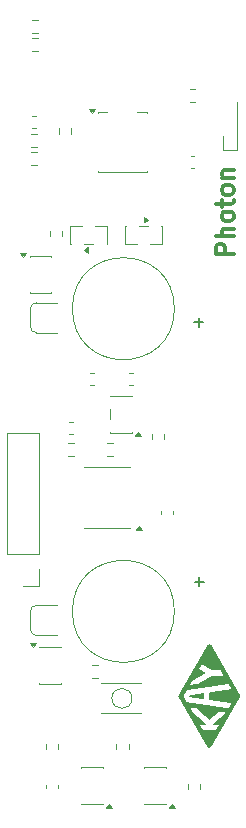
<source format=gbr>
%TF.GenerationSoftware,KiCad,Pcbnew,9.0.6*%
%TF.CreationDate,2025-12-31T13:50:19-05:00*%
%TF.ProjectId,Photon,50686f74-6f6e-42e6-9b69-6361645f7063,1.3*%
%TF.SameCoordinates,Original*%
%TF.FileFunction,Legend,Top*%
%TF.FilePolarity,Positive*%
%FSLAX46Y46*%
G04 Gerber Fmt 4.6, Leading zero omitted, Abs format (unit mm)*
G04 Created by KiCad (PCBNEW 9.0.6) date 2025-12-31 13:50:19*
%MOMM*%
%LPD*%
G01*
G04 APERTURE LIST*
%ADD10C,0.300000*%
%ADD11C,0.150000*%
%ADD12C,0.120000*%
%ADD13C,0.000000*%
G04 APERTURE END LIST*
D10*
X62284828Y-42371489D02*
X60784828Y-42371489D01*
X60784828Y-42371489D02*
X60784828Y-41800060D01*
X60784828Y-41800060D02*
X60856257Y-41657203D01*
X60856257Y-41657203D02*
X60927685Y-41585774D01*
X60927685Y-41585774D02*
X61070542Y-41514346D01*
X61070542Y-41514346D02*
X61284828Y-41514346D01*
X61284828Y-41514346D02*
X61427685Y-41585774D01*
X61427685Y-41585774D02*
X61499114Y-41657203D01*
X61499114Y-41657203D02*
X61570542Y-41800060D01*
X61570542Y-41800060D02*
X61570542Y-42371489D01*
X62284828Y-40871489D02*
X60784828Y-40871489D01*
X62284828Y-40228632D02*
X61499114Y-40228632D01*
X61499114Y-40228632D02*
X61356257Y-40300060D01*
X61356257Y-40300060D02*
X61284828Y-40442917D01*
X61284828Y-40442917D02*
X61284828Y-40657203D01*
X61284828Y-40657203D02*
X61356257Y-40800060D01*
X61356257Y-40800060D02*
X61427685Y-40871489D01*
X62284828Y-39300060D02*
X62213400Y-39442917D01*
X62213400Y-39442917D02*
X62141971Y-39514346D01*
X62141971Y-39514346D02*
X61999114Y-39585774D01*
X61999114Y-39585774D02*
X61570542Y-39585774D01*
X61570542Y-39585774D02*
X61427685Y-39514346D01*
X61427685Y-39514346D02*
X61356257Y-39442917D01*
X61356257Y-39442917D02*
X61284828Y-39300060D01*
X61284828Y-39300060D02*
X61284828Y-39085774D01*
X61284828Y-39085774D02*
X61356257Y-38942917D01*
X61356257Y-38942917D02*
X61427685Y-38871489D01*
X61427685Y-38871489D02*
X61570542Y-38800060D01*
X61570542Y-38800060D02*
X61999114Y-38800060D01*
X61999114Y-38800060D02*
X62141971Y-38871489D01*
X62141971Y-38871489D02*
X62213400Y-38942917D01*
X62213400Y-38942917D02*
X62284828Y-39085774D01*
X62284828Y-39085774D02*
X62284828Y-39300060D01*
X61284828Y-38371488D02*
X61284828Y-37800060D01*
X60784828Y-38157203D02*
X62070542Y-38157203D01*
X62070542Y-38157203D02*
X62213400Y-38085774D01*
X62213400Y-38085774D02*
X62284828Y-37942917D01*
X62284828Y-37942917D02*
X62284828Y-37800060D01*
X62284828Y-37085774D02*
X62213400Y-37228631D01*
X62213400Y-37228631D02*
X62141971Y-37300060D01*
X62141971Y-37300060D02*
X61999114Y-37371488D01*
X61999114Y-37371488D02*
X61570542Y-37371488D01*
X61570542Y-37371488D02*
X61427685Y-37300060D01*
X61427685Y-37300060D02*
X61356257Y-37228631D01*
X61356257Y-37228631D02*
X61284828Y-37085774D01*
X61284828Y-37085774D02*
X61284828Y-36871488D01*
X61284828Y-36871488D02*
X61356257Y-36728631D01*
X61356257Y-36728631D02*
X61427685Y-36657203D01*
X61427685Y-36657203D02*
X61570542Y-36585774D01*
X61570542Y-36585774D02*
X61999114Y-36585774D01*
X61999114Y-36585774D02*
X62141971Y-36657203D01*
X62141971Y-36657203D02*
X62213400Y-36728631D01*
X62213400Y-36728631D02*
X62284828Y-36871488D01*
X62284828Y-36871488D02*
X62284828Y-37085774D01*
X61284828Y-35942917D02*
X62284828Y-35942917D01*
X61427685Y-35942917D02*
X61356257Y-35871488D01*
X61356257Y-35871488D02*
X61284828Y-35728631D01*
X61284828Y-35728631D02*
X61284828Y-35514345D01*
X61284828Y-35514345D02*
X61356257Y-35371488D01*
X61356257Y-35371488D02*
X61499114Y-35300060D01*
X61499114Y-35300060D02*
X62284828Y-35300060D01*
D11*
X59734220Y-48163133D02*
X58972316Y-48163133D01*
X59353268Y-47782180D02*
X59353268Y-48544085D01*
X59386066Y-70529220D02*
X59386066Y-69767316D01*
X59767019Y-70148268D02*
X59005114Y-70148268D01*
D12*
%TO.C,Q1*%
X48478000Y-40007000D02*
X49478000Y-40007000D01*
X48478000Y-41527000D02*
X48478000Y-40007000D01*
X48528000Y-41527000D02*
X48478000Y-41527000D01*
X50428000Y-41527000D02*
X49648000Y-41527000D01*
X50598000Y-40007000D02*
X51598000Y-40007000D01*
X51598000Y-40007000D02*
X51598000Y-41527000D01*
X51598000Y-41527000D02*
X51548000Y-41527000D01*
X49988000Y-42307000D02*
X49658000Y-42067000D01*
X49988000Y-41827000D01*
X49988000Y-42307000D01*
G36*
X49988000Y-42307000D02*
G01*
X49658000Y-42067000D01*
X49988000Y-41827000D01*
X49988000Y-42307000D01*
G37*
%TO.C,R6*%
X56402500Y-57611742D02*
X56402500Y-58086258D01*
X55357500Y-57611742D02*
X55357500Y-58086258D01*
%TO.C,C2*%
X50445580Y-53469000D02*
X50164420Y-53469000D01*
X50445580Y-52449000D02*
X50164420Y-52449000D01*
%TO.C,C6*%
X58966980Y-35139600D02*
X58685820Y-35139600D01*
X58966980Y-34119600D02*
X58685820Y-34119600D01*
%TO.C,D1*%
X61376000Y-33583500D02*
X61376000Y-32383500D01*
X62576000Y-29483500D02*
X62576000Y-33583500D01*
X62576000Y-33583500D02*
X61376000Y-33583500D01*
%TO.C,Q2*%
X55040800Y-39467000D02*
X54710800Y-39707000D01*
X54710800Y-39227000D01*
X55040800Y-39467000D01*
G36*
X55040800Y-39467000D02*
G01*
X54710800Y-39707000D01*
X54710800Y-39227000D01*
X55040800Y-39467000D01*
G37*
X53100800Y-40007000D02*
X53150800Y-40007000D01*
X53100800Y-41527000D02*
X53100800Y-40007000D01*
X54100800Y-41527000D02*
X53100800Y-41527000D01*
X54270800Y-40007000D02*
X55050800Y-40007000D01*
X56170800Y-40007000D02*
X56220800Y-40007000D01*
X56220800Y-40007000D02*
X56220800Y-41527000D01*
X56220800Y-41527000D02*
X55220800Y-41527000D01*
%TO.C,R4*%
X45165742Y-34812500D02*
X45640258Y-34812500D01*
X45165742Y-33767500D02*
X45640258Y-33767500D01*
%TO.C,R14*%
X47410900Y-83836742D02*
X47410900Y-84311258D01*
X46365900Y-83836742D02*
X46365900Y-84311258D01*
%TO.C,R16*%
X50308742Y-78246500D02*
X50783258Y-78246500D01*
X50308742Y-77201500D02*
X50783258Y-77201500D01*
%TO.C,R17*%
X53401300Y-83836742D02*
X53401300Y-84311258D01*
X52356300Y-83836742D02*
X52356300Y-84311258D01*
%TO.C,R19*%
X59450500Y-87702058D02*
X59450500Y-87227542D01*
X58405500Y-87702058D02*
X58405500Y-87227542D01*
%TO.C,U3*%
X51842000Y-54381000D02*
X53662000Y-54381000D01*
X51842000Y-54431000D02*
X51842000Y-54381000D01*
X51842000Y-56331000D02*
X51842000Y-55551000D01*
X51842000Y-57501000D02*
X51842000Y-57451000D01*
X53662000Y-54381000D02*
X53662000Y-54431000D01*
X53662000Y-57451000D02*
X53662000Y-57501000D01*
X53662000Y-57501000D02*
X51842000Y-57501000D01*
X54442000Y-57781000D02*
X53962000Y-57781000D01*
X54202000Y-57451000D01*
X54442000Y-57781000D01*
G36*
X54442000Y-57781000D02*
G01*
X53962000Y-57781000D01*
X54202000Y-57451000D01*
X54442000Y-57781000D01*
G37*
%TO.C,U2*%
X50818800Y-30354400D02*
X54938800Y-30354400D01*
X50818800Y-30449400D02*
X50818800Y-30354400D01*
X50818800Y-35474400D02*
X50818800Y-35379400D01*
X54938800Y-30354400D02*
X54938800Y-30449400D01*
X54938800Y-35379400D02*
X54938800Y-35474400D01*
X54938800Y-35474400D02*
X50818800Y-35474400D01*
X50278800Y-30444400D02*
X50038800Y-30114400D01*
X50518800Y-30114400D01*
X50278800Y-30444400D01*
G36*
X50278800Y-30444400D02*
G01*
X50038800Y-30114400D01*
X50518800Y-30114400D01*
X50278800Y-30444400D01*
G37*
%TO.C,C3*%
X45262420Y-31736000D02*
X45543580Y-31736000D01*
X45262420Y-30716000D02*
X45543580Y-30716000D01*
%TO.C,C4*%
X48667580Y-57660000D02*
X48386420Y-57660000D01*
X48667580Y-56640000D02*
X48386420Y-56640000D01*
%TO.C,C5*%
X53466420Y-53469000D02*
X53747580Y-53469000D01*
X53466420Y-52449000D02*
X53747580Y-52449000D01*
%TO.C,R5*%
X45640258Y-33288500D02*
X45165742Y-33288500D01*
X45640258Y-32243500D02*
X45165742Y-32243500D01*
%TO.C,R7*%
X58569142Y-29478500D02*
X59043658Y-29478500D01*
X58569142Y-28433500D02*
X59043658Y-28433500D01*
%TO.C,R10*%
X48528500Y-31750742D02*
X48528500Y-32225258D01*
X47483500Y-31750742D02*
X47483500Y-32225258D01*
%TO.C,R13*%
X47766500Y-40877258D02*
X47766500Y-40402742D01*
X46721500Y-40877258D02*
X46721500Y-40402742D01*
%TO.C,U4*%
X44474928Y-42622724D02*
X44234928Y-42292724D01*
X44714928Y-42292724D01*
X44474928Y-42622724D01*
G36*
X44474928Y-42622724D02*
G01*
X44234928Y-42292724D01*
X44714928Y-42292724D01*
X44474928Y-42622724D01*
G37*
X46834928Y-45692724D02*
X45014928Y-45692724D01*
X46834928Y-45642724D02*
X46834928Y-45692724D01*
X46834928Y-42572724D02*
X46834928Y-42622724D01*
X45014928Y-45692724D02*
X45014928Y-45642724D01*
X45014928Y-42622724D02*
X45014928Y-42572724D01*
X45014928Y-42572724D02*
X46834928Y-42572724D01*
%TO.C,U5*%
X51982000Y-89254000D02*
X51502000Y-89254000D01*
X51742000Y-88924000D01*
X51982000Y-89254000D01*
G36*
X51982000Y-89254000D02*
G01*
X51502000Y-89254000D01*
X51742000Y-88924000D01*
X51982000Y-89254000D01*
G37*
X51202000Y-88974000D02*
X49382000Y-88974000D01*
X51202000Y-88924000D02*
X51202000Y-88974000D01*
X51202000Y-85854000D02*
X51202000Y-85904000D01*
X49382000Y-88974000D02*
X49382000Y-88924000D01*
X49382000Y-85904000D02*
X49382000Y-85854000D01*
X49382000Y-85854000D02*
X51202000Y-85854000D01*
%TO.C,U6*%
X57316000Y-89254000D02*
X56836000Y-89254000D01*
X57076000Y-88924000D01*
X57316000Y-89254000D01*
G36*
X57316000Y-89254000D02*
G01*
X56836000Y-89254000D01*
X57076000Y-88924000D01*
X57316000Y-89254000D01*
G37*
X56536000Y-88974000D02*
X54716000Y-88974000D01*
X56536000Y-88924000D02*
X56536000Y-88974000D01*
X56536000Y-85854000D02*
X56536000Y-85904000D01*
X54716000Y-88974000D02*
X54716000Y-88924000D01*
X54716000Y-85904000D02*
X54716000Y-85854000D01*
X54716000Y-85854000D02*
X56536000Y-85854000D01*
%TO.C,R9*%
X51591742Y-58405500D02*
X52066258Y-58405500D01*
X51591742Y-59450500D02*
X52066258Y-59450500D01*
D13*
%TO.C,G\u002A\u002A\u002A*%
G36*
X57663800Y-79688050D02*
G01*
X57662550Y-79689300D01*
X57661300Y-79688050D01*
X57662550Y-79686800D01*
X57663800Y-79688050D01*
G37*
G36*
X57671300Y-79965550D02*
G01*
X57670050Y-79966800D01*
X57668800Y-79965550D01*
X57670050Y-79964300D01*
X57671300Y-79965550D01*
G37*
G36*
X57673800Y-79670550D02*
G01*
X57672550Y-79671800D01*
X57671300Y-79670550D01*
X57672550Y-79669300D01*
X57673800Y-79670550D01*
G37*
G36*
X57701300Y-79623050D02*
G01*
X57700050Y-79624300D01*
X57698800Y-79623050D01*
X57700050Y-79621800D01*
X57701300Y-79623050D01*
G37*
G36*
X57708800Y-80030550D02*
G01*
X57707550Y-80031800D01*
X57706300Y-80030550D01*
X57707550Y-80029300D01*
X57708800Y-80030550D01*
G37*
G36*
X57711300Y-79605550D02*
G01*
X57710050Y-79606800D01*
X57708800Y-79605550D01*
X57710050Y-79604300D01*
X57711300Y-79605550D01*
G37*
G36*
X57738800Y-79558050D02*
G01*
X57737550Y-79559300D01*
X57736300Y-79558050D01*
X57737550Y-79556800D01*
X57738800Y-79558050D01*
G37*
G36*
X57743800Y-80090550D02*
G01*
X57742550Y-80091800D01*
X57741300Y-80090550D01*
X57742550Y-80089300D01*
X57743800Y-80090550D01*
G37*
G36*
X57748800Y-79540550D02*
G01*
X57747550Y-79541800D01*
X57746300Y-79540550D01*
X57747550Y-79539300D01*
X57748800Y-79540550D01*
G37*
G36*
X57776300Y-79493050D02*
G01*
X57775050Y-79494300D01*
X57773800Y-79493050D01*
X57775050Y-79491800D01*
X57776300Y-79493050D01*
G37*
G36*
X57786300Y-79475550D02*
G01*
X57785050Y-79476800D01*
X57783800Y-79475550D01*
X57785050Y-79474300D01*
X57786300Y-79475550D01*
G37*
G36*
X57803800Y-79445550D02*
G01*
X57802550Y-79446800D01*
X57801300Y-79445550D01*
X57802550Y-79444300D01*
X57803800Y-79445550D01*
G37*
G36*
X57811300Y-80208050D02*
G01*
X57810050Y-80209300D01*
X57808800Y-80208050D01*
X57810050Y-80206800D01*
X57811300Y-80208050D01*
G37*
G36*
X57813800Y-79428050D02*
G01*
X57812550Y-79429300D01*
X57811300Y-79428050D01*
X57812550Y-79426800D01*
X57813800Y-79428050D01*
G37*
G36*
X57841300Y-79380550D02*
G01*
X57840050Y-79381800D01*
X57838800Y-79380550D01*
X57840050Y-79379300D01*
X57841300Y-79380550D01*
G37*
G36*
X57848800Y-80273050D02*
G01*
X57847550Y-80274300D01*
X57846300Y-80273050D01*
X57847550Y-80271800D01*
X57848800Y-80273050D01*
G37*
G36*
X57851300Y-79363050D02*
G01*
X57850050Y-79364300D01*
X57848800Y-79363050D01*
X57850050Y-79361800D01*
X57851300Y-79363050D01*
G37*
G36*
X57878800Y-79315550D02*
G01*
X57877550Y-79316800D01*
X57876300Y-79315550D01*
X57877550Y-79314300D01*
X57878800Y-79315550D01*
G37*
G36*
X57888800Y-79298050D02*
G01*
X57887550Y-79299300D01*
X57886300Y-79298050D01*
X57887550Y-79296800D01*
X57888800Y-79298050D01*
G37*
G36*
X57913800Y-80385550D02*
G01*
X57912550Y-80386800D01*
X57911300Y-80385550D01*
X57912550Y-80384300D01*
X57913800Y-80385550D01*
G37*
G36*
X57916300Y-79250550D02*
G01*
X57915050Y-79251800D01*
X57913800Y-79250550D01*
X57915050Y-79249300D01*
X57916300Y-79250550D01*
G37*
G36*
X57926300Y-79233050D02*
G01*
X57925050Y-79234300D01*
X57923800Y-79233050D01*
X57925050Y-79231800D01*
X57926300Y-79233050D01*
G37*
G36*
X57943800Y-79203050D02*
G01*
X57942550Y-79204300D01*
X57941300Y-79203050D01*
X57942550Y-79201800D01*
X57943800Y-79203050D01*
G37*
G36*
X57951300Y-80450550D02*
G01*
X57950050Y-80451800D01*
X57948800Y-80450550D01*
X57950050Y-80449300D01*
X57951300Y-80450550D01*
G37*
G36*
X57953800Y-79185550D02*
G01*
X57952550Y-79186800D01*
X57951300Y-79185550D01*
X57952550Y-79184300D01*
X57953800Y-79185550D01*
G37*
G36*
X57981300Y-79138050D02*
G01*
X57980050Y-79139300D01*
X57978800Y-79138050D01*
X57980050Y-79136800D01*
X57981300Y-79138050D01*
G37*
G36*
X57986300Y-80510550D02*
G01*
X57985050Y-80511800D01*
X57983800Y-80510550D01*
X57985050Y-80509300D01*
X57986300Y-80510550D01*
G37*
G36*
X57991300Y-79120550D02*
G01*
X57990050Y-79121800D01*
X57988800Y-79120550D01*
X57990050Y-79119300D01*
X57991300Y-79120550D01*
G37*
G36*
X58018800Y-79073050D02*
G01*
X58017550Y-79074300D01*
X58016300Y-79073050D01*
X58017550Y-79071800D01*
X58018800Y-79073050D01*
G37*
G36*
X58028800Y-79055550D02*
G01*
X58027550Y-79056800D01*
X58026300Y-79055550D01*
X58027550Y-79054300D01*
X58028800Y-79055550D01*
G37*
G36*
X58046300Y-79025550D02*
G01*
X58045050Y-79026800D01*
X58043800Y-79025550D01*
X58045050Y-79024300D01*
X58046300Y-79025550D01*
G37*
G36*
X58053800Y-80628050D02*
G01*
X58052550Y-80629300D01*
X58051300Y-80628050D01*
X58052550Y-80626800D01*
X58053800Y-80628050D01*
G37*
G36*
X58056300Y-79008050D02*
G01*
X58055050Y-79009300D01*
X58053800Y-79008050D01*
X58055050Y-79006800D01*
X58056300Y-79008050D01*
G37*
G36*
X58083800Y-78960550D02*
G01*
X58082550Y-78961800D01*
X58081300Y-78960550D01*
X58082550Y-78959300D01*
X58083800Y-78960550D01*
G37*
G36*
X58091300Y-80693050D02*
G01*
X58090050Y-80694300D01*
X58088800Y-80693050D01*
X58090050Y-80691800D01*
X58091300Y-80693050D01*
G37*
G36*
X58093800Y-78943050D02*
G01*
X58092550Y-78944300D01*
X58091300Y-78943050D01*
X58092550Y-78941800D01*
X58093800Y-78943050D01*
G37*
G36*
X58101300Y-79720550D02*
G01*
X58100050Y-79721800D01*
X58098800Y-79720550D01*
X58100050Y-79719300D01*
X58101300Y-79720550D01*
G37*
G36*
X58111300Y-79938050D02*
G01*
X58110050Y-79939300D01*
X58108800Y-79938050D01*
X58110050Y-79936800D01*
X58111300Y-79938050D01*
G37*
G36*
X58113800Y-79698050D02*
G01*
X58112550Y-79699300D01*
X58111300Y-79698050D01*
X58112550Y-79696800D01*
X58113800Y-79698050D01*
G37*
G36*
X58118800Y-79950550D02*
G01*
X58117550Y-79951800D01*
X58116300Y-79950550D01*
X58117550Y-79949300D01*
X58118800Y-79950550D01*
G37*
G36*
X58121300Y-78895550D02*
G01*
X58120050Y-78896800D01*
X58118800Y-78895550D01*
X58120050Y-78894300D01*
X58121300Y-78895550D01*
G37*
G36*
X58121300Y-79685550D02*
G01*
X58120050Y-79686800D01*
X58118800Y-79685550D01*
X58120050Y-79684300D01*
X58121300Y-79685550D01*
G37*
G36*
X58126300Y-80753050D02*
G01*
X58125050Y-80754300D01*
X58123800Y-80753050D01*
X58125050Y-80751800D01*
X58126300Y-80753050D01*
G37*
G36*
X58128800Y-79968050D02*
G01*
X58127550Y-79969300D01*
X58126300Y-79968050D01*
X58127550Y-79966800D01*
X58128800Y-79968050D01*
G37*
G36*
X58131300Y-78878050D02*
G01*
X58130050Y-78879300D01*
X58128800Y-78878050D01*
X58130050Y-78876800D01*
X58131300Y-78878050D01*
G37*
G36*
X58141300Y-79650550D02*
G01*
X58140050Y-79651800D01*
X58138800Y-79650550D01*
X58140050Y-79649300D01*
X58141300Y-79650550D01*
G37*
G36*
X58148800Y-80003050D02*
G01*
X58147550Y-80004300D01*
X58146300Y-80003050D01*
X58147550Y-80001800D01*
X58148800Y-80003050D01*
G37*
G36*
X58151300Y-79633050D02*
G01*
X58150050Y-79634300D01*
X58148800Y-79633050D01*
X58150050Y-79631800D01*
X58151300Y-79633050D01*
G37*
G36*
X58156300Y-80015550D02*
G01*
X58155050Y-80016800D01*
X58153800Y-80015550D01*
X58155050Y-80014300D01*
X58156300Y-80015550D01*
G37*
G36*
X58158800Y-78830550D02*
G01*
X58157550Y-78831800D01*
X58156300Y-78830550D01*
X58157550Y-78829300D01*
X58158800Y-78830550D01*
G37*
G36*
X58158800Y-79620550D02*
G01*
X58157550Y-79621800D01*
X58156300Y-79620550D01*
X58157550Y-79619300D01*
X58158800Y-79620550D01*
G37*
G36*
X58166300Y-80033050D02*
G01*
X58165050Y-80034300D01*
X58163800Y-80033050D01*
X58165050Y-80031800D01*
X58166300Y-80033050D01*
G37*
G36*
X58168800Y-78813050D02*
G01*
X58167550Y-78814300D01*
X58166300Y-78813050D01*
X58167550Y-78811800D01*
X58168800Y-78813050D01*
G37*
G36*
X58168800Y-79603050D02*
G01*
X58167550Y-79604300D01*
X58166300Y-79603050D01*
X58167550Y-79601800D01*
X58168800Y-79603050D01*
G37*
G36*
X58176300Y-80050550D02*
G01*
X58175050Y-80051800D01*
X58173800Y-80050550D01*
X58175050Y-80049300D01*
X58176300Y-80050550D01*
G37*
G36*
X58178800Y-79585550D02*
G01*
X58177550Y-79586800D01*
X58176300Y-79585550D01*
X58177550Y-79584300D01*
X58178800Y-79585550D01*
G37*
G36*
X58186300Y-78783050D02*
G01*
X58185050Y-78784300D01*
X58183800Y-78783050D01*
X58185050Y-78781800D01*
X58186300Y-78783050D01*
G37*
G36*
X58186300Y-80068050D02*
G01*
X58185050Y-80069300D01*
X58183800Y-80068050D01*
X58185050Y-80066800D01*
X58186300Y-80068050D01*
G37*
G36*
X58188800Y-79568050D02*
G01*
X58187550Y-79569300D01*
X58186300Y-79568050D01*
X58187550Y-79566800D01*
X58188800Y-79568050D01*
G37*
G36*
X58193800Y-80080550D02*
G01*
X58192550Y-80081800D01*
X58191300Y-80080550D01*
X58192550Y-80079300D01*
X58193800Y-80080550D01*
G37*
G36*
X58193800Y-80870550D02*
G01*
X58192550Y-80871800D01*
X58191300Y-80870550D01*
X58192550Y-80869300D01*
X58193800Y-80870550D01*
G37*
G36*
X58196300Y-78765550D02*
G01*
X58195050Y-78766800D01*
X58193800Y-78765550D01*
X58195050Y-78764300D01*
X58196300Y-78765550D01*
G37*
G36*
X58196300Y-79555550D02*
G01*
X58195050Y-79556800D01*
X58193800Y-79555550D01*
X58195050Y-79554300D01*
X58196300Y-79555550D01*
G37*
G36*
X58203800Y-80098050D02*
G01*
X58202550Y-80099300D01*
X58201300Y-80098050D01*
X58202550Y-80096800D01*
X58203800Y-80098050D01*
G37*
G36*
X58206300Y-79538050D02*
G01*
X58205050Y-79539300D01*
X58203800Y-79538050D01*
X58205050Y-79536800D01*
X58206300Y-79538050D01*
G37*
G36*
X58213800Y-80115550D02*
G01*
X58212550Y-80116800D01*
X58211300Y-80115550D01*
X58212550Y-80114300D01*
X58213800Y-80115550D01*
G37*
G36*
X58216300Y-79520550D02*
G01*
X58215050Y-79521800D01*
X58213800Y-79520550D01*
X58215050Y-79519300D01*
X58216300Y-79520550D01*
G37*
G36*
X58221300Y-80128050D02*
G01*
X58220050Y-80129300D01*
X58218800Y-80128050D01*
X58220050Y-80126800D01*
X58221300Y-80128050D01*
G37*
G36*
X58223800Y-78718050D02*
G01*
X58222550Y-78719300D01*
X58221300Y-78718050D01*
X58222550Y-78716800D01*
X58223800Y-78718050D01*
G37*
G36*
X58226300Y-79503050D02*
G01*
X58225050Y-79504300D01*
X58223800Y-79503050D01*
X58225050Y-79501800D01*
X58226300Y-79503050D01*
G37*
G36*
X58231300Y-80145550D02*
G01*
X58230050Y-80146800D01*
X58228800Y-80145550D01*
X58230050Y-80144300D01*
X58231300Y-80145550D01*
G37*
G36*
X58231300Y-80935550D02*
G01*
X58230050Y-80936800D01*
X58228800Y-80935550D01*
X58230050Y-80934300D01*
X58231300Y-80935550D01*
G37*
G36*
X58233800Y-78700550D02*
G01*
X58232550Y-78701800D01*
X58231300Y-78700550D01*
X58232550Y-78699300D01*
X58233800Y-78700550D01*
G37*
G36*
X58233800Y-79490550D02*
G01*
X58232550Y-79491800D01*
X58231300Y-79490550D01*
X58232550Y-79489300D01*
X58233800Y-79490550D01*
G37*
G36*
X58243800Y-79473050D02*
G01*
X58242550Y-79474300D01*
X58241300Y-79473050D01*
X58242550Y-79471800D01*
X58243800Y-79473050D01*
G37*
G36*
X58251300Y-80180550D02*
G01*
X58250050Y-80181800D01*
X58248800Y-80180550D01*
X58250050Y-80179300D01*
X58251300Y-80180550D01*
G37*
G36*
X58253800Y-79455550D02*
G01*
X58252550Y-79456800D01*
X58251300Y-79455550D01*
X58252550Y-79454300D01*
X58253800Y-79455550D01*
G37*
G36*
X58258800Y-80193050D02*
G01*
X58257550Y-80194300D01*
X58256300Y-80193050D01*
X58257550Y-80191800D01*
X58258800Y-80193050D01*
G37*
G36*
X58261300Y-78653050D02*
G01*
X58260050Y-78654300D01*
X58258800Y-78653050D01*
X58260050Y-78651800D01*
X58261300Y-78653050D01*
G37*
G36*
X58261300Y-79443050D02*
G01*
X58260050Y-79444300D01*
X58258800Y-79443050D01*
X58260050Y-79441800D01*
X58261300Y-79443050D01*
G37*
G36*
X58266300Y-80995550D02*
G01*
X58265050Y-80996800D01*
X58263800Y-80995550D01*
X58265050Y-80994300D01*
X58266300Y-80995550D01*
G37*
G36*
X58268800Y-80210550D02*
G01*
X58267550Y-80211800D01*
X58266300Y-80210550D01*
X58267550Y-80209300D01*
X58268800Y-80210550D01*
G37*
G36*
X58271300Y-78635550D02*
G01*
X58270050Y-78636800D01*
X58268800Y-78635550D01*
X58270050Y-78634300D01*
X58271300Y-78635550D01*
G37*
G36*
X58278800Y-80228050D02*
G01*
X58277550Y-80229300D01*
X58276300Y-80228050D01*
X58277550Y-80226800D01*
X58278800Y-80228050D01*
G37*
G36*
X58281300Y-79408050D02*
G01*
X58280050Y-79409300D01*
X58278800Y-79408050D01*
X58280050Y-79406800D01*
X58281300Y-79408050D01*
G37*
G36*
X58288800Y-80245550D02*
G01*
X58287550Y-80246800D01*
X58286300Y-80245550D01*
X58287550Y-80244300D01*
X58288800Y-80245550D01*
G37*
G36*
X58291300Y-79390550D02*
G01*
X58290050Y-79391800D01*
X58288800Y-79390550D01*
X58290050Y-79389300D01*
X58291300Y-79390550D01*
G37*
G36*
X58296300Y-80258050D02*
G01*
X58295050Y-80259300D01*
X58293800Y-80258050D01*
X58295050Y-80256800D01*
X58296300Y-80258050D01*
G37*
G36*
X58298800Y-78588050D02*
G01*
X58297550Y-78589300D01*
X58296300Y-78588050D01*
X58297550Y-78586800D01*
X58298800Y-78588050D01*
G37*
G36*
X58298800Y-79378050D02*
G01*
X58297550Y-79379300D01*
X58296300Y-79378050D01*
X58297550Y-79376800D01*
X58298800Y-79378050D01*
G37*
G36*
X58306300Y-80275550D02*
G01*
X58305050Y-80276800D01*
X58303800Y-80275550D01*
X58305050Y-80274300D01*
X58306300Y-80275550D01*
G37*
G36*
X58308800Y-78570550D02*
G01*
X58307550Y-78571800D01*
X58306300Y-78570550D01*
X58307550Y-78569300D01*
X58308800Y-78570550D01*
G37*
G36*
X58308800Y-79360550D02*
G01*
X58307550Y-79361800D01*
X58306300Y-79360550D01*
X58307550Y-79359300D01*
X58308800Y-79360550D01*
G37*
G36*
X58316300Y-80293050D02*
G01*
X58315050Y-80294300D01*
X58313800Y-80293050D01*
X58315050Y-80291800D01*
X58316300Y-80293050D01*
G37*
G36*
X58318800Y-79343050D02*
G01*
X58317550Y-79344300D01*
X58316300Y-79343050D01*
X58317550Y-79341800D01*
X58318800Y-79343050D01*
G37*
G36*
X58323800Y-80305550D02*
G01*
X58322550Y-80306800D01*
X58321300Y-80305550D01*
X58322550Y-80304300D01*
X58323800Y-80305550D01*
G37*
G36*
X58326300Y-78540550D02*
G01*
X58325050Y-78541800D01*
X58323800Y-78540550D01*
X58325050Y-78539300D01*
X58326300Y-78540550D01*
G37*
G36*
X58331300Y-80318050D02*
G01*
X58330050Y-80319300D01*
X58328800Y-80318050D01*
X58330050Y-80316800D01*
X58331300Y-80318050D01*
G37*
G36*
X58333800Y-81113050D02*
G01*
X58332550Y-81114300D01*
X58331300Y-81113050D01*
X58332550Y-81111800D01*
X58333800Y-81113050D01*
G37*
G36*
X58336300Y-78523050D02*
G01*
X58335050Y-78524300D01*
X58333800Y-78523050D01*
X58335050Y-78521800D01*
X58336300Y-78523050D01*
G37*
G36*
X58341300Y-79313050D02*
G01*
X58340050Y-79314300D01*
X58338800Y-79313050D01*
X58340050Y-79311800D01*
X58341300Y-79313050D01*
G37*
G36*
X58346300Y-80330550D02*
G01*
X58345050Y-80331800D01*
X58343800Y-80330550D01*
X58345050Y-80329300D01*
X58346300Y-80330550D01*
G37*
G36*
X58363800Y-78475550D02*
G01*
X58362550Y-78476800D01*
X58361300Y-78475550D01*
X58362550Y-78474300D01*
X58363800Y-78475550D01*
G37*
G36*
X58371300Y-81178050D02*
G01*
X58370050Y-81179300D01*
X58368800Y-81178050D01*
X58370050Y-81176800D01*
X58371300Y-81178050D01*
G37*
G36*
X58373800Y-78458050D02*
G01*
X58372550Y-78459300D01*
X58371300Y-78458050D01*
X58372550Y-78456800D01*
X58373800Y-78458050D01*
G37*
G36*
X58401300Y-78410550D02*
G01*
X58400050Y-78411800D01*
X58398800Y-78410550D01*
X58400050Y-78409300D01*
X58401300Y-78410550D01*
G37*
G36*
X58411300Y-78393050D02*
G01*
X58410050Y-78394300D01*
X58408800Y-78393050D01*
X58410050Y-78391800D01*
X58411300Y-78393050D01*
G37*
G36*
X58428800Y-78363050D02*
G01*
X58427550Y-78364300D01*
X58426300Y-78363050D01*
X58427550Y-78361800D01*
X58428800Y-78363050D01*
G37*
G36*
X58436300Y-81290550D02*
G01*
X58435050Y-81291800D01*
X58433800Y-81290550D01*
X58435050Y-81289300D01*
X58436300Y-81290550D01*
G37*
G36*
X58438800Y-78345550D02*
G01*
X58437550Y-78346800D01*
X58436300Y-78345550D01*
X58437550Y-78344300D01*
X58438800Y-78345550D01*
G37*
G36*
X58466300Y-78298050D02*
G01*
X58465050Y-78299300D01*
X58463800Y-78298050D01*
X58465050Y-78296800D01*
X58466300Y-78298050D01*
G37*
G36*
X58473800Y-81355550D02*
G01*
X58472550Y-81356800D01*
X58471300Y-81355550D01*
X58472550Y-81354300D01*
X58473800Y-81355550D01*
G37*
G36*
X58476300Y-78280550D02*
G01*
X58475050Y-78281800D01*
X58473800Y-78280550D01*
X58475050Y-78279300D01*
X58476300Y-78280550D01*
G37*
G36*
X58503800Y-78233050D02*
G01*
X58502550Y-78234300D01*
X58501300Y-78233050D01*
X58502550Y-78231800D01*
X58503800Y-78233050D01*
G37*
G36*
X58508800Y-81415550D02*
G01*
X58507550Y-81416800D01*
X58506300Y-81415550D01*
X58507550Y-81414300D01*
X58508800Y-81415550D01*
G37*
G36*
X58513800Y-78215550D02*
G01*
X58512550Y-78216800D01*
X58511300Y-78215550D01*
X58512550Y-78214300D01*
X58513800Y-78215550D01*
G37*
G36*
X58541300Y-78168050D02*
G01*
X58540050Y-78169300D01*
X58538800Y-78168050D01*
X58540050Y-78166800D01*
X58541300Y-78168050D01*
G37*
G36*
X58551300Y-78150550D02*
G01*
X58550050Y-78151800D01*
X58548800Y-78150550D01*
X58550050Y-78149300D01*
X58551300Y-78150550D01*
G37*
G36*
X58566300Y-79775550D02*
G01*
X58565050Y-79776800D01*
X58563800Y-79775550D01*
X58565050Y-79774300D01*
X58566300Y-79775550D01*
G37*
G36*
X58568800Y-78120550D02*
G01*
X58567550Y-78121800D01*
X58566300Y-78120550D01*
X58567550Y-78119300D01*
X58568800Y-78120550D01*
G37*
G36*
X58576300Y-81533050D02*
G01*
X58575050Y-81534300D01*
X58573800Y-81533050D01*
X58575050Y-81531800D01*
X58576300Y-81533050D01*
G37*
G36*
X58578800Y-78103050D02*
G01*
X58577550Y-78104300D01*
X58576300Y-78103050D01*
X58577550Y-78101800D01*
X58578800Y-78103050D01*
G37*
G36*
X58583800Y-79763050D02*
G01*
X58582550Y-79764300D01*
X58581300Y-79763050D01*
X58582550Y-79761800D01*
X58583800Y-79763050D01*
G37*
G36*
X58606300Y-78055550D02*
G01*
X58605050Y-78056800D01*
X58603800Y-78055550D01*
X58605050Y-78054300D01*
X58606300Y-78055550D01*
G37*
G36*
X58608800Y-79895550D02*
G01*
X58607550Y-79896800D01*
X58606300Y-79895550D01*
X58607550Y-79894300D01*
X58608800Y-79895550D01*
G37*
G36*
X58613800Y-81598050D02*
G01*
X58612550Y-81599300D01*
X58611300Y-81598050D01*
X58612550Y-81596800D01*
X58613800Y-81598050D01*
G37*
G36*
X58616300Y-78038050D02*
G01*
X58615050Y-78039300D01*
X58613800Y-78038050D01*
X58615050Y-78036800D01*
X58616300Y-78038050D01*
G37*
G36*
X58618800Y-79903050D02*
G01*
X58617550Y-79904300D01*
X58616300Y-79903050D01*
X58617550Y-79901800D01*
X58618800Y-79903050D01*
G37*
G36*
X58636300Y-78793050D02*
G01*
X58635050Y-78794300D01*
X58633800Y-78793050D01*
X58635050Y-78791800D01*
X58636300Y-78793050D01*
G37*
G36*
X58638800Y-80798050D02*
G01*
X58637550Y-80799300D01*
X58636300Y-80798050D01*
X58637550Y-80796800D01*
X58638800Y-80798050D01*
G37*
G36*
X58641300Y-80855550D02*
G01*
X58640050Y-80856800D01*
X58638800Y-80855550D01*
X58640050Y-80854300D01*
X58641300Y-80855550D01*
G37*
G36*
X58643800Y-77990550D02*
G01*
X58642550Y-77991800D01*
X58641300Y-77990550D01*
X58642550Y-77989300D01*
X58643800Y-77990550D01*
G37*
G36*
X58643800Y-78780550D02*
G01*
X58642550Y-78781800D01*
X58641300Y-78780550D01*
X58642550Y-78779300D01*
X58643800Y-78780550D01*
G37*
G36*
X58648800Y-80788050D02*
G01*
X58647550Y-80789300D01*
X58646300Y-80788050D01*
X58647550Y-80786800D01*
X58648800Y-80788050D01*
G37*
G36*
X58648800Y-81658050D02*
G01*
X58647550Y-81659300D01*
X58646300Y-81658050D01*
X58647550Y-81656800D01*
X58648800Y-81658050D01*
G37*
G36*
X58651300Y-80873050D02*
G01*
X58650050Y-80874300D01*
X58648800Y-80873050D01*
X58650050Y-80871800D01*
X58651300Y-80873050D01*
G37*
G36*
X58653800Y-77973050D02*
G01*
X58652550Y-77974300D01*
X58651300Y-77973050D01*
X58652550Y-77971800D01*
X58653800Y-77973050D01*
G37*
G36*
X58653800Y-80785550D02*
G01*
X58652550Y-80786800D01*
X58651300Y-80785550D01*
X58652550Y-80784300D01*
X58653800Y-80785550D01*
G37*
G36*
X58663800Y-78745550D02*
G01*
X58662550Y-78746800D01*
X58661300Y-78745550D01*
X58662550Y-78744300D01*
X58663800Y-78745550D01*
G37*
G36*
X58671300Y-80908050D02*
G01*
X58670050Y-80909300D01*
X58668800Y-80908050D01*
X58670050Y-80906800D01*
X58671300Y-80908050D01*
G37*
G36*
X58673800Y-78728050D02*
G01*
X58672550Y-78729300D01*
X58671300Y-78728050D01*
X58672550Y-78726800D01*
X58673800Y-78728050D01*
G37*
G36*
X58678800Y-80920550D02*
G01*
X58677550Y-80921800D01*
X58676300Y-80920550D01*
X58677550Y-80919300D01*
X58678800Y-80920550D01*
G37*
G36*
X58681300Y-77925550D02*
G01*
X58680050Y-77926800D01*
X58678800Y-77925550D01*
X58680050Y-77924300D01*
X58681300Y-77925550D01*
G37*
G36*
X58681300Y-78715550D02*
G01*
X58680050Y-78716800D01*
X58678800Y-78715550D01*
X58680050Y-78714300D01*
X58681300Y-78715550D01*
G37*
G36*
X58688800Y-80938050D02*
G01*
X58687550Y-80939300D01*
X58686300Y-80938050D01*
X58687550Y-80936800D01*
X58688800Y-80938050D01*
G37*
G36*
X58691300Y-77908050D02*
G01*
X58690050Y-77909300D01*
X58688800Y-77908050D01*
X58690050Y-77906800D01*
X58691300Y-77908050D01*
G37*
G36*
X58691300Y-78698050D02*
G01*
X58690050Y-78699300D01*
X58688800Y-78698050D01*
X58690050Y-78696800D01*
X58691300Y-78698050D01*
G37*
G36*
X58698800Y-80955550D02*
G01*
X58697550Y-80956800D01*
X58696300Y-80955550D01*
X58697550Y-80954300D01*
X58698800Y-80955550D01*
G37*
G36*
X58701300Y-78680550D02*
G01*
X58700050Y-78681800D01*
X58698800Y-78680550D01*
X58700050Y-78679300D01*
X58701300Y-78680550D01*
G37*
G36*
X58708800Y-77878050D02*
G01*
X58707550Y-77879300D01*
X58706300Y-77878050D01*
X58707550Y-77876800D01*
X58708800Y-77878050D01*
G37*
G36*
X58708800Y-80973050D02*
G01*
X58707550Y-80974300D01*
X58706300Y-80973050D01*
X58707550Y-80971800D01*
X58708800Y-80973050D01*
G37*
G36*
X58711300Y-78663050D02*
G01*
X58710050Y-78664300D01*
X58708800Y-78663050D01*
X58710050Y-78661800D01*
X58711300Y-78663050D01*
G37*
G36*
X58716300Y-80985550D02*
G01*
X58715050Y-80986800D01*
X58713800Y-80985550D01*
X58715050Y-80984300D01*
X58716300Y-80985550D01*
G37*
G36*
X58716300Y-81775550D02*
G01*
X58715050Y-81776800D01*
X58713800Y-81775550D01*
X58715050Y-81774300D01*
X58716300Y-81775550D01*
G37*
G36*
X58718800Y-77860550D02*
G01*
X58717550Y-77861800D01*
X58716300Y-77860550D01*
X58717550Y-77859300D01*
X58718800Y-77860550D01*
G37*
G36*
X58718800Y-78650550D02*
G01*
X58717550Y-78651800D01*
X58716300Y-78650550D01*
X58717550Y-78649300D01*
X58718800Y-78650550D01*
G37*
G36*
X58726300Y-81003050D02*
G01*
X58725050Y-81004300D01*
X58723800Y-81003050D01*
X58725050Y-81001800D01*
X58726300Y-81003050D01*
G37*
G36*
X58728800Y-78633050D02*
G01*
X58727550Y-78634300D01*
X58726300Y-78633050D01*
X58727550Y-78631800D01*
X58728800Y-78633050D01*
G37*
G36*
X58736300Y-81020550D02*
G01*
X58735050Y-81021800D01*
X58733800Y-81020550D01*
X58735050Y-81019300D01*
X58736300Y-81020550D01*
G37*
G36*
X58738800Y-78615550D02*
G01*
X58737550Y-78616800D01*
X58736300Y-78615550D01*
X58737550Y-78614300D01*
X58738800Y-78615550D01*
G37*
G36*
X58743800Y-81033050D02*
G01*
X58742550Y-81034300D01*
X58741300Y-81033050D01*
X58742550Y-81031800D01*
X58743800Y-81033050D01*
G37*
G36*
X58746300Y-77813050D02*
G01*
X58745050Y-77814300D01*
X58743800Y-77813050D01*
X58745050Y-77811800D01*
X58746300Y-77813050D01*
G37*
G36*
X58748800Y-78598050D02*
G01*
X58747550Y-78599300D01*
X58746300Y-78598050D01*
X58747550Y-78596800D01*
X58748800Y-78598050D01*
G37*
G36*
X58753800Y-81050550D02*
G01*
X58752550Y-81051800D01*
X58751300Y-81050550D01*
X58752550Y-81049300D01*
X58753800Y-81050550D01*
G37*
G36*
X58753800Y-81840550D02*
G01*
X58752550Y-81841800D01*
X58751300Y-81840550D01*
X58752550Y-81839300D01*
X58753800Y-81840550D01*
G37*
G36*
X58756300Y-77795550D02*
G01*
X58755050Y-77796800D01*
X58753800Y-77795550D01*
X58755050Y-77794300D01*
X58756300Y-77795550D01*
G37*
G36*
X58756300Y-78585550D02*
G01*
X58755050Y-78586800D01*
X58753800Y-78585550D01*
X58755050Y-78584300D01*
X58756300Y-78585550D01*
G37*
G36*
X58766300Y-78568050D02*
G01*
X58765050Y-78569300D01*
X58763800Y-78568050D01*
X58765050Y-78566800D01*
X58766300Y-78568050D01*
G37*
G36*
X58773800Y-81085550D02*
G01*
X58772550Y-81086800D01*
X58771300Y-81085550D01*
X58772550Y-81084300D01*
X58773800Y-81085550D01*
G37*
G36*
X58776300Y-78550550D02*
G01*
X58775050Y-78551800D01*
X58773800Y-78550550D01*
X58775050Y-78549300D01*
X58776300Y-78550550D01*
G37*
G36*
X58781300Y-81098050D02*
G01*
X58780050Y-81099300D01*
X58778800Y-81098050D01*
X58780050Y-81096800D01*
X58781300Y-81098050D01*
G37*
G36*
X58783800Y-77748050D02*
G01*
X58782550Y-77749300D01*
X58781300Y-77748050D01*
X58782550Y-77746800D01*
X58783800Y-77748050D01*
G37*
G36*
X58791300Y-81115550D02*
G01*
X58790050Y-81116800D01*
X58788800Y-81115550D01*
X58790050Y-81114300D01*
X58791300Y-81115550D01*
G37*
G36*
X58793800Y-77730550D02*
G01*
X58792550Y-77731800D01*
X58791300Y-77730550D01*
X58792550Y-77729300D01*
X58793800Y-77730550D01*
G37*
G36*
X58801300Y-81133050D02*
G01*
X58800050Y-81134300D01*
X58798800Y-81133050D01*
X58800050Y-81131800D01*
X58801300Y-81133050D01*
G37*
G36*
X58803800Y-78523050D02*
G01*
X58802550Y-78524300D01*
X58801300Y-78523050D01*
X58802550Y-78521800D01*
X58803800Y-78523050D01*
G37*
G36*
X58811300Y-81150550D02*
G01*
X58810050Y-81151800D01*
X58808800Y-81150550D01*
X58810050Y-81149300D01*
X58811300Y-81150550D01*
G37*
G36*
X58818800Y-81163050D02*
G01*
X58817550Y-81164300D01*
X58816300Y-81163050D01*
X58817550Y-81161800D01*
X58818800Y-81163050D01*
G37*
G36*
X58821300Y-77683050D02*
G01*
X58820050Y-77684300D01*
X58818800Y-77683050D01*
X58820050Y-77681800D01*
X58821300Y-77683050D01*
G37*
G36*
X58821300Y-78513050D02*
G01*
X58820050Y-78514300D01*
X58818800Y-78513050D01*
X58820050Y-78511800D01*
X58821300Y-78513050D01*
G37*
G36*
X58831300Y-77665550D02*
G01*
X58830050Y-77666800D01*
X58828800Y-77665550D01*
X58830050Y-77664300D01*
X58831300Y-77665550D01*
G37*
G36*
X58833800Y-78505550D02*
G01*
X58832550Y-78506800D01*
X58831300Y-78505550D01*
X58832550Y-78504300D01*
X58833800Y-78505550D01*
G37*
G36*
X58848800Y-77635550D02*
G01*
X58847550Y-77636800D01*
X58846300Y-77635550D01*
X58847550Y-77634300D01*
X58848800Y-77635550D01*
G37*
G36*
X58851300Y-78495550D02*
G01*
X58850050Y-78496800D01*
X58848800Y-78495550D01*
X58850050Y-78494300D01*
X58851300Y-78495550D01*
G37*
G36*
X58856300Y-82018050D02*
G01*
X58855050Y-82019300D01*
X58853800Y-82018050D01*
X58855050Y-82016800D01*
X58856300Y-82018050D01*
G37*
G36*
X58858800Y-77618050D02*
G01*
X58857550Y-77619300D01*
X58856300Y-77618050D01*
X58857550Y-77616800D01*
X58858800Y-77618050D01*
G37*
G36*
X58868800Y-78485550D02*
G01*
X58867550Y-78486800D01*
X58866300Y-78485550D01*
X58867550Y-78484300D01*
X58868800Y-78485550D01*
G37*
G36*
X58881300Y-78478050D02*
G01*
X58880050Y-78479300D01*
X58878800Y-78478050D01*
X58880050Y-78476800D01*
X58881300Y-78478050D01*
G37*
G36*
X58886300Y-77570550D02*
G01*
X58885050Y-77571800D01*
X58883800Y-77570550D01*
X58885050Y-77569300D01*
X58886300Y-77570550D01*
G37*
G36*
X58893800Y-82083050D02*
G01*
X58892550Y-82084300D01*
X58891300Y-82083050D01*
X58892550Y-82081800D01*
X58893800Y-82083050D01*
G37*
G36*
X58896300Y-77553050D02*
G01*
X58895050Y-77554300D01*
X58893800Y-77553050D01*
X58895050Y-77551800D01*
X58896300Y-77553050D01*
G37*
G36*
X58898800Y-78468050D02*
G01*
X58897550Y-78469300D01*
X58896300Y-78468050D01*
X58897550Y-78466800D01*
X58898800Y-78468050D01*
G37*
G36*
X58923800Y-77505550D02*
G01*
X58922550Y-77506800D01*
X58921300Y-77505550D01*
X58922550Y-77504300D01*
X58923800Y-77505550D01*
G37*
G36*
X58933800Y-77488050D02*
G01*
X58932550Y-77489300D01*
X58931300Y-77488050D01*
X58932550Y-77486800D01*
X58933800Y-77488050D01*
G37*
G36*
X58933800Y-78448050D02*
G01*
X58932550Y-78449300D01*
X58931300Y-78448050D01*
X58932550Y-78446800D01*
X58933800Y-78448050D01*
G37*
G36*
X58946300Y-78440550D02*
G01*
X58945050Y-78441800D01*
X58943800Y-78440550D01*
X58945050Y-78439300D01*
X58946300Y-78440550D01*
G37*
G36*
X58951300Y-77458050D02*
G01*
X58950050Y-77459300D01*
X58948800Y-77458050D01*
X58950050Y-77456800D01*
X58951300Y-77458050D01*
G37*
G36*
X58958800Y-82195550D02*
G01*
X58957550Y-82196800D01*
X58956300Y-82195550D01*
X58957550Y-82194300D01*
X58958800Y-82195550D01*
G37*
G36*
X58961300Y-77440550D02*
G01*
X58960050Y-77441800D01*
X58958800Y-77440550D01*
X58960050Y-77439300D01*
X58961300Y-77440550D01*
G37*
G36*
X58963800Y-78430550D02*
G01*
X58962550Y-78431800D01*
X58961300Y-78430550D01*
X58962550Y-78429300D01*
X58963800Y-78430550D01*
G37*
G36*
X58981300Y-78420550D02*
G01*
X58980050Y-78421800D01*
X58978800Y-78420550D01*
X58980050Y-78419300D01*
X58981300Y-78420550D01*
G37*
G36*
X58988800Y-77393050D02*
G01*
X58987550Y-77394300D01*
X58986300Y-77393050D01*
X58987550Y-77391800D01*
X58988800Y-77393050D01*
G37*
G36*
X58996300Y-82260550D02*
G01*
X58995050Y-82261800D01*
X58993800Y-82260550D01*
X58995050Y-82259300D01*
X58996300Y-82260550D01*
G37*
G36*
X58998800Y-77375550D02*
G01*
X58997550Y-77376800D01*
X58996300Y-77375550D01*
X58997550Y-77374300D01*
X58998800Y-77375550D01*
G37*
G36*
X58998800Y-78410550D02*
G01*
X58997550Y-78411800D01*
X58996300Y-78410550D01*
X58997550Y-78409300D01*
X58998800Y-78410550D01*
G37*
G36*
X59011300Y-78403050D02*
G01*
X59010050Y-78404300D01*
X59008800Y-78403050D01*
X59010050Y-78401800D01*
X59011300Y-78403050D01*
G37*
G36*
X59026300Y-77328050D02*
G01*
X59025050Y-77329300D01*
X59023800Y-77328050D01*
X59025050Y-77326800D01*
X59026300Y-77328050D01*
G37*
G36*
X59028800Y-78393050D02*
G01*
X59027550Y-78394300D01*
X59026300Y-78393050D01*
X59027550Y-78391800D01*
X59028800Y-78393050D01*
G37*
G36*
X59031300Y-82320550D02*
G01*
X59030050Y-82321800D01*
X59028800Y-82320550D01*
X59030050Y-82319300D01*
X59031300Y-82320550D01*
G37*
G36*
X59036300Y-77310550D02*
G01*
X59035050Y-77311800D01*
X59033800Y-77310550D01*
X59035050Y-77309300D01*
X59036300Y-77310550D01*
G37*
G36*
X59046300Y-78383050D02*
G01*
X59045050Y-78384300D01*
X59043800Y-78383050D01*
X59045050Y-78381800D01*
X59046300Y-78383050D01*
G37*
G36*
X59063800Y-77263050D02*
G01*
X59062550Y-77264300D01*
X59061300Y-77263050D01*
X59062550Y-77261800D01*
X59063800Y-77263050D01*
G37*
G36*
X59063800Y-78373050D02*
G01*
X59062550Y-78374300D01*
X59061300Y-78373050D01*
X59062550Y-78371800D01*
X59063800Y-78373050D01*
G37*
G36*
X59073800Y-77245550D02*
G01*
X59072550Y-77246800D01*
X59071300Y-77245550D01*
X59072550Y-77244300D01*
X59073800Y-77245550D01*
G37*
G36*
X59076300Y-78365550D02*
G01*
X59075050Y-78366800D01*
X59073800Y-78365550D01*
X59075050Y-78364300D01*
X59076300Y-78365550D01*
G37*
G36*
X59091300Y-77215550D02*
G01*
X59090050Y-77216800D01*
X59088800Y-77215550D01*
X59090050Y-77214300D01*
X59091300Y-77215550D01*
G37*
G36*
X59098800Y-82438050D02*
G01*
X59097550Y-82439300D01*
X59096300Y-82438050D01*
X59097550Y-82436800D01*
X59098800Y-82438050D01*
G37*
G36*
X59101300Y-77198050D02*
G01*
X59100050Y-77199300D01*
X59098800Y-77198050D01*
X59100050Y-77196800D01*
X59101300Y-77198050D01*
G37*
G36*
X59111300Y-78345550D02*
G01*
X59110050Y-78346800D01*
X59108800Y-78345550D01*
X59110050Y-78344300D01*
X59111300Y-78345550D01*
G37*
G36*
X59123800Y-78338050D02*
G01*
X59122550Y-78339300D01*
X59121300Y-78338050D01*
X59122550Y-78336800D01*
X59123800Y-78338050D01*
G37*
G36*
X59128800Y-77150550D02*
G01*
X59127550Y-77151800D01*
X59126300Y-77150550D01*
X59127550Y-77149300D01*
X59128800Y-77150550D01*
G37*
G36*
X59136300Y-82503050D02*
G01*
X59135050Y-82504300D01*
X59133800Y-82503050D01*
X59135050Y-82501800D01*
X59136300Y-82503050D01*
G37*
G36*
X59138800Y-77133050D02*
G01*
X59137550Y-77134300D01*
X59136300Y-77133050D01*
X59137550Y-77131800D01*
X59138800Y-77133050D01*
G37*
G36*
X59141300Y-78328050D02*
G01*
X59140050Y-78329300D01*
X59138800Y-78328050D01*
X59140050Y-78326800D01*
X59141300Y-78328050D01*
G37*
G36*
X59158800Y-78318050D02*
G01*
X59157550Y-78319300D01*
X59156300Y-78318050D01*
X59157550Y-78316800D01*
X59158800Y-78318050D01*
G37*
G36*
X59166300Y-77085550D02*
G01*
X59165050Y-77086800D01*
X59163800Y-77085550D01*
X59165050Y-77084300D01*
X59166300Y-77085550D01*
G37*
G36*
X59171300Y-82563050D02*
G01*
X59170050Y-82564300D01*
X59168800Y-82563050D01*
X59170050Y-82561800D01*
X59171300Y-82563050D01*
G37*
G36*
X59176300Y-77068050D02*
G01*
X59175050Y-77069300D01*
X59173800Y-77068050D01*
X59175050Y-77066800D01*
X59176300Y-77068050D01*
G37*
G36*
X59176300Y-78308050D02*
G01*
X59175050Y-78309300D01*
X59173800Y-78308050D01*
X59175050Y-78306800D01*
X59176300Y-78308050D01*
G37*
G36*
X59188800Y-78300550D02*
G01*
X59187550Y-78301800D01*
X59186300Y-78300550D01*
X59187550Y-78299300D01*
X59188800Y-78300550D01*
G37*
G36*
X59203800Y-77020550D02*
G01*
X59202550Y-77021800D01*
X59201300Y-77020550D01*
X59202550Y-77019300D01*
X59203800Y-77020550D01*
G37*
G36*
X59206300Y-78290550D02*
G01*
X59205050Y-78291800D01*
X59203800Y-78290550D01*
X59205050Y-78289300D01*
X59206300Y-78290550D01*
G37*
G36*
X59213800Y-77003050D02*
G01*
X59212550Y-77004300D01*
X59211300Y-77003050D01*
X59212550Y-77001800D01*
X59213800Y-77003050D01*
G37*
G36*
X59223800Y-78280550D02*
G01*
X59222550Y-78281800D01*
X59221300Y-78280550D01*
X59222550Y-78279300D01*
X59223800Y-78280550D01*
G37*
G36*
X59231300Y-76973050D02*
G01*
X59230050Y-76974300D01*
X59228800Y-76973050D01*
X59230050Y-76971800D01*
X59231300Y-76973050D01*
G37*
G36*
X59238800Y-82680550D02*
G01*
X59237550Y-82681800D01*
X59236300Y-82680550D01*
X59237550Y-82679300D01*
X59238800Y-82680550D01*
G37*
G36*
X59241300Y-76955550D02*
G01*
X59240050Y-76956800D01*
X59238800Y-76955550D01*
X59240050Y-76954300D01*
X59241300Y-76955550D01*
G37*
G36*
X59241300Y-78270550D02*
G01*
X59240050Y-78271800D01*
X59238800Y-78270550D01*
X59240050Y-78269300D01*
X59241300Y-78270550D01*
G37*
G36*
X59253800Y-78263050D02*
G01*
X59252550Y-78264300D01*
X59251300Y-78263050D01*
X59252550Y-78261800D01*
X59253800Y-78263050D01*
G37*
G36*
X59268800Y-76908050D02*
G01*
X59267550Y-76909300D01*
X59266300Y-76908050D01*
X59267550Y-76906800D01*
X59268800Y-76908050D01*
G37*
G36*
X59271300Y-78253050D02*
G01*
X59270050Y-78254300D01*
X59268800Y-78253050D01*
X59270050Y-78251800D01*
X59271300Y-78253050D01*
G37*
G36*
X59276300Y-82745550D02*
G01*
X59275050Y-82746800D01*
X59273800Y-82745550D01*
X59275050Y-82744300D01*
X59276300Y-82745550D01*
G37*
G36*
X59278800Y-76890550D02*
G01*
X59277550Y-76891800D01*
X59276300Y-76890550D01*
X59277550Y-76889300D01*
X59278800Y-76890550D01*
G37*
G36*
X59288800Y-78243050D02*
G01*
X59287550Y-78244300D01*
X59286300Y-78243050D01*
X59287550Y-78241800D01*
X59288800Y-78243050D01*
G37*
G36*
X59306300Y-76843050D02*
G01*
X59305050Y-76844300D01*
X59303800Y-76843050D01*
X59305050Y-76841800D01*
X59306300Y-76843050D01*
G37*
G36*
X59306300Y-78233050D02*
G01*
X59305050Y-78234300D01*
X59303800Y-78233050D01*
X59305050Y-78231800D01*
X59306300Y-78233050D01*
G37*
G36*
X59313800Y-78760550D02*
G01*
X59312550Y-78761800D01*
X59311300Y-78760550D01*
X59312550Y-78759300D01*
X59313800Y-78760550D01*
G37*
G36*
X59316300Y-76825550D02*
G01*
X59315050Y-76826800D01*
X59313800Y-76825550D01*
X59315050Y-76824300D01*
X59316300Y-76825550D01*
G37*
G36*
X59318800Y-78225550D02*
G01*
X59317550Y-78226800D01*
X59316300Y-78225550D01*
X59317550Y-78224300D01*
X59318800Y-78225550D01*
G37*
G36*
X59331300Y-78750550D02*
G01*
X59330050Y-78751800D01*
X59328800Y-78750550D01*
X59330050Y-78749300D01*
X59331300Y-78750550D01*
G37*
G36*
X59333800Y-76795550D02*
G01*
X59332550Y-76796800D01*
X59331300Y-76795550D01*
X59332550Y-76794300D01*
X59333800Y-76795550D01*
G37*
G36*
X59343800Y-76778050D02*
G01*
X59342550Y-76779300D01*
X59341300Y-76778050D01*
X59342550Y-76776800D01*
X59343800Y-76778050D01*
G37*
G36*
X59343800Y-78743050D02*
G01*
X59342550Y-78744300D01*
X59341300Y-78743050D01*
X59342550Y-78741800D01*
X59343800Y-78743050D01*
G37*
G36*
X59353800Y-78205550D02*
G01*
X59352550Y-78206800D01*
X59351300Y-78205550D01*
X59352550Y-78204300D01*
X59353800Y-78205550D01*
G37*
G36*
X59366300Y-78198050D02*
G01*
X59365050Y-78199300D01*
X59363800Y-78198050D01*
X59365050Y-78196800D01*
X59366300Y-78198050D01*
G37*
G36*
X59371300Y-76730550D02*
G01*
X59370050Y-76731800D01*
X59368800Y-76730550D01*
X59370050Y-76729300D01*
X59371300Y-76730550D01*
G37*
G36*
X59378800Y-78723050D02*
G01*
X59377550Y-78724300D01*
X59376300Y-78723050D01*
X59377550Y-78721800D01*
X59378800Y-78723050D01*
G37*
G36*
X59378800Y-82923050D02*
G01*
X59377550Y-82924300D01*
X59376300Y-82923050D01*
X59377550Y-82921800D01*
X59378800Y-82923050D01*
G37*
G36*
X59381300Y-76713050D02*
G01*
X59380050Y-76714300D01*
X59378800Y-76713050D01*
X59380050Y-76711800D01*
X59381300Y-76713050D01*
G37*
G36*
X59383800Y-78188050D02*
G01*
X59382550Y-78189300D01*
X59381300Y-78188050D01*
X59382550Y-78186800D01*
X59383800Y-78188050D01*
G37*
G36*
X59396300Y-78713050D02*
G01*
X59395050Y-78714300D01*
X59393800Y-78713050D01*
X59395050Y-78711800D01*
X59396300Y-78713050D01*
G37*
G36*
X59401300Y-77468050D02*
G01*
X59400050Y-77469300D01*
X59398800Y-77468050D01*
X59400050Y-77466800D01*
X59401300Y-77468050D01*
G37*
G36*
X59401300Y-78178050D02*
G01*
X59400050Y-78179300D01*
X59398800Y-78178050D01*
X59400050Y-78176800D01*
X59401300Y-78178050D01*
G37*
G36*
X59408800Y-76665550D02*
G01*
X59407550Y-76666800D01*
X59406300Y-76665550D01*
X59407550Y-76664300D01*
X59408800Y-76665550D01*
G37*
G36*
X59408800Y-78705550D02*
G01*
X59407550Y-78706800D01*
X59406300Y-78705550D01*
X59407550Y-78704300D01*
X59408800Y-78705550D01*
G37*
G36*
X59411300Y-77450550D02*
G01*
X59410050Y-77451800D01*
X59408800Y-77450550D01*
X59410050Y-77449300D01*
X59411300Y-77450550D01*
G37*
G36*
X59416300Y-82988050D02*
G01*
X59415050Y-82989300D01*
X59413800Y-82988050D01*
X59415050Y-82986800D01*
X59416300Y-82988050D01*
G37*
G36*
X59418800Y-76648050D02*
G01*
X59417550Y-76649300D01*
X59416300Y-76648050D01*
X59417550Y-76646800D01*
X59418800Y-76648050D01*
G37*
G36*
X59418800Y-78168050D02*
G01*
X59417550Y-78169300D01*
X59416300Y-78168050D01*
X59417550Y-78166800D01*
X59418800Y-78168050D01*
G37*
G36*
X59426300Y-78695550D02*
G01*
X59425050Y-78696800D01*
X59423800Y-78695550D01*
X59425050Y-78694300D01*
X59426300Y-78695550D01*
G37*
G36*
X59428800Y-77420550D02*
G01*
X59427550Y-77421800D01*
X59426300Y-77420550D01*
X59427550Y-77419300D01*
X59428800Y-77420550D01*
G37*
G36*
X59431300Y-78160550D02*
G01*
X59430050Y-78161800D01*
X59428800Y-78160550D01*
X59430050Y-78159300D01*
X59431300Y-78160550D01*
G37*
G36*
X59438800Y-77403050D02*
G01*
X59437550Y-77404300D01*
X59436300Y-77403050D01*
X59437550Y-77401800D01*
X59438800Y-77403050D01*
G37*
G36*
X59443800Y-77563050D02*
G01*
X59442550Y-77564300D01*
X59441300Y-77563050D01*
X59442550Y-77561800D01*
X59443800Y-77563050D01*
G37*
G36*
X59443800Y-78685550D02*
G01*
X59442550Y-78686800D01*
X59441300Y-78685550D01*
X59442550Y-78684300D01*
X59443800Y-78685550D01*
G37*
G36*
X59446300Y-76600550D02*
G01*
X59445050Y-76601800D01*
X59443800Y-76600550D01*
X59445050Y-76599300D01*
X59446300Y-76600550D01*
G37*
G36*
X59446300Y-77390550D02*
G01*
X59445050Y-77391800D01*
X59443800Y-77390550D01*
X59445050Y-77389300D01*
X59446300Y-77390550D01*
G37*
G36*
X59448800Y-78150550D02*
G01*
X59447550Y-78151800D01*
X59446300Y-78150550D01*
X59447550Y-78149300D01*
X59448800Y-78150550D01*
G37*
G36*
X59456300Y-76583050D02*
G01*
X59455050Y-76584300D01*
X59453800Y-76583050D01*
X59455050Y-76581800D01*
X59456300Y-76583050D01*
G37*
G36*
X59456300Y-77373050D02*
G01*
X59455050Y-77374300D01*
X59453800Y-77373050D01*
X59455050Y-77371800D01*
X59456300Y-77373050D01*
G37*
G36*
X59456300Y-77570550D02*
G01*
X59455050Y-77571800D01*
X59453800Y-77570550D01*
X59455050Y-77569300D01*
X59456300Y-77570550D01*
G37*
G36*
X59461300Y-78675550D02*
G01*
X59460050Y-78676800D01*
X59458800Y-78675550D01*
X59460050Y-78674300D01*
X59461300Y-78675550D01*
G37*
G36*
X59466300Y-77355550D02*
G01*
X59465050Y-77356800D01*
X59463800Y-77355550D01*
X59465050Y-77354300D01*
X59466300Y-77355550D01*
G37*
G36*
X59466300Y-78140550D02*
G01*
X59465050Y-78141800D01*
X59463800Y-78140550D01*
X59465050Y-78139300D01*
X59466300Y-78140550D01*
G37*
G36*
X59473800Y-76553050D02*
G01*
X59472550Y-76554300D01*
X59471300Y-76553050D01*
X59472550Y-76551800D01*
X59473800Y-76553050D01*
G37*
G36*
X59473800Y-77580550D02*
G01*
X59472550Y-77581800D01*
X59471300Y-77580550D01*
X59472550Y-77579300D01*
X59473800Y-77580550D01*
G37*
G36*
X59473800Y-78668050D02*
G01*
X59472550Y-78669300D01*
X59471300Y-78668050D01*
X59472550Y-78666800D01*
X59473800Y-78668050D01*
G37*
G36*
X59476300Y-77338050D02*
G01*
X59475050Y-77339300D01*
X59473800Y-77338050D01*
X59475050Y-77336800D01*
X59476300Y-77338050D01*
G37*
G36*
X59481300Y-83100550D02*
G01*
X59480050Y-83101800D01*
X59478800Y-83100550D01*
X59480050Y-83099300D01*
X59481300Y-83100550D01*
G37*
G36*
X59483800Y-76535550D02*
G01*
X59482550Y-76536800D01*
X59481300Y-76535550D01*
X59482550Y-76534300D01*
X59483800Y-76535550D01*
G37*
G36*
X59483800Y-77325550D02*
G01*
X59482550Y-77326800D01*
X59481300Y-77325550D01*
X59482550Y-77324300D01*
X59483800Y-77325550D01*
G37*
G36*
X59483800Y-78130550D02*
G01*
X59482550Y-78131800D01*
X59481300Y-78130550D01*
X59482550Y-78129300D01*
X59483800Y-78130550D01*
G37*
G36*
X59491300Y-77590550D02*
G01*
X59490050Y-77591800D01*
X59488800Y-77590550D01*
X59490050Y-77589300D01*
X59491300Y-77590550D01*
G37*
G36*
X59491300Y-78658050D02*
G01*
X59490050Y-78659300D01*
X59488800Y-78658050D01*
X59490050Y-78656800D01*
X59491300Y-78658050D01*
G37*
G36*
X59491300Y-82328050D02*
G01*
X59490050Y-82329300D01*
X59488800Y-82328050D01*
X59490050Y-82326800D01*
X59491300Y-82328050D01*
G37*
G36*
X59493800Y-77308050D02*
G01*
X59492550Y-77309300D01*
X59491300Y-77308050D01*
X59492550Y-77306800D01*
X59493800Y-77308050D01*
G37*
G36*
X59496300Y-78123050D02*
G01*
X59495050Y-78124300D01*
X59493800Y-78123050D01*
X59495050Y-78121800D01*
X59496300Y-78123050D01*
G37*
G36*
X59501300Y-82345550D02*
G01*
X59500050Y-82346800D01*
X59498800Y-82345550D01*
X59500050Y-82344300D01*
X59501300Y-82345550D01*
G37*
G36*
X59503800Y-77290550D02*
G01*
X59502550Y-77291800D01*
X59501300Y-77290550D01*
X59502550Y-77289300D01*
X59503800Y-77290550D01*
G37*
G36*
X59508800Y-77600550D02*
G01*
X59507550Y-77601800D01*
X59506300Y-77600550D01*
X59507550Y-77599300D01*
X59508800Y-77600550D01*
G37*
G36*
X59508800Y-78648050D02*
G01*
X59507550Y-78649300D01*
X59506300Y-78648050D01*
X59507550Y-78646800D01*
X59508800Y-78648050D01*
G37*
G36*
X59508800Y-82358050D02*
G01*
X59507550Y-82359300D01*
X59506300Y-82358050D01*
X59507550Y-82356800D01*
X59508800Y-82358050D01*
G37*
G36*
X59511300Y-76488050D02*
G01*
X59510050Y-76489300D01*
X59508800Y-76488050D01*
X59510050Y-76486800D01*
X59511300Y-76488050D01*
G37*
G36*
X59513800Y-77273050D02*
G01*
X59512550Y-77274300D01*
X59511300Y-77273050D01*
X59512550Y-77271800D01*
X59513800Y-77273050D01*
G37*
G36*
X59513800Y-78113050D02*
G01*
X59512550Y-78114300D01*
X59511300Y-78113050D01*
X59512550Y-78111800D01*
X59513800Y-78113050D01*
G37*
G36*
X59518800Y-82375550D02*
G01*
X59517550Y-82376800D01*
X59516300Y-82375550D01*
X59517550Y-82374300D01*
X59518800Y-82375550D01*
G37*
G36*
X59518800Y-83165550D02*
G01*
X59517550Y-83166800D01*
X59516300Y-83165550D01*
X59517550Y-83164300D01*
X59518800Y-83165550D01*
G37*
G36*
X59521300Y-76470550D02*
G01*
X59520050Y-76471800D01*
X59518800Y-76470550D01*
X59520050Y-76469300D01*
X59521300Y-76470550D01*
G37*
G36*
X59521300Y-77260550D02*
G01*
X59520050Y-77261800D01*
X59518800Y-77260550D01*
X59520050Y-77259300D01*
X59521300Y-77260550D01*
G37*
G36*
X59521300Y-77608050D02*
G01*
X59520050Y-77609300D01*
X59518800Y-77608050D01*
X59520050Y-77606800D01*
X59521300Y-77608050D01*
G37*
G36*
X59521300Y-78640550D02*
G01*
X59520050Y-78641800D01*
X59518800Y-78640550D01*
X59520050Y-78639300D01*
X59521300Y-78640550D01*
G37*
G36*
X59531300Y-77243050D02*
G01*
X59530050Y-77244300D01*
X59528800Y-77243050D01*
X59530050Y-77241800D01*
X59531300Y-77243050D01*
G37*
G36*
X59531300Y-78103050D02*
G01*
X59530050Y-78104300D01*
X59528800Y-78103050D01*
X59530050Y-78101800D01*
X59531300Y-78103050D01*
G37*
G36*
X59538800Y-77618050D02*
G01*
X59537550Y-77619300D01*
X59536300Y-77618050D01*
X59537550Y-77616800D01*
X59538800Y-77618050D01*
G37*
G36*
X59538800Y-78630550D02*
G01*
X59537550Y-78631800D01*
X59536300Y-78630550D01*
X59537550Y-78629300D01*
X59538800Y-78630550D01*
G37*
G36*
X59538800Y-82410550D02*
G01*
X59537550Y-82411800D01*
X59536300Y-82410550D01*
X59537550Y-82409300D01*
X59538800Y-82410550D01*
G37*
G36*
X59541300Y-77225550D02*
G01*
X59540050Y-77226800D01*
X59538800Y-77225550D01*
X59540050Y-77224300D01*
X59541300Y-77225550D01*
G37*
G36*
X59546300Y-82423050D02*
G01*
X59545050Y-82424300D01*
X59543800Y-82423050D01*
X59545050Y-82421800D01*
X59546300Y-82423050D01*
G37*
G36*
X59548800Y-76423050D02*
G01*
X59547550Y-76424300D01*
X59546300Y-76423050D01*
X59547550Y-76421800D01*
X59548800Y-76423050D01*
G37*
G36*
X59548800Y-77213050D02*
G01*
X59547550Y-77214300D01*
X59546300Y-77213050D01*
X59547550Y-77211800D01*
X59548800Y-77213050D01*
G37*
G36*
X59548800Y-78093050D02*
G01*
X59547550Y-78094300D01*
X59546300Y-78093050D01*
X59547550Y-78091800D01*
X59548800Y-78093050D01*
G37*
G36*
X59553800Y-83225550D02*
G01*
X59552550Y-83226800D01*
X59551300Y-83225550D01*
X59552550Y-83224300D01*
X59553800Y-83225550D01*
G37*
G36*
X59556300Y-77628050D02*
G01*
X59555050Y-77629300D01*
X59553800Y-77628050D01*
X59555050Y-77626800D01*
X59556300Y-77628050D01*
G37*
G36*
X59556300Y-78620550D02*
G01*
X59555050Y-78621800D01*
X59553800Y-78620550D01*
X59555050Y-78619300D01*
X59556300Y-78620550D01*
G37*
G36*
X59556300Y-82440550D02*
G01*
X59555050Y-82441800D01*
X59553800Y-82440550D01*
X59555050Y-82439300D01*
X59556300Y-82440550D01*
G37*
G36*
X59558800Y-76405550D02*
G01*
X59557550Y-76406800D01*
X59556300Y-76405550D01*
X59557550Y-76404300D01*
X59558800Y-76405550D01*
G37*
G36*
X59561300Y-78085550D02*
G01*
X59560050Y-78086800D01*
X59558800Y-78085550D01*
X59560050Y-78084300D01*
X59561300Y-78085550D01*
G37*
G36*
X59566300Y-82458050D02*
G01*
X59565050Y-82459300D01*
X59563800Y-82458050D01*
X59565050Y-82456800D01*
X59566300Y-82458050D01*
G37*
G36*
X59568800Y-77178050D02*
G01*
X59567550Y-77179300D01*
X59566300Y-77178050D01*
X59567550Y-77176800D01*
X59568800Y-77178050D01*
G37*
G36*
X59568800Y-77635550D02*
G01*
X59567550Y-77636800D01*
X59566300Y-77635550D01*
X59567550Y-77634300D01*
X59568800Y-77635550D01*
G37*
G36*
X59573800Y-78610550D02*
G01*
X59572550Y-78611800D01*
X59571300Y-78610550D01*
X59572550Y-78609300D01*
X59573800Y-78610550D01*
G37*
G36*
X59576300Y-82475550D02*
G01*
X59575050Y-82476800D01*
X59573800Y-82475550D01*
X59575050Y-82474300D01*
X59576300Y-82475550D01*
G37*
G36*
X59583800Y-82488050D02*
G01*
X59582550Y-82489300D01*
X59581300Y-82488050D01*
X59582550Y-82486800D01*
X59583800Y-82488050D01*
G37*
G36*
X59586300Y-76358050D02*
G01*
X59585050Y-76359300D01*
X59583800Y-76358050D01*
X59585050Y-76356800D01*
X59586300Y-76358050D01*
G37*
G36*
X59586300Y-77645550D02*
G01*
X59585050Y-77646800D01*
X59583800Y-77645550D01*
X59585050Y-77644300D01*
X59586300Y-77645550D01*
G37*
G36*
X59586300Y-78603050D02*
G01*
X59585050Y-78604300D01*
X59583800Y-78603050D01*
X59585050Y-78601800D01*
X59586300Y-78603050D01*
G37*
G36*
X59593800Y-82505550D02*
G01*
X59592550Y-82506800D01*
X59591300Y-82505550D01*
X59592550Y-82504300D01*
X59593800Y-82505550D01*
G37*
G36*
X59596300Y-76340550D02*
G01*
X59595050Y-76341800D01*
X59593800Y-76340550D01*
X59595050Y-76339300D01*
X59596300Y-76340550D01*
G37*
G36*
X59596300Y-78065550D02*
G01*
X59595050Y-78066800D01*
X59593800Y-78065550D01*
X59595050Y-78064300D01*
X59596300Y-78065550D01*
G37*
G36*
X59603800Y-82523050D02*
G01*
X59602550Y-82524300D01*
X59601300Y-82523050D01*
X59602550Y-82521800D01*
X59603800Y-82523050D01*
G37*
G36*
X59608800Y-78058050D02*
G01*
X59607550Y-78059300D01*
X59606300Y-78058050D01*
X59607550Y-78056800D01*
X59608800Y-78058050D01*
G37*
G36*
X59613800Y-76310550D02*
G01*
X59612550Y-76311800D01*
X59611300Y-76310550D01*
X59612550Y-76309300D01*
X59613800Y-76310550D01*
G37*
G36*
X59613800Y-82540550D02*
G01*
X59612550Y-82541800D01*
X59611300Y-82540550D01*
X59612550Y-82539300D01*
X59613800Y-82540550D01*
G37*
G36*
X59621300Y-77665550D02*
G01*
X59620050Y-77666800D01*
X59618800Y-77665550D01*
X59620050Y-77664300D01*
X59621300Y-77665550D01*
G37*
G36*
X59621300Y-78583050D02*
G01*
X59620050Y-78584300D01*
X59618800Y-78583050D01*
X59620050Y-78581800D01*
X59621300Y-78583050D01*
G37*
G36*
X59621300Y-82553050D02*
G01*
X59620050Y-82554300D01*
X59618800Y-82553050D01*
X59620050Y-82551800D01*
X59621300Y-82553050D01*
G37*
G36*
X59621300Y-83343050D02*
G01*
X59620050Y-83344300D01*
X59618800Y-83343050D01*
X59620050Y-83341800D01*
X59621300Y-83343050D01*
G37*
G36*
X59623800Y-76293050D02*
G01*
X59622550Y-76294300D01*
X59621300Y-76293050D01*
X59622550Y-76291800D01*
X59623800Y-76293050D01*
G37*
G36*
X59626300Y-78048050D02*
G01*
X59625050Y-78049300D01*
X59623800Y-78048050D01*
X59625050Y-78046800D01*
X59626300Y-78048050D01*
G37*
G36*
X59631300Y-82570550D02*
G01*
X59630050Y-82571800D01*
X59628800Y-82570550D01*
X59630050Y-82569300D01*
X59631300Y-82570550D01*
G37*
G36*
X59633800Y-77673050D02*
G01*
X59632550Y-77674300D01*
X59631300Y-77673050D01*
X59632550Y-77671800D01*
X59633800Y-77673050D01*
G37*
G36*
X59638800Y-78573050D02*
G01*
X59637550Y-78574300D01*
X59636300Y-78573050D01*
X59637550Y-78571800D01*
X59638800Y-78573050D01*
G37*
G36*
X59641300Y-82588050D02*
G01*
X59640050Y-82589300D01*
X59638800Y-82588050D01*
X59640050Y-82586800D01*
X59641300Y-82588050D01*
G37*
G36*
X59643800Y-78038050D02*
G01*
X59642550Y-78039300D01*
X59641300Y-78038050D01*
X59642550Y-78036800D01*
X59643800Y-78038050D01*
G37*
G36*
X59646300Y-77148050D02*
G01*
X59645050Y-77149300D01*
X59643800Y-77148050D01*
X59645050Y-77146800D01*
X59646300Y-77148050D01*
G37*
G36*
X59648800Y-82600550D02*
G01*
X59647550Y-82601800D01*
X59646300Y-82600550D01*
X59647550Y-82599300D01*
X59648800Y-82600550D01*
G37*
G36*
X59651300Y-76245550D02*
G01*
X59650050Y-76246800D01*
X59648800Y-76245550D01*
X59650050Y-76244300D01*
X59651300Y-76245550D01*
G37*
G36*
X59651300Y-77683050D02*
G01*
X59650050Y-77684300D01*
X59648800Y-77683050D01*
X59650050Y-77681800D01*
X59651300Y-77683050D01*
G37*
G36*
X59651300Y-78565550D02*
G01*
X59650050Y-78566800D01*
X59648800Y-78565550D01*
X59650050Y-78564300D01*
X59651300Y-78565550D01*
G37*
G36*
X59658800Y-82618050D02*
G01*
X59657550Y-82619300D01*
X59656300Y-82618050D01*
X59657550Y-82616800D01*
X59658800Y-82618050D01*
G37*
G36*
X59658800Y-83408050D02*
G01*
X59657550Y-83409300D01*
X59656300Y-83408050D01*
X59657550Y-83406800D01*
X59658800Y-83408050D01*
G37*
G36*
X59661300Y-76228050D02*
G01*
X59660050Y-76229300D01*
X59658800Y-76228050D01*
X59660050Y-76226800D01*
X59661300Y-76228050D01*
G37*
G36*
X59661300Y-78028050D02*
G01*
X59660050Y-78029300D01*
X59658800Y-78028050D01*
X59660050Y-78026800D01*
X59661300Y-78028050D01*
G37*
G36*
X59663800Y-77158050D02*
G01*
X59662550Y-77159300D01*
X59661300Y-77158050D01*
X59662550Y-77156800D01*
X59663800Y-77158050D01*
G37*
G36*
X59668800Y-77693050D02*
G01*
X59667550Y-77694300D01*
X59666300Y-77693050D01*
X59667550Y-77691800D01*
X59668800Y-77693050D01*
G37*
G36*
X59668800Y-78555550D02*
G01*
X59667550Y-78556800D01*
X59666300Y-78555550D01*
X59667550Y-78554300D01*
X59668800Y-78555550D01*
G37*
G36*
X59673800Y-78020550D02*
G01*
X59672550Y-78021800D01*
X59671300Y-78020550D01*
X59672550Y-78019300D01*
X59673800Y-78020550D01*
G37*
G36*
X59676300Y-77165550D02*
G01*
X59675050Y-77166800D01*
X59673800Y-77165550D01*
X59675050Y-77164300D01*
X59676300Y-77165550D01*
G37*
G36*
X59678800Y-82653050D02*
G01*
X59677550Y-82654300D01*
X59676300Y-82653050D01*
X59677550Y-82651800D01*
X59678800Y-82653050D01*
G37*
G36*
X59686300Y-77703050D02*
G01*
X59685050Y-77704300D01*
X59683800Y-77703050D01*
X59685050Y-77701800D01*
X59686300Y-77703050D01*
G37*
G36*
X59686300Y-78545550D02*
G01*
X59685050Y-78546800D01*
X59683800Y-78545550D01*
X59685050Y-78544300D01*
X59686300Y-78545550D01*
G37*
G36*
X59686300Y-82665550D02*
G01*
X59685050Y-82666800D01*
X59683800Y-82665550D01*
X59685050Y-82664300D01*
X59686300Y-82665550D01*
G37*
G36*
X59688800Y-76180550D02*
G01*
X59687550Y-76181800D01*
X59686300Y-76180550D01*
X59687550Y-76179300D01*
X59688800Y-76180550D01*
G37*
G36*
X59691300Y-78010550D02*
G01*
X59690050Y-78011800D01*
X59688800Y-78010550D01*
X59690050Y-78009300D01*
X59691300Y-78010550D01*
G37*
G36*
X59693800Y-77175550D02*
G01*
X59692550Y-77176800D01*
X59691300Y-77175550D01*
X59692550Y-77174300D01*
X59693800Y-77175550D01*
G37*
G36*
X59693800Y-83468050D02*
G01*
X59692550Y-83469300D01*
X59691300Y-83468050D01*
X59692550Y-83466800D01*
X59693800Y-83468050D01*
G37*
G36*
X59696300Y-82683050D02*
G01*
X59695050Y-82684300D01*
X59693800Y-82683050D01*
X59695050Y-82681800D01*
X59696300Y-82683050D01*
G37*
G36*
X59698800Y-76163050D02*
G01*
X59697550Y-76164300D01*
X59696300Y-76163050D01*
X59697550Y-76161800D01*
X59698800Y-76163050D01*
G37*
G36*
X59698800Y-77710550D02*
G01*
X59697550Y-77711800D01*
X59696300Y-77710550D01*
X59697550Y-77709300D01*
X59698800Y-77710550D01*
G37*
G36*
X59703800Y-78535550D02*
G01*
X59702550Y-78536800D01*
X59701300Y-78535550D01*
X59702550Y-78534300D01*
X59703800Y-78535550D01*
G37*
G36*
X59703800Y-82695550D02*
G01*
X59702550Y-82696800D01*
X59701300Y-82695550D01*
X59702550Y-82694300D01*
X59703800Y-82695550D01*
G37*
G36*
X59708800Y-78000550D02*
G01*
X59707550Y-78001800D01*
X59706300Y-78000550D01*
X59707550Y-77999300D01*
X59708800Y-78000550D01*
G37*
G36*
X59711300Y-77185550D02*
G01*
X59710050Y-77186800D01*
X59708800Y-77185550D01*
X59710050Y-77184300D01*
X59711300Y-77185550D01*
G37*
G36*
X59716300Y-77720550D02*
G01*
X59715050Y-77721800D01*
X59713800Y-77720550D01*
X59715050Y-77719300D01*
X59716300Y-77720550D01*
G37*
G36*
X59716300Y-78528050D02*
G01*
X59715050Y-78529300D01*
X59713800Y-78528050D01*
X59715050Y-78526800D01*
X59716300Y-78528050D01*
G37*
G36*
X59723800Y-77193050D02*
G01*
X59722550Y-77194300D01*
X59721300Y-77193050D01*
X59722550Y-77191800D01*
X59723800Y-77193050D01*
G37*
G36*
X59726300Y-76115550D02*
G01*
X59725050Y-76116800D01*
X59723800Y-76115550D01*
X59725050Y-76114300D01*
X59726300Y-76115550D01*
G37*
G36*
X59726300Y-77990550D02*
G01*
X59725050Y-77991800D01*
X59723800Y-77990550D01*
X59725050Y-77989300D01*
X59726300Y-77990550D01*
G37*
G36*
X59733800Y-77730550D02*
G01*
X59732550Y-77731800D01*
X59731300Y-77730550D01*
X59732550Y-77729300D01*
X59733800Y-77730550D01*
G37*
G36*
X59733800Y-78518050D02*
G01*
X59732550Y-78519300D01*
X59731300Y-78518050D01*
X59732550Y-78516800D01*
X59733800Y-78518050D01*
G37*
G36*
X59736300Y-76098050D02*
G01*
X59735050Y-76099300D01*
X59733800Y-76098050D01*
X59735050Y-76096800D01*
X59736300Y-76098050D01*
G37*
G36*
X59738800Y-77983050D02*
G01*
X59737550Y-77984300D01*
X59736300Y-77983050D01*
X59737550Y-77981800D01*
X59738800Y-77983050D01*
G37*
G36*
X59741300Y-77203050D02*
G01*
X59740050Y-77204300D01*
X59738800Y-77203050D01*
X59740050Y-77201800D01*
X59741300Y-77203050D01*
G37*
G36*
X59746300Y-77738050D02*
G01*
X59745050Y-77739300D01*
X59743800Y-77738050D01*
X59745050Y-77736800D01*
X59746300Y-77738050D01*
G37*
G36*
X59751300Y-78508050D02*
G01*
X59750050Y-78509300D01*
X59748800Y-78508050D01*
X59750050Y-78506800D01*
X59751300Y-78508050D01*
G37*
G36*
X59753800Y-76068050D02*
G01*
X59752550Y-76069300D01*
X59751300Y-76068050D01*
X59752550Y-76066800D01*
X59753800Y-76068050D01*
G37*
G36*
X59756300Y-77973050D02*
G01*
X59755050Y-77974300D01*
X59753800Y-77973050D01*
X59755050Y-77971800D01*
X59756300Y-77973050D01*
G37*
G36*
X59758800Y-77213050D02*
G01*
X59757550Y-77214300D01*
X59756300Y-77213050D01*
X59757550Y-77211800D01*
X59758800Y-77213050D01*
G37*
G36*
X59761300Y-83585550D02*
G01*
X59760050Y-83586800D01*
X59758800Y-83585550D01*
X59760050Y-83584300D01*
X59761300Y-83585550D01*
G37*
G36*
X59763800Y-76050550D02*
G01*
X59762550Y-76051800D01*
X59761300Y-76050550D01*
X59762550Y-76049300D01*
X59763800Y-76050550D01*
G37*
G36*
X59763800Y-77748050D02*
G01*
X59762550Y-77749300D01*
X59761300Y-77748050D01*
X59762550Y-77746800D01*
X59763800Y-77748050D01*
G37*
G36*
X59763800Y-78500550D02*
G01*
X59762550Y-78501800D01*
X59761300Y-78500550D01*
X59762550Y-78499300D01*
X59763800Y-78500550D01*
G37*
G36*
X59766300Y-80063050D02*
G01*
X59765050Y-80064300D01*
X59763800Y-80063050D01*
X59765050Y-80061800D01*
X59766300Y-80063050D01*
G37*
G36*
X59773800Y-77963050D02*
G01*
X59772550Y-77964300D01*
X59771300Y-77963050D01*
X59772550Y-77961800D01*
X59773800Y-77963050D01*
G37*
G36*
X59776300Y-77223050D02*
G01*
X59775050Y-77224300D01*
X59773800Y-77223050D01*
X59775050Y-77221800D01*
X59776300Y-77223050D01*
G37*
G36*
X59781300Y-77758050D02*
G01*
X59780050Y-77759300D01*
X59778800Y-77758050D01*
X59780050Y-77756800D01*
X59781300Y-77758050D01*
G37*
G36*
X59788800Y-77230550D02*
G01*
X59787550Y-77231800D01*
X59786300Y-77230550D01*
X59787550Y-77229300D01*
X59788800Y-77230550D01*
G37*
G36*
X59791300Y-76003050D02*
G01*
X59790050Y-76004300D01*
X59788800Y-76003050D01*
X59790050Y-76001800D01*
X59791300Y-76003050D01*
G37*
G36*
X59791300Y-77953050D02*
G01*
X59790050Y-77954300D01*
X59788800Y-77953050D01*
X59790050Y-77951800D01*
X59791300Y-77953050D01*
G37*
G36*
X59798800Y-77768050D02*
G01*
X59797550Y-77769300D01*
X59796300Y-77768050D01*
X59797550Y-77766800D01*
X59798800Y-77768050D01*
G37*
G36*
X59798800Y-78480550D02*
G01*
X59797550Y-78481800D01*
X59796300Y-78480550D01*
X59797550Y-78479300D01*
X59798800Y-78480550D01*
G37*
G36*
X59798800Y-83650550D02*
G01*
X59797550Y-83651800D01*
X59796300Y-83650550D01*
X59797550Y-83649300D01*
X59798800Y-83650550D01*
G37*
G36*
X59801300Y-75985550D02*
G01*
X59800050Y-75986800D01*
X59798800Y-75985550D01*
X59800050Y-75984300D01*
X59801300Y-75985550D01*
G37*
G36*
X59803800Y-77945550D02*
G01*
X59802550Y-77946800D01*
X59801300Y-77945550D01*
X59802550Y-77944300D01*
X59803800Y-77945550D01*
G37*
G36*
X59806300Y-77240550D02*
G01*
X59805050Y-77241800D01*
X59803800Y-77240550D01*
X59805050Y-77239300D01*
X59806300Y-77240550D01*
G37*
G36*
X59811300Y-77775550D02*
G01*
X59810050Y-77776800D01*
X59808800Y-77775550D01*
X59810050Y-77774300D01*
X59811300Y-77775550D01*
G37*
G36*
X59816300Y-78470550D02*
G01*
X59815050Y-78471800D01*
X59813800Y-78470550D01*
X59815050Y-78469300D01*
X59816300Y-78470550D01*
G37*
G36*
X59823800Y-77250550D02*
G01*
X59822550Y-77251800D01*
X59821300Y-77250550D01*
X59822550Y-77249300D01*
X59823800Y-77250550D01*
G37*
G36*
X59828800Y-75938050D02*
G01*
X59827550Y-75939300D01*
X59826300Y-75938050D01*
X59827550Y-75936800D01*
X59828800Y-75938050D01*
G37*
G36*
X59828800Y-77785550D02*
G01*
X59827550Y-77786800D01*
X59826300Y-77785550D01*
X59827550Y-77784300D01*
X59828800Y-77785550D01*
G37*
G36*
X59828800Y-78463050D02*
G01*
X59827550Y-78464300D01*
X59826300Y-78463050D01*
X59827550Y-78461800D01*
X59828800Y-78463050D01*
G37*
G36*
X59838800Y-75920550D02*
G01*
X59837550Y-75921800D01*
X59836300Y-75920550D01*
X59837550Y-75919300D01*
X59838800Y-75920550D01*
G37*
G36*
X59838800Y-77925550D02*
G01*
X59837550Y-77926800D01*
X59836300Y-77925550D01*
X59837550Y-77924300D01*
X59838800Y-77925550D01*
G37*
G36*
X59841300Y-77260550D02*
G01*
X59840050Y-77261800D01*
X59838800Y-77260550D01*
X59840050Y-77259300D01*
X59841300Y-77260550D01*
G37*
G36*
X59846300Y-78453050D02*
G01*
X59845050Y-78454300D01*
X59843800Y-78453050D01*
X59845050Y-78451800D01*
X59846300Y-78453050D01*
G37*
G36*
X59851300Y-77918050D02*
G01*
X59850050Y-77919300D01*
X59848800Y-77918050D01*
X59850050Y-77916800D01*
X59851300Y-77918050D01*
G37*
G36*
X59853800Y-77268050D02*
G01*
X59852550Y-77269300D01*
X59851300Y-77268050D01*
X59852550Y-77266800D01*
X59853800Y-77268050D01*
G37*
G36*
X59856300Y-75890550D02*
G01*
X59855050Y-75891800D01*
X59853800Y-75890550D01*
X59855050Y-75889300D01*
X59856300Y-75890550D01*
G37*
G36*
X59863800Y-77805550D02*
G01*
X59862550Y-77806800D01*
X59861300Y-77805550D01*
X59862550Y-77804300D01*
X59863800Y-77805550D01*
G37*
G36*
X59863800Y-78443050D02*
G01*
X59862550Y-78444300D01*
X59861300Y-78443050D01*
X59862550Y-78441800D01*
X59863800Y-78443050D01*
G37*
G36*
X59863800Y-83763050D02*
G01*
X59862550Y-83764300D01*
X59861300Y-83763050D01*
X59862550Y-83761800D01*
X59863800Y-83763050D01*
G37*
G36*
X59866300Y-75873050D02*
G01*
X59865050Y-75874300D01*
X59863800Y-75873050D01*
X59865050Y-75871800D01*
X59866300Y-75873050D01*
G37*
G36*
X59868800Y-77908050D02*
G01*
X59867550Y-77909300D01*
X59866300Y-77908050D01*
X59867550Y-77906800D01*
X59868800Y-77908050D01*
G37*
G36*
X59876300Y-77813050D02*
G01*
X59875050Y-77814300D01*
X59873800Y-77813050D01*
X59875050Y-77811800D01*
X59876300Y-77813050D01*
G37*
G36*
X59881300Y-78433050D02*
G01*
X59880050Y-78434300D01*
X59878800Y-78433050D01*
X59880050Y-78431800D01*
X59881300Y-78433050D01*
G37*
G36*
X59886300Y-77898050D02*
G01*
X59885050Y-77899300D01*
X59883800Y-77898050D01*
X59885050Y-77896800D01*
X59886300Y-77898050D01*
G37*
G36*
X59888800Y-77288050D02*
G01*
X59887550Y-77289300D01*
X59886300Y-77288050D01*
X59887550Y-77286800D01*
X59888800Y-77288050D01*
G37*
G36*
X59893800Y-75825550D02*
G01*
X59892550Y-75826800D01*
X59891300Y-75825550D01*
X59892550Y-75824300D01*
X59893800Y-75825550D01*
G37*
G36*
X59893800Y-78425550D02*
G01*
X59892550Y-78426800D01*
X59891300Y-78425550D01*
X59892550Y-78424300D01*
X59893800Y-78425550D01*
G37*
G36*
X59901300Y-77295550D02*
G01*
X59900050Y-77296800D01*
X59898800Y-77295550D01*
X59900050Y-77294300D01*
X59901300Y-77295550D01*
G37*
G36*
X59901300Y-83828050D02*
G01*
X59900050Y-83829300D01*
X59898800Y-83828050D01*
X59900050Y-83826800D01*
X59901300Y-83828050D01*
G37*
G36*
X59903800Y-75808050D02*
G01*
X59902550Y-75809300D01*
X59901300Y-75808050D01*
X59902550Y-75806800D01*
X59903800Y-75808050D01*
G37*
G36*
X59911300Y-77858050D02*
G01*
X59910050Y-77859300D01*
X59908800Y-77858050D01*
X59910050Y-77856800D01*
X59911300Y-77858050D01*
G37*
G36*
X59911300Y-78415550D02*
G01*
X59910050Y-78416800D01*
X59908800Y-78415550D01*
X59910050Y-78414300D01*
X59911300Y-78415550D01*
G37*
G36*
X59918800Y-77305550D02*
G01*
X59917550Y-77306800D01*
X59916300Y-77305550D01*
X59917550Y-77304300D01*
X59918800Y-77305550D01*
G37*
G36*
X59926300Y-82248050D02*
G01*
X59925050Y-82249300D01*
X59923800Y-82248050D01*
X59925050Y-82246800D01*
X59926300Y-82248050D01*
G37*
G36*
X59928800Y-78405550D02*
G01*
X59927550Y-78406800D01*
X59926300Y-78405550D01*
X59927550Y-78404300D01*
X59928800Y-78405550D01*
G37*
G36*
X59931300Y-75760550D02*
G01*
X59930050Y-75761800D01*
X59928800Y-75760550D01*
X59930050Y-75759300D01*
X59931300Y-75760550D01*
G37*
G36*
X59936300Y-77315550D02*
G01*
X59935050Y-77316800D01*
X59933800Y-77315550D01*
X59935050Y-77314300D01*
X59936300Y-77315550D01*
G37*
G36*
X59938800Y-83893050D02*
G01*
X59937550Y-83894300D01*
X59936300Y-83893050D01*
X59937550Y-83891800D01*
X59938800Y-83893050D01*
G37*
G36*
X59941300Y-75743050D02*
G01*
X59940050Y-75744300D01*
X59938800Y-75743050D01*
X59940050Y-75741800D01*
X59941300Y-75743050D01*
G37*
G36*
X59941300Y-78398050D02*
G01*
X59940050Y-78399300D01*
X59938800Y-78398050D01*
X59940050Y-78396800D01*
X59941300Y-78398050D01*
G37*
G36*
X59953800Y-77325550D02*
G01*
X59952550Y-77326800D01*
X59951300Y-77325550D01*
X59952550Y-77324300D01*
X59953800Y-77325550D01*
G37*
G36*
X59958800Y-78388050D02*
G01*
X59957550Y-78389300D01*
X59956300Y-78388050D01*
X59957550Y-78386800D01*
X59958800Y-78388050D01*
G37*
G36*
X59966300Y-77333050D02*
G01*
X59965050Y-77334300D01*
X59963800Y-77333050D01*
X59965050Y-77331800D01*
X59966300Y-77333050D01*
G37*
G36*
X59968800Y-75695550D02*
G01*
X59967550Y-75696800D01*
X59966300Y-75695550D01*
X59967550Y-75694300D01*
X59968800Y-75695550D01*
G37*
G36*
X59976300Y-78378050D02*
G01*
X59975050Y-78379300D01*
X59973800Y-78378050D01*
X59975050Y-78376800D01*
X59976300Y-78378050D01*
G37*
G36*
X59978800Y-75678050D02*
G01*
X59977550Y-75679300D01*
X59976300Y-75678050D01*
X59977550Y-75676800D01*
X59978800Y-75678050D01*
G37*
G36*
X59983800Y-77343050D02*
G01*
X59982550Y-77344300D01*
X59981300Y-77343050D01*
X59982550Y-77341800D01*
X59983800Y-77343050D01*
G37*
G36*
X59993800Y-78368050D02*
G01*
X59992550Y-78369300D01*
X59991300Y-78368050D01*
X59992550Y-78366800D01*
X59993800Y-78368050D01*
G37*
G36*
X59996300Y-75648050D02*
G01*
X59995050Y-75649300D01*
X59993800Y-75648050D01*
X59995050Y-75646800D01*
X59996300Y-75648050D01*
G37*
G36*
X60001300Y-77353050D02*
G01*
X60000050Y-77354300D01*
X59998800Y-77353050D01*
X60000050Y-77351800D01*
X60001300Y-77353050D01*
G37*
G36*
X60003800Y-84005550D02*
G01*
X60002550Y-84006800D01*
X60001300Y-84005550D01*
X60002550Y-84004300D01*
X60003800Y-84005550D01*
G37*
G36*
X60006300Y-75630550D02*
G01*
X60005050Y-75631800D01*
X60003800Y-75630550D01*
X60005050Y-75629300D01*
X60006300Y-75630550D01*
G37*
G36*
X60006300Y-78360550D02*
G01*
X60005050Y-78361800D01*
X60003800Y-78360550D01*
X60005050Y-78359300D01*
X60006300Y-78360550D01*
G37*
G36*
X60018800Y-77363050D02*
G01*
X60017550Y-77364300D01*
X60016300Y-77363050D01*
X60017550Y-77361800D01*
X60018800Y-77363050D01*
G37*
G36*
X60031300Y-77370550D02*
G01*
X60030050Y-77371800D01*
X60028800Y-77370550D01*
X60030050Y-77369300D01*
X60031300Y-77370550D01*
G37*
G36*
X60033800Y-75583050D02*
G01*
X60032550Y-75584300D01*
X60031300Y-75583050D01*
X60032550Y-75581800D01*
X60033800Y-75583050D01*
G37*
G36*
X60041300Y-78340550D02*
G01*
X60040050Y-78341800D01*
X60038800Y-78340550D01*
X60040050Y-78339300D01*
X60041300Y-78340550D01*
G37*
G36*
X60043800Y-75565550D02*
G01*
X60042550Y-75566800D01*
X60041300Y-75565550D01*
X60042550Y-75564300D01*
X60043800Y-75565550D01*
G37*
G36*
X60048800Y-77380550D02*
G01*
X60047550Y-77381800D01*
X60046300Y-77380550D01*
X60047550Y-77379300D01*
X60048800Y-77380550D01*
G37*
G36*
X60058800Y-78330550D02*
G01*
X60057550Y-78331800D01*
X60056300Y-78330550D01*
X60057550Y-78329300D01*
X60058800Y-78330550D01*
G37*
G36*
X60066300Y-77390550D02*
G01*
X60065050Y-77391800D01*
X60063800Y-77390550D01*
X60065050Y-77389300D01*
X60066300Y-77390550D01*
G37*
G36*
X60071300Y-78323050D02*
G01*
X60070050Y-78324300D01*
X60068800Y-78323050D01*
X60070050Y-78321800D01*
X60071300Y-78323050D01*
G37*
G36*
X60083800Y-77400550D02*
G01*
X60082550Y-77401800D01*
X60081300Y-77400550D01*
X60082550Y-77399300D01*
X60083800Y-77400550D01*
G37*
G36*
X60088800Y-78313050D02*
G01*
X60087550Y-78314300D01*
X60086300Y-78313050D01*
X60087550Y-78311800D01*
X60088800Y-78313050D01*
G37*
G36*
X60096300Y-77408050D02*
G01*
X60095050Y-77409300D01*
X60093800Y-77408050D01*
X60095050Y-77406800D01*
X60096300Y-77408050D01*
G37*
G36*
X60106300Y-78303050D02*
G01*
X60105050Y-78304300D01*
X60103800Y-78303050D01*
X60105050Y-78301800D01*
X60106300Y-78303050D01*
G37*
G36*
X60123800Y-78293050D02*
G01*
X60122550Y-78294300D01*
X60121300Y-78293050D01*
X60122550Y-78291800D01*
X60123800Y-78293050D01*
G37*
G36*
X60131300Y-77428050D02*
G01*
X60130050Y-77429300D01*
X60128800Y-77428050D01*
X60130050Y-77426800D01*
X60131300Y-77428050D01*
G37*
G36*
X60136300Y-78285550D02*
G01*
X60135050Y-78286800D01*
X60133800Y-78285550D01*
X60135050Y-78284300D01*
X60136300Y-78285550D01*
G37*
G36*
X60143800Y-77435550D02*
G01*
X60142550Y-77436800D01*
X60141300Y-77435550D01*
X60142550Y-77434300D01*
X60143800Y-77435550D01*
G37*
G36*
X60153800Y-78275550D02*
G01*
X60152550Y-78276800D01*
X60151300Y-78275550D01*
X60152550Y-78274300D01*
X60153800Y-78275550D01*
G37*
G36*
X60161300Y-77445550D02*
G01*
X60160050Y-77446800D01*
X60158800Y-77445550D01*
X60160050Y-77444300D01*
X60161300Y-77445550D01*
G37*
G36*
X60171300Y-78265550D02*
G01*
X60170050Y-78266800D01*
X60168800Y-78265550D01*
X60170050Y-78264300D01*
X60171300Y-78265550D01*
G37*
G36*
X60178800Y-77455550D02*
G01*
X60177550Y-77456800D01*
X60176300Y-77455550D01*
X60177550Y-77454300D01*
X60178800Y-77455550D01*
G37*
G36*
X60183800Y-78258050D02*
G01*
X60182550Y-78259300D01*
X60181300Y-78258050D01*
X60182550Y-78256800D01*
X60183800Y-78258050D01*
G37*
G36*
X60196300Y-77465550D02*
G01*
X60195050Y-77466800D01*
X60193800Y-77465550D01*
X60195050Y-77464300D01*
X60196300Y-77465550D01*
G37*
G36*
X60208800Y-77473050D02*
G01*
X60207550Y-77474300D01*
X60206300Y-77473050D01*
X60207550Y-77471800D01*
X60208800Y-77473050D01*
G37*
G36*
X60218800Y-78238050D02*
G01*
X60217550Y-78239300D01*
X60216300Y-78238050D01*
X60217550Y-78236800D01*
X60218800Y-78238050D01*
G37*
G36*
X60226300Y-77483050D02*
G01*
X60225050Y-77484300D01*
X60223800Y-77483050D01*
X60225050Y-77481800D01*
X60226300Y-77483050D01*
G37*
G36*
X60236300Y-78228050D02*
G01*
X60235050Y-78229300D01*
X60233800Y-78228050D01*
X60235050Y-78226800D01*
X60236300Y-78228050D01*
G37*
G36*
X60243800Y-77493050D02*
G01*
X60242550Y-77494300D01*
X60241300Y-77493050D01*
X60242550Y-77491800D01*
X60243800Y-77493050D01*
G37*
G36*
X60248800Y-78220550D02*
G01*
X60247550Y-78221800D01*
X60246300Y-78220550D01*
X60247550Y-78219300D01*
X60248800Y-78220550D01*
G37*
G36*
X60261300Y-77503050D02*
G01*
X60260050Y-77504300D01*
X60258800Y-77503050D01*
X60260050Y-77501800D01*
X60261300Y-77503050D01*
G37*
G36*
X60271300Y-81820550D02*
G01*
X60270050Y-81821800D01*
X60268800Y-81820550D01*
X60270050Y-81819300D01*
X60271300Y-81820550D01*
G37*
G36*
X60273800Y-77510550D02*
G01*
X60272550Y-77511800D01*
X60271300Y-77510550D01*
X60272550Y-77509300D01*
X60273800Y-77510550D01*
G37*
G36*
X60283800Y-78200550D02*
G01*
X60282550Y-78201800D01*
X60281300Y-78200550D01*
X60282550Y-78199300D01*
X60283800Y-78200550D01*
G37*
G36*
X60301300Y-78190550D02*
G01*
X60300050Y-78191800D01*
X60298800Y-78190550D01*
X60300050Y-78189300D01*
X60301300Y-78190550D01*
G37*
G36*
X60308800Y-77530550D02*
G01*
X60307550Y-77531800D01*
X60306300Y-77530550D01*
X60307550Y-77529300D01*
X60308800Y-77530550D01*
G37*
G36*
X60313800Y-78183050D02*
G01*
X60312550Y-78184300D01*
X60311300Y-78183050D01*
X60312550Y-78181800D01*
X60313800Y-78183050D01*
G37*
G36*
X60326300Y-77540550D02*
G01*
X60325050Y-77541800D01*
X60323800Y-77540550D01*
X60325050Y-77539300D01*
X60326300Y-77540550D01*
G37*
G36*
X60331300Y-78173050D02*
G01*
X60330050Y-78174300D01*
X60328800Y-78173050D01*
X60330050Y-78171800D01*
X60331300Y-78173050D01*
G37*
G36*
X60338800Y-77548050D02*
G01*
X60337550Y-77549300D01*
X60336300Y-77548050D01*
X60337550Y-77546800D01*
X60338800Y-77548050D01*
G37*
G36*
X60348800Y-78163050D02*
G01*
X60347550Y-78164300D01*
X60346300Y-78163050D01*
X60347550Y-78161800D01*
X60348800Y-78163050D01*
G37*
G36*
X60351300Y-84145550D02*
G01*
X60350050Y-84146800D01*
X60348800Y-84145550D01*
X60350050Y-84144300D01*
X60351300Y-84145550D01*
G37*
G36*
X60356300Y-77558050D02*
G01*
X60355050Y-77559300D01*
X60353800Y-77558050D01*
X60355050Y-77556800D01*
X60356300Y-77558050D01*
G37*
G36*
X60361300Y-78155550D02*
G01*
X60360050Y-78156800D01*
X60358800Y-78155550D01*
X60360050Y-78154300D01*
X60361300Y-78155550D01*
G37*
G36*
X60373800Y-77568050D02*
G01*
X60372550Y-77569300D01*
X60371300Y-77568050D01*
X60372550Y-77566800D01*
X60373800Y-77568050D01*
G37*
G36*
X60378800Y-78145550D02*
G01*
X60377550Y-78146800D01*
X60376300Y-78145550D01*
X60377550Y-78144300D01*
X60378800Y-78145550D01*
G37*
G36*
X60386300Y-77575550D02*
G01*
X60385050Y-77576800D01*
X60383800Y-77575550D01*
X60385050Y-77574300D01*
X60386300Y-77575550D01*
G37*
G36*
X60396300Y-78135550D02*
G01*
X60395050Y-78136800D01*
X60393800Y-78135550D01*
X60395050Y-78134300D01*
X60396300Y-78135550D01*
G37*
G36*
X60403800Y-77585550D02*
G01*
X60402550Y-77586800D01*
X60401300Y-77585550D01*
X60402550Y-77584300D01*
X60403800Y-77585550D01*
G37*
G36*
X60413800Y-78125550D02*
G01*
X60412550Y-78126800D01*
X60411300Y-78125550D01*
X60412550Y-78124300D01*
X60413800Y-78125550D01*
G37*
G36*
X60421300Y-77595550D02*
G01*
X60420050Y-77596800D01*
X60418800Y-77595550D01*
X60420050Y-77594300D01*
X60421300Y-77595550D01*
G37*
G36*
X60426300Y-78118050D02*
G01*
X60425050Y-78119300D01*
X60423800Y-78118050D01*
X60425050Y-78116800D01*
X60426300Y-78118050D01*
G37*
G36*
X60438800Y-77605550D02*
G01*
X60437550Y-77606800D01*
X60436300Y-77605550D01*
X60437550Y-77604300D01*
X60438800Y-77605550D01*
G37*
G36*
X60443800Y-75558050D02*
G01*
X60442550Y-75559300D01*
X60441300Y-75558050D01*
X60442550Y-75556800D01*
X60443800Y-75558050D01*
G37*
G36*
X60451300Y-77613050D02*
G01*
X60450050Y-77614300D01*
X60448800Y-77613050D01*
X60450050Y-77611800D01*
X60451300Y-77613050D01*
G37*
G36*
X60453800Y-75575550D02*
G01*
X60452550Y-75576800D01*
X60451300Y-75575550D01*
X60452550Y-75574300D01*
X60453800Y-75575550D01*
G37*
G36*
X60453800Y-84015550D02*
G01*
X60452550Y-84016800D01*
X60451300Y-84015550D01*
X60452550Y-84014300D01*
X60453800Y-84015550D01*
G37*
G36*
X60461300Y-78098050D02*
G01*
X60460050Y-78099300D01*
X60458800Y-78098050D01*
X60460050Y-78096800D01*
X60461300Y-78098050D01*
G37*
G36*
X60463800Y-75593050D02*
G01*
X60462550Y-75594300D01*
X60461300Y-75593050D01*
X60462550Y-75591800D01*
X60463800Y-75593050D01*
G37*
G36*
X60473800Y-75610550D02*
G01*
X60472550Y-75611800D01*
X60471300Y-75610550D01*
X60472550Y-75609300D01*
X60473800Y-75610550D01*
G37*
G36*
X60488800Y-83955550D02*
G01*
X60487550Y-83956800D01*
X60486300Y-83955550D01*
X60487550Y-83954300D01*
X60488800Y-83955550D01*
G37*
G36*
X60526300Y-83890550D02*
G01*
X60525050Y-83891800D01*
X60523800Y-83890550D01*
X60525050Y-83889300D01*
X60526300Y-83890550D01*
G37*
G36*
X60591300Y-83778050D02*
G01*
X60590050Y-83779300D01*
X60588800Y-83778050D01*
X60590050Y-83776800D01*
X60591300Y-83778050D01*
G37*
G36*
X60596300Y-75825550D02*
G01*
X60595050Y-75826800D01*
X60593800Y-75825550D01*
X60595050Y-75824300D01*
X60596300Y-75825550D01*
G37*
G36*
X60606300Y-75843050D02*
G01*
X60605050Y-75844300D01*
X60603800Y-75843050D01*
X60605050Y-75841800D01*
X60606300Y-75843050D01*
G37*
G36*
X60616300Y-75860550D02*
G01*
X60615050Y-75861800D01*
X60613800Y-75860550D01*
X60615050Y-75859300D01*
X60616300Y-75860550D01*
G37*
G36*
X60626300Y-75878050D02*
G01*
X60625050Y-75879300D01*
X60623800Y-75878050D01*
X60625050Y-75876800D01*
X60626300Y-75878050D01*
G37*
G36*
X60628800Y-83713050D02*
G01*
X60627550Y-83714300D01*
X60626300Y-83713050D01*
X60627550Y-83711800D01*
X60628800Y-83713050D01*
G37*
G36*
X60636300Y-75895550D02*
G01*
X60635050Y-75896800D01*
X60633800Y-75895550D01*
X60635050Y-75894300D01*
X60636300Y-75895550D01*
G37*
G36*
X60646300Y-75913050D02*
G01*
X60645050Y-75914300D01*
X60643800Y-75913050D01*
X60645050Y-75911800D01*
X60646300Y-75913050D01*
G37*
G36*
X60656300Y-75930550D02*
G01*
X60655050Y-75931800D01*
X60653800Y-75930550D01*
X60655050Y-75929300D01*
X60656300Y-75930550D01*
G37*
G36*
X60666300Y-75948050D02*
G01*
X60665050Y-75949300D01*
X60663800Y-75948050D01*
X60665050Y-75946800D01*
X60666300Y-75948050D01*
G37*
G36*
X60676300Y-75965550D02*
G01*
X60675050Y-75966800D01*
X60673800Y-75965550D01*
X60675050Y-75964300D01*
X60676300Y-75965550D01*
G37*
G36*
X60686300Y-75983050D02*
G01*
X60685050Y-75984300D01*
X60683800Y-75983050D01*
X60685050Y-75981800D01*
X60686300Y-75983050D01*
G37*
G36*
X60696300Y-76000550D02*
G01*
X60695050Y-76001800D01*
X60693800Y-76000550D01*
X60695050Y-75999300D01*
X60696300Y-76000550D01*
G37*
G36*
X60696300Y-83595550D02*
G01*
X60695050Y-83596800D01*
X60693800Y-83595550D01*
X60695050Y-83594300D01*
X60696300Y-83595550D01*
G37*
G36*
X60706300Y-76018050D02*
G01*
X60705050Y-76019300D01*
X60703800Y-76018050D01*
X60705050Y-76016800D01*
X60706300Y-76018050D01*
G37*
G36*
X60716300Y-76035550D02*
G01*
X60715050Y-76036800D01*
X60713800Y-76035550D01*
X60715050Y-76034300D01*
X60716300Y-76035550D01*
G37*
G36*
X60726300Y-76053050D02*
G01*
X60725050Y-76054300D01*
X60723800Y-76053050D01*
X60725050Y-76051800D01*
X60726300Y-76053050D01*
G37*
G36*
X60731300Y-83535550D02*
G01*
X60730050Y-83536800D01*
X60728800Y-83535550D01*
X60730050Y-83534300D01*
X60731300Y-83535550D01*
G37*
G36*
X60736300Y-76070550D02*
G01*
X60735050Y-76071800D01*
X60733800Y-76070550D01*
X60735050Y-76069300D01*
X60736300Y-76070550D01*
G37*
G36*
X60746300Y-76088050D02*
G01*
X60745050Y-76089300D01*
X60743800Y-76088050D01*
X60745050Y-76086800D01*
X60746300Y-76088050D01*
G37*
G36*
X60756300Y-76105550D02*
G01*
X60755050Y-76106800D01*
X60753800Y-76105550D01*
X60755050Y-76104300D01*
X60756300Y-76105550D01*
G37*
G36*
X60766300Y-76123050D02*
G01*
X60765050Y-76124300D01*
X60763800Y-76123050D01*
X60765050Y-76121800D01*
X60766300Y-76123050D01*
G37*
G36*
X60768800Y-83470550D02*
G01*
X60767550Y-83471800D01*
X60766300Y-83470550D01*
X60767550Y-83469300D01*
X60768800Y-83470550D01*
G37*
G36*
X60773800Y-82710550D02*
G01*
X60772550Y-82711800D01*
X60771300Y-82710550D01*
X60772550Y-82709300D01*
X60773800Y-82710550D01*
G37*
G36*
X60778800Y-82708050D02*
G01*
X60777550Y-82709300D01*
X60776300Y-82708050D01*
X60777550Y-82706800D01*
X60778800Y-82708050D01*
G37*
G36*
X60788800Y-82698050D02*
G01*
X60787550Y-82699300D01*
X60786300Y-82698050D01*
X60787550Y-82696800D01*
X60788800Y-82698050D01*
G37*
G36*
X60796300Y-82685550D02*
G01*
X60795050Y-82686800D01*
X60793800Y-82685550D01*
X60795050Y-82684300D01*
X60796300Y-82685550D01*
G37*
G36*
X60803800Y-82673050D02*
G01*
X60802550Y-82674300D01*
X60801300Y-82673050D01*
X60802550Y-82671800D01*
X60803800Y-82673050D01*
G37*
G36*
X60813800Y-82655550D02*
G01*
X60812550Y-82656800D01*
X60811300Y-82655550D01*
X60812550Y-82654300D01*
X60813800Y-82655550D01*
G37*
G36*
X60823800Y-82638050D02*
G01*
X60822550Y-82639300D01*
X60821300Y-82638050D01*
X60822550Y-82636800D01*
X60823800Y-82638050D01*
G37*
G36*
X60831300Y-82625550D02*
G01*
X60830050Y-82626800D01*
X60828800Y-82625550D01*
X60830050Y-82624300D01*
X60831300Y-82625550D01*
G37*
G36*
X60836300Y-83353050D02*
G01*
X60835050Y-83354300D01*
X60833800Y-83353050D01*
X60835050Y-83351800D01*
X60836300Y-83353050D01*
G37*
G36*
X60841300Y-82608050D02*
G01*
X60840050Y-82609300D01*
X60838800Y-82608050D01*
X60840050Y-82606800D01*
X60841300Y-82608050D01*
G37*
G36*
X60851300Y-82590550D02*
G01*
X60850050Y-82591800D01*
X60848800Y-82590550D01*
X60850050Y-82589300D01*
X60851300Y-82590550D01*
G37*
G36*
X60861300Y-82573050D02*
G01*
X60860050Y-82574300D01*
X60858800Y-82573050D01*
X60860050Y-82571800D01*
X60861300Y-82573050D01*
G37*
G36*
X60868800Y-82560550D02*
G01*
X60867550Y-82561800D01*
X60866300Y-82560550D01*
X60867550Y-82559300D01*
X60868800Y-82560550D01*
G37*
G36*
X60871300Y-83293050D02*
G01*
X60870050Y-83294300D01*
X60868800Y-83293050D01*
X60870050Y-83291800D01*
X60871300Y-83293050D01*
G37*
G36*
X60888800Y-82525550D02*
G01*
X60887550Y-82526800D01*
X60886300Y-82525550D01*
X60887550Y-82524300D01*
X60888800Y-82525550D01*
G37*
G36*
X60898800Y-76355550D02*
G01*
X60897550Y-76356800D01*
X60896300Y-76355550D01*
X60897550Y-76354300D01*
X60898800Y-76355550D01*
G37*
G36*
X60898800Y-82508050D02*
G01*
X60897550Y-82509300D01*
X60896300Y-82508050D01*
X60897550Y-82506800D01*
X60898800Y-82508050D01*
G37*
G36*
X60906300Y-82495550D02*
G01*
X60905050Y-82496800D01*
X60903800Y-82495550D01*
X60905050Y-82494300D01*
X60906300Y-82495550D01*
G37*
G36*
X60908800Y-76373050D02*
G01*
X60907550Y-76374300D01*
X60906300Y-76373050D01*
X60907550Y-76371800D01*
X60908800Y-76373050D01*
G37*
G36*
X60908800Y-83228050D02*
G01*
X60907550Y-83229300D01*
X60906300Y-83228050D01*
X60907550Y-83226800D01*
X60908800Y-83228050D01*
G37*
G36*
X60916300Y-82478050D02*
G01*
X60915050Y-82479300D01*
X60913800Y-82478050D01*
X60915050Y-82476800D01*
X60916300Y-82478050D01*
G37*
G36*
X60918800Y-76390550D02*
G01*
X60917550Y-76391800D01*
X60916300Y-76390550D01*
X60917550Y-76389300D01*
X60918800Y-76390550D01*
G37*
G36*
X60926300Y-82460550D02*
G01*
X60925050Y-82461800D01*
X60923800Y-82460550D01*
X60925050Y-82459300D01*
X60926300Y-82460550D01*
G37*
G36*
X60928800Y-76408050D02*
G01*
X60927550Y-76409300D01*
X60926300Y-76408050D01*
X60927550Y-76406800D01*
X60928800Y-76408050D01*
G37*
G36*
X60933800Y-82448050D02*
G01*
X60932550Y-82449300D01*
X60931300Y-82448050D01*
X60932550Y-82446800D01*
X60933800Y-82448050D01*
G37*
G36*
X60938800Y-76425550D02*
G01*
X60937550Y-76426800D01*
X60936300Y-76425550D01*
X60937550Y-76424300D01*
X60938800Y-76425550D01*
G37*
G36*
X60943800Y-82430550D02*
G01*
X60942550Y-82431800D01*
X60941300Y-82430550D01*
X60942550Y-82429300D01*
X60943800Y-82430550D01*
G37*
G36*
X60948800Y-76443050D02*
G01*
X60947550Y-76444300D01*
X60946300Y-76443050D01*
X60947550Y-76441800D01*
X60948800Y-76443050D01*
G37*
G36*
X60953800Y-82413050D02*
G01*
X60952550Y-82414300D01*
X60951300Y-82413050D01*
X60952550Y-82411800D01*
X60953800Y-82413050D01*
G37*
G36*
X60958800Y-76460550D02*
G01*
X60957550Y-76461800D01*
X60956300Y-76460550D01*
X60957550Y-76459300D01*
X60958800Y-76460550D01*
G37*
G36*
X60963800Y-82395550D02*
G01*
X60962550Y-82396800D01*
X60961300Y-82395550D01*
X60962550Y-82394300D01*
X60963800Y-82395550D01*
G37*
G36*
X60968800Y-76478050D02*
G01*
X60967550Y-76479300D01*
X60966300Y-76478050D01*
X60967550Y-76476800D01*
X60968800Y-76478050D01*
G37*
G36*
X60971300Y-82383050D02*
G01*
X60970050Y-82384300D01*
X60968800Y-82383050D01*
X60970050Y-82381800D01*
X60971300Y-82383050D01*
G37*
G36*
X60973800Y-83115550D02*
G01*
X60972550Y-83116800D01*
X60971300Y-83115550D01*
X60972550Y-83114300D01*
X60973800Y-83115550D01*
G37*
G36*
X60978800Y-76495550D02*
G01*
X60977550Y-76496800D01*
X60976300Y-76495550D01*
X60977550Y-76494300D01*
X60978800Y-76495550D01*
G37*
G36*
X60981300Y-82365550D02*
G01*
X60980050Y-82366800D01*
X60978800Y-82365550D01*
X60980050Y-82364300D01*
X60981300Y-82365550D01*
G37*
G36*
X60988800Y-76513050D02*
G01*
X60987550Y-76514300D01*
X60986300Y-76513050D01*
X60987550Y-76511800D01*
X60988800Y-76513050D01*
G37*
G36*
X60991300Y-82348050D02*
G01*
X60990050Y-82349300D01*
X60988800Y-82348050D01*
X60990050Y-82346800D01*
X60991300Y-82348050D01*
G37*
G36*
X60993800Y-82263050D02*
G01*
X60992550Y-82264300D01*
X60991300Y-82263050D01*
X60992550Y-82261800D01*
X60993800Y-82263050D01*
G37*
G36*
X60998800Y-76530550D02*
G01*
X60997550Y-76531800D01*
X60996300Y-76530550D01*
X60997550Y-76529300D01*
X60998800Y-76530550D01*
G37*
G36*
X61001300Y-82330550D02*
G01*
X61000050Y-82331800D01*
X60998800Y-82330550D01*
X61000050Y-82329300D01*
X61001300Y-82330550D01*
G37*
G36*
X61003800Y-82273050D02*
G01*
X61002550Y-82274300D01*
X61001300Y-82273050D01*
X61002550Y-82271800D01*
X61003800Y-82273050D01*
G37*
G36*
X61008800Y-76548050D02*
G01*
X61007550Y-76549300D01*
X61006300Y-76548050D01*
X61007550Y-76546800D01*
X61008800Y-76548050D01*
G37*
G36*
X61011300Y-83050550D02*
G01*
X61010050Y-83051800D01*
X61008800Y-83050550D01*
X61010050Y-83049300D01*
X61011300Y-83050550D01*
G37*
G36*
X61018800Y-76565550D02*
G01*
X61017550Y-76566800D01*
X61016300Y-76565550D01*
X61017550Y-76564300D01*
X61018800Y-76565550D01*
G37*
G36*
X61028800Y-76583050D02*
G01*
X61027550Y-76584300D01*
X61026300Y-76583050D01*
X61027550Y-76581800D01*
X61028800Y-76583050D01*
G37*
G36*
X61038800Y-76600550D02*
G01*
X61037550Y-76601800D01*
X61036300Y-76600550D01*
X61037550Y-76599300D01*
X61038800Y-76600550D01*
G37*
G36*
X61041300Y-81135550D02*
G01*
X61040050Y-81136800D01*
X61038800Y-81135550D01*
X61040050Y-81134300D01*
X61041300Y-81135550D01*
G37*
G36*
X61048800Y-76618050D02*
G01*
X61047550Y-76619300D01*
X61046300Y-76618050D01*
X61047550Y-76616800D01*
X61048800Y-76618050D01*
G37*
G36*
X61048800Y-82985550D02*
G01*
X61047550Y-82986800D01*
X61046300Y-82985550D01*
X61047550Y-82984300D01*
X61048800Y-82985550D01*
G37*
G36*
X61058800Y-76635550D02*
G01*
X61057550Y-76636800D01*
X61056300Y-76635550D01*
X61057550Y-76634300D01*
X61058800Y-76635550D01*
G37*
G36*
X61113800Y-82873050D02*
G01*
X61112550Y-82874300D01*
X61111300Y-82873050D01*
X61112550Y-82871800D01*
X61113800Y-82873050D01*
G37*
G36*
X61151300Y-82808050D02*
G01*
X61150050Y-82809300D01*
X61148800Y-82808050D01*
X61150050Y-82806800D01*
X61151300Y-82808050D01*
G37*
G36*
X61183800Y-77635550D02*
G01*
X61182550Y-77636800D01*
X61181300Y-77635550D01*
X61182550Y-77634300D01*
X61183800Y-77635550D01*
G37*
G36*
X61191300Y-76868050D02*
G01*
X61190050Y-76869300D01*
X61188800Y-76868050D01*
X61190050Y-76866800D01*
X61191300Y-76868050D01*
G37*
G36*
X61201300Y-76885550D02*
G01*
X61200050Y-76886800D01*
X61198800Y-76885550D01*
X61200050Y-76884300D01*
X61201300Y-76885550D01*
G37*
G36*
X61211300Y-76903050D02*
G01*
X61210050Y-76904300D01*
X61208800Y-76903050D01*
X61210050Y-76901800D01*
X61211300Y-76903050D01*
G37*
G36*
X61218800Y-82690550D02*
G01*
X61217550Y-82691800D01*
X61216300Y-82690550D01*
X61217550Y-82689300D01*
X61218800Y-82690550D01*
G37*
G36*
X61221300Y-76920550D02*
G01*
X61220050Y-76921800D01*
X61218800Y-76920550D01*
X61220050Y-76919300D01*
X61221300Y-76920550D01*
G37*
G36*
X61231300Y-76938050D02*
G01*
X61230050Y-76939300D01*
X61228800Y-76938050D01*
X61230050Y-76936800D01*
X61231300Y-76938050D01*
G37*
G36*
X61241300Y-76955550D02*
G01*
X61240050Y-76956800D01*
X61238800Y-76955550D01*
X61240050Y-76954300D01*
X61241300Y-76955550D01*
G37*
G36*
X61251300Y-76973050D02*
G01*
X61250050Y-76974300D01*
X61248800Y-76973050D01*
X61250050Y-76971800D01*
X61251300Y-76973050D01*
G37*
G36*
X61253800Y-82630550D02*
G01*
X61252550Y-82631800D01*
X61251300Y-82630550D01*
X61252550Y-82629300D01*
X61253800Y-82630550D01*
G37*
G36*
X61261300Y-76990550D02*
G01*
X61260050Y-76991800D01*
X61258800Y-76990550D01*
X61260050Y-76989300D01*
X61261300Y-76990550D01*
G37*
G36*
X61271300Y-77008050D02*
G01*
X61270050Y-77009300D01*
X61268800Y-77008050D01*
X61270050Y-77006800D01*
X61271300Y-77008050D01*
G37*
G36*
X61281300Y-77025550D02*
G01*
X61280050Y-77026800D01*
X61278800Y-77025550D01*
X61280050Y-77024300D01*
X61281300Y-77025550D01*
G37*
G36*
X61291300Y-77043050D02*
G01*
X61290050Y-77044300D01*
X61288800Y-77043050D01*
X61290050Y-77041800D01*
X61291300Y-77043050D01*
G37*
G36*
X61291300Y-82565550D02*
G01*
X61290050Y-82566800D01*
X61288800Y-82565550D01*
X61290050Y-82564300D01*
X61291300Y-82565550D01*
G37*
G36*
X61301300Y-77060550D02*
G01*
X61300050Y-77061800D01*
X61298800Y-77060550D01*
X61300050Y-77059300D01*
X61301300Y-77060550D01*
G37*
G36*
X61311300Y-77078050D02*
G01*
X61310050Y-77079300D01*
X61308800Y-77078050D01*
X61310050Y-77076800D01*
X61311300Y-77078050D01*
G37*
G36*
X61321300Y-77095550D02*
G01*
X61320050Y-77096800D01*
X61318800Y-77095550D01*
X61320050Y-77094300D01*
X61321300Y-77095550D01*
G37*
G36*
X61331300Y-77113050D02*
G01*
X61330050Y-77114300D01*
X61328800Y-77113050D01*
X61330050Y-77111800D01*
X61331300Y-77113050D01*
G37*
G36*
X61341300Y-77130550D02*
G01*
X61340050Y-77131800D01*
X61338800Y-77130550D01*
X61340050Y-77129300D01*
X61341300Y-77130550D01*
G37*
G36*
X61351300Y-77148050D02*
G01*
X61350050Y-77149300D01*
X61348800Y-77148050D01*
X61350050Y-77146800D01*
X61351300Y-77148050D01*
G37*
G36*
X61358800Y-82448050D02*
G01*
X61357550Y-82449300D01*
X61356300Y-82448050D01*
X61357550Y-82446800D01*
X61358800Y-82448050D01*
G37*
G36*
X61393800Y-82388050D02*
G01*
X61392550Y-82389300D01*
X61391300Y-82388050D01*
X61392550Y-82386800D01*
X61393800Y-82388050D01*
G37*
G36*
X61396300Y-78083050D02*
G01*
X61395050Y-78084300D01*
X61393800Y-78083050D01*
X61395050Y-78081800D01*
X61396300Y-78083050D01*
G37*
G36*
X61426300Y-78045550D02*
G01*
X61425050Y-78046800D01*
X61423800Y-78045550D01*
X61425050Y-78044300D01*
X61426300Y-78045550D01*
G37*
G36*
X61431300Y-82323050D02*
G01*
X61430050Y-82324300D01*
X61428800Y-82323050D01*
X61430050Y-82321800D01*
X61431300Y-82323050D01*
G37*
G36*
X61436300Y-78063050D02*
G01*
X61435050Y-78064300D01*
X61433800Y-78063050D01*
X61435050Y-78061800D01*
X61436300Y-78063050D01*
G37*
G36*
X61446300Y-78080550D02*
G01*
X61445050Y-78081800D01*
X61443800Y-78080550D01*
X61445050Y-78079300D01*
X61446300Y-78080550D01*
G37*
G36*
X61483800Y-77380550D02*
G01*
X61482550Y-77381800D01*
X61481300Y-77380550D01*
X61482550Y-77379300D01*
X61483800Y-77380550D01*
G37*
G36*
X61493800Y-77398050D02*
G01*
X61492550Y-77399300D01*
X61491300Y-77398050D01*
X61492550Y-77396800D01*
X61493800Y-77398050D01*
G37*
G36*
X61496300Y-82210550D02*
G01*
X61495050Y-82211800D01*
X61493800Y-82210550D01*
X61495050Y-82209300D01*
X61496300Y-82210550D01*
G37*
G36*
X61503800Y-77415550D02*
G01*
X61502550Y-77416800D01*
X61501300Y-77415550D01*
X61502550Y-77414300D01*
X61503800Y-77415550D01*
G37*
G36*
X61513800Y-77433050D02*
G01*
X61512550Y-77434300D01*
X61511300Y-77433050D01*
X61512550Y-77431800D01*
X61513800Y-77433050D01*
G37*
G36*
X61523800Y-77450550D02*
G01*
X61522550Y-77451800D01*
X61521300Y-77450550D01*
X61522550Y-77449300D01*
X61523800Y-77450550D01*
G37*
G36*
X61533800Y-77468050D02*
G01*
X61532550Y-77469300D01*
X61531300Y-77468050D01*
X61532550Y-77466800D01*
X61533800Y-77468050D01*
G37*
G36*
X61533800Y-82145550D02*
G01*
X61532550Y-82146800D01*
X61531300Y-82145550D01*
X61532550Y-82144300D01*
X61533800Y-82145550D01*
G37*
G36*
X61543800Y-77485550D02*
G01*
X61542550Y-77486800D01*
X61541300Y-77485550D01*
X61542550Y-77484300D01*
X61543800Y-77485550D01*
G37*
G36*
X61553800Y-77503050D02*
G01*
X61552550Y-77504300D01*
X61551300Y-77503050D01*
X61552550Y-77501800D01*
X61553800Y-77503050D01*
G37*
G36*
X61563800Y-77520550D02*
G01*
X61562550Y-77521800D01*
X61561300Y-77520550D01*
X61562550Y-77519300D01*
X61563800Y-77520550D01*
G37*
G36*
X61573800Y-77538050D02*
G01*
X61572550Y-77539300D01*
X61571300Y-77538050D01*
X61572550Y-77536800D01*
X61573800Y-77538050D01*
G37*
G36*
X61583800Y-77555550D02*
G01*
X61582550Y-77556800D01*
X61581300Y-77555550D01*
X61582550Y-77554300D01*
X61583800Y-77555550D01*
G37*
G36*
X61593800Y-77573050D02*
G01*
X61592550Y-77574300D01*
X61591300Y-77573050D01*
X61592550Y-77571800D01*
X61593800Y-77573050D01*
G37*
G36*
X61601300Y-82028050D02*
G01*
X61600050Y-82029300D01*
X61598800Y-82028050D01*
X61600050Y-82026800D01*
X61601300Y-82028050D01*
G37*
G36*
X61603800Y-77590550D02*
G01*
X61602550Y-77591800D01*
X61601300Y-77590550D01*
X61602550Y-77589300D01*
X61603800Y-77590550D01*
G37*
G36*
X61613800Y-77608050D02*
G01*
X61612550Y-77609300D01*
X61611300Y-77608050D01*
X61612550Y-77606800D01*
X61613800Y-77608050D01*
G37*
G36*
X61623800Y-77625550D02*
G01*
X61622550Y-77626800D01*
X61621300Y-77625550D01*
X61622550Y-77624300D01*
X61623800Y-77625550D01*
G37*
G36*
X61633800Y-77643050D02*
G01*
X61632550Y-77644300D01*
X61631300Y-77643050D01*
X61632550Y-77641800D01*
X61633800Y-77643050D01*
G37*
G36*
X61636300Y-81968050D02*
G01*
X61635050Y-81969300D01*
X61633800Y-81968050D01*
X61635050Y-81966800D01*
X61636300Y-81968050D01*
G37*
G36*
X61643800Y-77660550D02*
G01*
X61642550Y-77661800D01*
X61641300Y-77660550D01*
X61642550Y-77659300D01*
X61643800Y-77660550D01*
G37*
G36*
X61653800Y-77678050D02*
G01*
X61652550Y-77679300D01*
X61651300Y-77678050D01*
X61652550Y-77676800D01*
X61653800Y-77678050D01*
G37*
G36*
X61673800Y-81903050D02*
G01*
X61672550Y-81904300D01*
X61671300Y-81903050D01*
X61672550Y-81901800D01*
X61673800Y-81903050D01*
G37*
G36*
X61741300Y-81785550D02*
G01*
X61740050Y-81786800D01*
X61738800Y-81785550D01*
X61740050Y-81784300D01*
X61741300Y-81785550D01*
G37*
G36*
X61776300Y-77893050D02*
G01*
X61775050Y-77894300D01*
X61773800Y-77893050D01*
X61775050Y-77891800D01*
X61776300Y-77893050D01*
G37*
G36*
X61776300Y-81725550D02*
G01*
X61775050Y-81726800D01*
X61773800Y-81725550D01*
X61775050Y-81724300D01*
X61776300Y-81725550D01*
G37*
G36*
X61786300Y-77910550D02*
G01*
X61785050Y-77911800D01*
X61783800Y-77910550D01*
X61785050Y-77909300D01*
X61786300Y-77910550D01*
G37*
G36*
X61796300Y-77928050D02*
G01*
X61795050Y-77929300D01*
X61793800Y-77928050D01*
X61795050Y-77926800D01*
X61796300Y-77928050D01*
G37*
G36*
X61806300Y-77945550D02*
G01*
X61805050Y-77946800D01*
X61803800Y-77945550D01*
X61805050Y-77944300D01*
X61806300Y-77945550D01*
G37*
G36*
X61813800Y-81660550D02*
G01*
X61812550Y-81661800D01*
X61811300Y-81660550D01*
X61812550Y-81659300D01*
X61813800Y-81660550D01*
G37*
G36*
X61816300Y-77963050D02*
G01*
X61815050Y-77964300D01*
X61813800Y-77963050D01*
X61815050Y-77961800D01*
X61816300Y-77963050D01*
G37*
G36*
X61826300Y-77980550D02*
G01*
X61825050Y-77981800D01*
X61823800Y-77980550D01*
X61825050Y-77979300D01*
X61826300Y-77980550D01*
G37*
G36*
X61836300Y-77998050D02*
G01*
X61835050Y-77999300D01*
X61833800Y-77998050D01*
X61835050Y-77996800D01*
X61836300Y-77998050D01*
G37*
G36*
X61846300Y-78015550D02*
G01*
X61845050Y-78016800D01*
X61843800Y-78015550D01*
X61845050Y-78014300D01*
X61846300Y-78015550D01*
G37*
G36*
X61856300Y-78033050D02*
G01*
X61855050Y-78034300D01*
X61853800Y-78033050D01*
X61855050Y-78031800D01*
X61856300Y-78033050D01*
G37*
G36*
X61861300Y-78808050D02*
G01*
X61860050Y-78809300D01*
X61858800Y-78808050D01*
X61860050Y-78806800D01*
X61861300Y-78808050D01*
G37*
G36*
X61863800Y-80830550D02*
G01*
X61862550Y-80831800D01*
X61861300Y-80830550D01*
X61862550Y-80829300D01*
X61863800Y-80830550D01*
G37*
G36*
X61866300Y-78050550D02*
G01*
X61865050Y-78051800D01*
X61863800Y-78050550D01*
X61865050Y-78049300D01*
X61866300Y-78050550D01*
G37*
G36*
X61871300Y-78818050D02*
G01*
X61870050Y-78819300D01*
X61868800Y-78818050D01*
X61870050Y-78816800D01*
X61871300Y-78818050D01*
G37*
G36*
X61876300Y-78068050D02*
G01*
X61875050Y-78069300D01*
X61873800Y-78068050D01*
X61875050Y-78066800D01*
X61876300Y-78068050D01*
G37*
G36*
X61876300Y-78825550D02*
G01*
X61875050Y-78826800D01*
X61873800Y-78825550D01*
X61875050Y-78824300D01*
X61876300Y-78825550D01*
G37*
G36*
X61876300Y-80815550D02*
G01*
X61875050Y-80816800D01*
X61873800Y-80815550D01*
X61875050Y-80814300D01*
X61876300Y-80815550D01*
G37*
G36*
X61878800Y-81548050D02*
G01*
X61877550Y-81549300D01*
X61876300Y-81548050D01*
X61877550Y-81546800D01*
X61878800Y-81548050D01*
G37*
G36*
X61883800Y-78838050D02*
G01*
X61882550Y-78839300D01*
X61881300Y-78838050D01*
X61882550Y-78836800D01*
X61883800Y-78838050D01*
G37*
G36*
X61886300Y-78085550D02*
G01*
X61885050Y-78086800D01*
X61883800Y-78085550D01*
X61885050Y-78084300D01*
X61886300Y-78085550D01*
G37*
G36*
X61886300Y-80798050D02*
G01*
X61885050Y-80799300D01*
X61883800Y-80798050D01*
X61885050Y-80796800D01*
X61886300Y-80798050D01*
G37*
G36*
X61893800Y-78855550D02*
G01*
X61892550Y-78856800D01*
X61891300Y-78855550D01*
X61892550Y-78854300D01*
X61893800Y-78855550D01*
G37*
G36*
X61896300Y-78103050D02*
G01*
X61895050Y-78104300D01*
X61893800Y-78103050D01*
X61895050Y-78101800D01*
X61896300Y-78103050D01*
G37*
G36*
X61896300Y-80780550D02*
G01*
X61895050Y-80781800D01*
X61893800Y-80780550D01*
X61895050Y-80779300D01*
X61896300Y-80780550D01*
G37*
G36*
X61903800Y-78873050D02*
G01*
X61902550Y-78874300D01*
X61901300Y-78873050D01*
X61902550Y-78871800D01*
X61903800Y-78873050D01*
G37*
G36*
X61906300Y-78120550D02*
G01*
X61905050Y-78121800D01*
X61903800Y-78120550D01*
X61905050Y-78119300D01*
X61906300Y-78120550D01*
G37*
G36*
X61906300Y-80763050D02*
G01*
X61905050Y-80764300D01*
X61903800Y-80763050D01*
X61905050Y-80761800D01*
X61906300Y-80763050D01*
G37*
G36*
X61911300Y-78885550D02*
G01*
X61910050Y-78886800D01*
X61908800Y-78885550D01*
X61910050Y-78884300D01*
X61911300Y-78885550D01*
G37*
G36*
X61913800Y-80750550D02*
G01*
X61912550Y-80751800D01*
X61911300Y-80750550D01*
X61912550Y-80749300D01*
X61913800Y-80750550D01*
G37*
G36*
X61916300Y-78138050D02*
G01*
X61915050Y-78139300D01*
X61913800Y-78138050D01*
X61915050Y-78136800D01*
X61916300Y-78138050D01*
G37*
G36*
X61916300Y-81483050D02*
G01*
X61915050Y-81484300D01*
X61913800Y-81483050D01*
X61915050Y-81481800D01*
X61916300Y-81483050D01*
G37*
G36*
X61921300Y-78903050D02*
G01*
X61920050Y-78904300D01*
X61918800Y-78903050D01*
X61920050Y-78901800D01*
X61921300Y-78903050D01*
G37*
G36*
X61926300Y-78155550D02*
G01*
X61925050Y-78156800D01*
X61923800Y-78155550D01*
X61925050Y-78154300D01*
X61926300Y-78155550D01*
G37*
G36*
X61933800Y-80715550D02*
G01*
X61932550Y-80716800D01*
X61931300Y-80715550D01*
X61932550Y-80714300D01*
X61933800Y-80715550D01*
G37*
G36*
X61936300Y-78173050D02*
G01*
X61935050Y-78174300D01*
X61933800Y-78173050D01*
X61935050Y-78171800D01*
X61936300Y-78173050D01*
G37*
G36*
X61938800Y-78933050D02*
G01*
X61937550Y-78934300D01*
X61936300Y-78933050D01*
X61937550Y-78931800D01*
X61938800Y-78933050D01*
G37*
G36*
X61943800Y-80698050D02*
G01*
X61942550Y-80699300D01*
X61941300Y-80698050D01*
X61942550Y-80696800D01*
X61943800Y-80698050D01*
G37*
G36*
X61946300Y-78190550D02*
G01*
X61945050Y-78191800D01*
X61943800Y-78190550D01*
X61945050Y-78189300D01*
X61946300Y-78190550D01*
G37*
G36*
X61948800Y-78950550D02*
G01*
X61947550Y-78951800D01*
X61946300Y-78950550D01*
X61947550Y-78949300D01*
X61948800Y-78950550D01*
G37*
G36*
X61951300Y-80685550D02*
G01*
X61950050Y-80686800D01*
X61948800Y-80685550D01*
X61950050Y-80684300D01*
X61951300Y-80685550D01*
G37*
G36*
X61953800Y-81418050D02*
G01*
X61952550Y-81419300D01*
X61951300Y-81418050D01*
X61952550Y-81416800D01*
X61953800Y-81418050D01*
G37*
G36*
X61958800Y-78968050D02*
G01*
X61957550Y-78969300D01*
X61956300Y-78968050D01*
X61957550Y-78966800D01*
X61958800Y-78968050D01*
G37*
G36*
X61961300Y-80668050D02*
G01*
X61960050Y-80669300D01*
X61958800Y-80668050D01*
X61960050Y-80666800D01*
X61961300Y-80668050D01*
G37*
G36*
X61968800Y-78985550D02*
G01*
X61967550Y-78986800D01*
X61966300Y-78985550D01*
X61967550Y-78984300D01*
X61968800Y-78985550D01*
G37*
G36*
X61971300Y-80650550D02*
G01*
X61970050Y-80651800D01*
X61968800Y-80650550D01*
X61970050Y-80649300D01*
X61971300Y-80650550D01*
G37*
G36*
X61976300Y-78998050D02*
G01*
X61975050Y-78999300D01*
X61973800Y-78998050D01*
X61975050Y-78996800D01*
X61976300Y-78998050D01*
G37*
G36*
X61981300Y-80633050D02*
G01*
X61980050Y-80634300D01*
X61978800Y-80633050D01*
X61980050Y-80631800D01*
X61981300Y-80633050D01*
G37*
G36*
X61986300Y-79015550D02*
G01*
X61985050Y-79016800D01*
X61983800Y-79015550D01*
X61985050Y-79014300D01*
X61986300Y-79015550D01*
G37*
G36*
X61988800Y-80620550D02*
G01*
X61987550Y-80621800D01*
X61986300Y-80620550D01*
X61987550Y-80619300D01*
X61988800Y-80620550D01*
G37*
G36*
X61996300Y-79033050D02*
G01*
X61995050Y-79034300D01*
X61993800Y-79033050D01*
X61995050Y-79031800D01*
X61996300Y-79033050D01*
G37*
G36*
X61998800Y-80603050D02*
G01*
X61997550Y-80604300D01*
X61996300Y-80603050D01*
X61997550Y-80601800D01*
X61998800Y-80603050D01*
G37*
G36*
X62006300Y-79050550D02*
G01*
X62005050Y-79051800D01*
X62003800Y-79050550D01*
X62005050Y-79049300D01*
X62006300Y-79050550D01*
G37*
G36*
X62008800Y-80585550D02*
G01*
X62007550Y-80586800D01*
X62006300Y-80585550D01*
X62007550Y-80584300D01*
X62008800Y-80585550D01*
G37*
G36*
X62013800Y-79063050D02*
G01*
X62012550Y-79064300D01*
X62011300Y-79063050D01*
X62012550Y-79061800D01*
X62013800Y-79063050D01*
G37*
G36*
X62016300Y-80573050D02*
G01*
X62015050Y-80574300D01*
X62013800Y-80573050D01*
X62015050Y-80571800D01*
X62016300Y-80573050D01*
G37*
G36*
X62018800Y-81305550D02*
G01*
X62017550Y-81306800D01*
X62016300Y-81305550D01*
X62017550Y-81304300D01*
X62018800Y-81305550D01*
G37*
G36*
X62023800Y-79080550D02*
G01*
X62022550Y-79081800D01*
X62021300Y-79080550D01*
X62022550Y-79079300D01*
X62023800Y-79080550D01*
G37*
G36*
X62026300Y-80555550D02*
G01*
X62025050Y-80556800D01*
X62023800Y-80555550D01*
X62025050Y-80554300D01*
X62026300Y-80555550D01*
G37*
G36*
X62036300Y-80538050D02*
G01*
X62035050Y-80539300D01*
X62033800Y-80538050D01*
X62035050Y-80536800D01*
X62036300Y-80538050D01*
G37*
G36*
X62043800Y-79115550D02*
G01*
X62042550Y-79116800D01*
X62041300Y-79115550D01*
X62042550Y-79114300D01*
X62043800Y-79115550D01*
G37*
G36*
X62046300Y-80520550D02*
G01*
X62045050Y-80521800D01*
X62043800Y-80520550D01*
X62045050Y-80519300D01*
X62046300Y-80520550D01*
G37*
G36*
X62051300Y-79128050D02*
G01*
X62050050Y-79129300D01*
X62048800Y-79128050D01*
X62050050Y-79126800D01*
X62051300Y-79128050D01*
G37*
G36*
X62053800Y-80508050D02*
G01*
X62052550Y-80509300D01*
X62051300Y-80508050D01*
X62052550Y-80506800D01*
X62053800Y-80508050D01*
G37*
G36*
X62056300Y-81240550D02*
G01*
X62055050Y-81241800D01*
X62053800Y-81240550D01*
X62055050Y-81239300D01*
X62056300Y-81240550D01*
G37*
G36*
X62058800Y-80410550D02*
G01*
X62057550Y-80411800D01*
X62056300Y-80410550D01*
X62057550Y-80409300D01*
X62058800Y-80410550D01*
G37*
G36*
X62061300Y-79145550D02*
G01*
X62060050Y-79146800D01*
X62058800Y-79145550D01*
X62060050Y-79144300D01*
X62061300Y-79145550D01*
G37*
G36*
X62068800Y-78405550D02*
G01*
X62067550Y-78406800D01*
X62066300Y-78405550D01*
X62067550Y-78404300D01*
X62068800Y-78405550D01*
G37*
G36*
X62071300Y-79163050D02*
G01*
X62070050Y-79164300D01*
X62068800Y-79163050D01*
X62070050Y-79161800D01*
X62071300Y-79163050D01*
G37*
G36*
X62073800Y-80473050D02*
G01*
X62072550Y-80474300D01*
X62071300Y-80473050D01*
X62072550Y-80471800D01*
X62073800Y-80473050D01*
G37*
G36*
X62076300Y-80468050D02*
G01*
X62075050Y-80469300D01*
X62073800Y-80468050D01*
X62075050Y-80466800D01*
X62076300Y-80468050D01*
G37*
G36*
X62078800Y-78423050D02*
G01*
X62077550Y-78424300D01*
X62076300Y-78423050D01*
X62077550Y-78421800D01*
X62078800Y-78423050D01*
G37*
G36*
X62088800Y-78440550D02*
G01*
X62087550Y-78441800D01*
X62086300Y-78440550D01*
X62087550Y-78439300D01*
X62088800Y-78440550D01*
G37*
G36*
X62098800Y-78458050D02*
G01*
X62097550Y-78459300D01*
X62096300Y-78458050D01*
X62097550Y-78456800D01*
X62098800Y-78458050D01*
G37*
G36*
X62108800Y-78475550D02*
G01*
X62107550Y-78476800D01*
X62106300Y-78475550D01*
X62107550Y-78474300D01*
X62108800Y-78475550D01*
G37*
G36*
X62118800Y-78493050D02*
G01*
X62117550Y-78494300D01*
X62116300Y-78493050D01*
X62117550Y-78491800D01*
X62118800Y-78493050D01*
G37*
G36*
X62123800Y-81123050D02*
G01*
X62122550Y-81124300D01*
X62121300Y-81123050D01*
X62122550Y-81121800D01*
X62123800Y-81123050D01*
G37*
G36*
X62128800Y-78510550D02*
G01*
X62127550Y-78511800D01*
X62126300Y-78510550D01*
X62127550Y-78509300D01*
X62128800Y-78510550D01*
G37*
G36*
X62138800Y-78528050D02*
G01*
X62137550Y-78529300D01*
X62136300Y-78528050D01*
X62137550Y-78526800D01*
X62138800Y-78528050D01*
G37*
G36*
X62148800Y-78545550D02*
G01*
X62147550Y-78546800D01*
X62146300Y-78545550D01*
X62147550Y-78544300D01*
X62148800Y-78545550D01*
G37*
G36*
X62158800Y-78563050D02*
G01*
X62157550Y-78564300D01*
X62156300Y-78563050D01*
X62157550Y-78561800D01*
X62158800Y-78563050D01*
G37*
G36*
X62158800Y-81063050D02*
G01*
X62157550Y-81064300D01*
X62156300Y-81063050D01*
X62157550Y-81061800D01*
X62158800Y-81063050D01*
G37*
G36*
X62168800Y-78580550D02*
G01*
X62167550Y-78581800D01*
X62166300Y-78580550D01*
X62167550Y-78579300D01*
X62168800Y-78580550D01*
G37*
G36*
X62178800Y-78598050D02*
G01*
X62177550Y-78599300D01*
X62176300Y-78598050D01*
X62177550Y-78596800D01*
X62178800Y-78598050D01*
G37*
G36*
X62188800Y-78615550D02*
G01*
X62187550Y-78616800D01*
X62186300Y-78615550D01*
X62187550Y-78614300D01*
X62188800Y-78615550D01*
G37*
G36*
X62196300Y-80998050D02*
G01*
X62195050Y-80999300D01*
X62193800Y-80998050D01*
X62195050Y-80996800D01*
X62196300Y-80998050D01*
G37*
G36*
X62198800Y-78633050D02*
G01*
X62197550Y-78634300D01*
X62196300Y-78633050D01*
X62197550Y-78631800D01*
X62198800Y-78633050D01*
G37*
G36*
X62208800Y-78650550D02*
G01*
X62207550Y-78651800D01*
X62206300Y-78650550D01*
X62207550Y-78649300D01*
X62208800Y-78650550D01*
G37*
G36*
X62218800Y-78668050D02*
G01*
X62217550Y-78669300D01*
X62216300Y-78668050D01*
X62217550Y-78666800D01*
X62218800Y-78668050D01*
G37*
G36*
X62228800Y-78685550D02*
G01*
X62227550Y-78686800D01*
X62226300Y-78685550D01*
X62227550Y-78684300D01*
X62228800Y-78685550D01*
G37*
G36*
X62238800Y-78703050D02*
G01*
X62237550Y-78704300D01*
X62236300Y-78703050D01*
X62237550Y-78701800D01*
X62238800Y-78703050D01*
G37*
G36*
X62263800Y-80880550D02*
G01*
X62262550Y-80881800D01*
X62261300Y-80880550D01*
X62262550Y-80879300D01*
X62263800Y-80880550D01*
G37*
G36*
X62298800Y-80820550D02*
G01*
X62297550Y-80821800D01*
X62296300Y-80820550D01*
X62297550Y-80819300D01*
X62298800Y-80820550D01*
G37*
G36*
X62336300Y-80755550D02*
G01*
X62335050Y-80756800D01*
X62333800Y-80755550D01*
X62335050Y-80754300D01*
X62336300Y-80755550D01*
G37*
G36*
X62371300Y-78935550D02*
G01*
X62370050Y-78936800D01*
X62368800Y-78935550D01*
X62370050Y-78934300D01*
X62371300Y-78935550D01*
G37*
G36*
X62381300Y-78953050D02*
G01*
X62380050Y-78954300D01*
X62378800Y-78953050D01*
X62380050Y-78951800D01*
X62381300Y-78953050D01*
G37*
G36*
X62391300Y-78970550D02*
G01*
X62390050Y-78971800D01*
X62388800Y-78970550D01*
X62390050Y-78969300D01*
X62391300Y-78970550D01*
G37*
G36*
X62401300Y-78988050D02*
G01*
X62400050Y-78989300D01*
X62398800Y-78988050D01*
X62400050Y-78986800D01*
X62401300Y-78988050D01*
G37*
G36*
X62401300Y-80643050D02*
G01*
X62400050Y-80644300D01*
X62398800Y-80643050D01*
X62400050Y-80641800D01*
X62401300Y-80643050D01*
G37*
G36*
X62411300Y-79005550D02*
G01*
X62410050Y-79006800D01*
X62408800Y-79005550D01*
X62410050Y-79004300D01*
X62411300Y-79005550D01*
G37*
G36*
X62421300Y-79023050D02*
G01*
X62420050Y-79024300D01*
X62418800Y-79023050D01*
X62420050Y-79021800D01*
X62421300Y-79023050D01*
G37*
G36*
X62431300Y-79040550D02*
G01*
X62430050Y-79041800D01*
X62428800Y-79040550D01*
X62430050Y-79039300D01*
X62431300Y-79040550D01*
G37*
G36*
X62438800Y-80578050D02*
G01*
X62437550Y-80579300D01*
X62436300Y-80578050D01*
X62437550Y-80576800D01*
X62438800Y-80578050D01*
G37*
G36*
X62441300Y-79058050D02*
G01*
X62440050Y-79059300D01*
X62438800Y-79058050D01*
X62440050Y-79056800D01*
X62441300Y-79058050D01*
G37*
G36*
X62451300Y-79075550D02*
G01*
X62450050Y-79076800D01*
X62448800Y-79075550D01*
X62450050Y-79074300D01*
X62451300Y-79075550D01*
G37*
G36*
X62461300Y-79093050D02*
G01*
X62460050Y-79094300D01*
X62458800Y-79093050D01*
X62460050Y-79091800D01*
X62461300Y-79093050D01*
G37*
G36*
X62471300Y-79110550D02*
G01*
X62470050Y-79111800D01*
X62468800Y-79110550D01*
X62470050Y-79109300D01*
X62471300Y-79110550D01*
G37*
G36*
X62481300Y-79128050D02*
G01*
X62480050Y-79129300D01*
X62478800Y-79128050D01*
X62480050Y-79126800D01*
X62481300Y-79128050D01*
G37*
G36*
X62491300Y-79145550D02*
G01*
X62490050Y-79146800D01*
X62488800Y-79145550D01*
X62490050Y-79144300D01*
X62491300Y-79145550D01*
G37*
G36*
X62501300Y-79163050D02*
G01*
X62500050Y-79164300D01*
X62498800Y-79163050D01*
X62500050Y-79161800D01*
X62501300Y-79163050D01*
G37*
G36*
X62506300Y-80460550D02*
G01*
X62505050Y-80461800D01*
X62503800Y-80460550D01*
X62505050Y-80459300D01*
X62506300Y-80460550D01*
G37*
G36*
X62511300Y-79180550D02*
G01*
X62510050Y-79181800D01*
X62508800Y-79180550D01*
X62510050Y-79179300D01*
X62511300Y-79180550D01*
G37*
G36*
X62521300Y-79198050D02*
G01*
X62520050Y-79199300D01*
X62518800Y-79198050D01*
X62520050Y-79196800D01*
X62521300Y-79198050D01*
G37*
G36*
X62531300Y-79215550D02*
G01*
X62530050Y-79216800D01*
X62528800Y-79215550D01*
X62530050Y-79214300D01*
X62531300Y-79215550D01*
G37*
G36*
X62541300Y-80400550D02*
G01*
X62540050Y-80401800D01*
X62538800Y-80400550D01*
X62540050Y-80399300D01*
X62541300Y-80400550D01*
G37*
G36*
X62578800Y-80335550D02*
G01*
X62577550Y-80336800D01*
X62576300Y-80335550D01*
X62577550Y-80334300D01*
X62578800Y-80335550D01*
G37*
G36*
X62646300Y-80218050D02*
G01*
X62645050Y-80219300D01*
X62643800Y-80218050D01*
X62645050Y-80216800D01*
X62646300Y-80218050D01*
G37*
G36*
X62663800Y-79448050D02*
G01*
X62662550Y-79449300D01*
X62661300Y-79448050D01*
X62662550Y-79446800D01*
X62663800Y-79448050D01*
G37*
G36*
X62673800Y-79465550D02*
G01*
X62672550Y-79466800D01*
X62671300Y-79465550D01*
X62672550Y-79464300D01*
X62673800Y-79465550D01*
G37*
G36*
X62681300Y-80158050D02*
G01*
X62680050Y-80159300D01*
X62678800Y-80158050D01*
X62680050Y-80156800D01*
X62681300Y-80158050D01*
G37*
G36*
X62683800Y-79483050D02*
G01*
X62682550Y-79484300D01*
X62681300Y-79483050D01*
X62682550Y-79481800D01*
X62683800Y-79483050D01*
G37*
G36*
X62693800Y-79500550D02*
G01*
X62692550Y-79501800D01*
X62691300Y-79500550D01*
X62692550Y-79499300D01*
X62693800Y-79500550D01*
G37*
G36*
X62703800Y-79518050D02*
G01*
X62702550Y-79519300D01*
X62701300Y-79518050D01*
X62702550Y-79516800D01*
X62703800Y-79518050D01*
G37*
G36*
X62713800Y-79535550D02*
G01*
X62712550Y-79536800D01*
X62711300Y-79535550D01*
X62712550Y-79534300D01*
X62713800Y-79535550D01*
G37*
G36*
X62718800Y-80093050D02*
G01*
X62717550Y-80094300D01*
X62716300Y-80093050D01*
X62717550Y-80091800D01*
X62718800Y-80093050D01*
G37*
G36*
X62723800Y-79553050D02*
G01*
X62722550Y-79554300D01*
X62721300Y-79553050D01*
X62722550Y-79551800D01*
X62723800Y-79553050D01*
G37*
G36*
X62733800Y-79570550D02*
G01*
X62732550Y-79571800D01*
X62731300Y-79570550D01*
X62732550Y-79569300D01*
X62733800Y-79570550D01*
G37*
G36*
X62743800Y-79588050D02*
G01*
X62742550Y-79589300D01*
X62741300Y-79588050D01*
X62742550Y-79586800D01*
X62743800Y-79588050D01*
G37*
G36*
X62753800Y-79605550D02*
G01*
X62752550Y-79606800D01*
X62751300Y-79605550D01*
X62752550Y-79604300D01*
X62753800Y-79605550D01*
G37*
G36*
X62763800Y-79623050D02*
G01*
X62762550Y-79624300D01*
X62761300Y-79623050D01*
X62762550Y-79621800D01*
X62763800Y-79623050D01*
G37*
G36*
X62773800Y-79640550D02*
G01*
X62772550Y-79641800D01*
X62771300Y-79640550D01*
X62772550Y-79639300D01*
X62773800Y-79640550D01*
G37*
G36*
X62783800Y-79658050D02*
G01*
X62782550Y-79659300D01*
X62781300Y-79658050D01*
X62782550Y-79656800D01*
X62783800Y-79658050D01*
G37*
G36*
X62783800Y-79980550D02*
G01*
X62782550Y-79981800D01*
X62781300Y-79980550D01*
X62782550Y-79979300D01*
X62783800Y-79980550D01*
G37*
G36*
X62793800Y-79675550D02*
G01*
X62792550Y-79676800D01*
X62791300Y-79675550D01*
X62792550Y-79674300D01*
X62793800Y-79675550D01*
G37*
G36*
X62803800Y-79693050D02*
G01*
X62802550Y-79694300D01*
X62801300Y-79693050D01*
X62802550Y-79691800D01*
X62803800Y-79693050D01*
G37*
G36*
X62813800Y-79710550D02*
G01*
X62812550Y-79711800D01*
X62811300Y-79710550D01*
X62812550Y-79709300D01*
X62813800Y-79710550D01*
G37*
G36*
X62821300Y-79915550D02*
G01*
X62820050Y-79916800D01*
X62818800Y-79915550D01*
X62820050Y-79914300D01*
X62821300Y-79915550D01*
G37*
G36*
X62823800Y-79728050D02*
G01*
X62822550Y-79729300D01*
X62821300Y-79728050D01*
X62822550Y-79726800D01*
X62823800Y-79728050D01*
G37*
G36*
X62858800Y-79850550D02*
G01*
X62857550Y-79851800D01*
X62856300Y-79850550D01*
X62857550Y-79849300D01*
X62858800Y-79850550D01*
G37*
G36*
X57620925Y-79818223D02*
G01*
X57621102Y-79820759D01*
X57620492Y-79823426D01*
X57619592Y-79822269D01*
X57619294Y-79818362D01*
X57619789Y-79817478D01*
X57620925Y-79818223D01*
G37*
G36*
X61581275Y-81270053D02*
G01*
X61581300Y-81270403D01*
X61579524Y-81272517D01*
X61578413Y-81273289D01*
X61576702Y-81273584D01*
X61577311Y-81272187D01*
X61579828Y-81269503D01*
X61581275Y-81270053D01*
G37*
G36*
X61871275Y-80822553D02*
G01*
X61871300Y-80822903D01*
X61869524Y-80825017D01*
X61868413Y-80825789D01*
X61866702Y-80826084D01*
X61867311Y-80824687D01*
X61869828Y-80822003D01*
X61871275Y-80822553D01*
G37*
G36*
X58338800Y-80325550D02*
G01*
X58341187Y-80327906D01*
X58341300Y-80328346D01*
X58339685Y-80328516D01*
X58338800Y-80328050D01*
X58336412Y-80325695D01*
X58336300Y-80325255D01*
X58337914Y-80325085D01*
X58338800Y-80325550D01*
G37*
G36*
X58637861Y-78842783D02*
G01*
X58641300Y-78845550D01*
X58644997Y-78849307D01*
X58646300Y-78851325D01*
X58644738Y-78850818D01*
X58641300Y-78848050D01*
X58637602Y-78844294D01*
X58636300Y-78842276D01*
X58637861Y-78842783D01*
G37*
G36*
X58791258Y-78529806D02*
G01*
X58791300Y-78530244D01*
X58789591Y-78532331D01*
X58786925Y-78534619D01*
X58783963Y-78536782D01*
X58784584Y-78535487D01*
X58785981Y-78533675D01*
X58789630Y-78529789D01*
X58791258Y-78529806D01*
G37*
G36*
X58835361Y-81180283D02*
G01*
X58838800Y-81183050D01*
X58842497Y-81186807D01*
X58843800Y-81188825D01*
X58842238Y-81188318D01*
X58838800Y-81185550D01*
X58835102Y-81181794D01*
X58833800Y-81179776D01*
X58835361Y-81180283D01*
G37*
G36*
X58862861Y-81205283D02*
G01*
X58866300Y-81208050D01*
X58869997Y-81211807D01*
X58871300Y-81213825D01*
X58869738Y-81213318D01*
X58866300Y-81210550D01*
X58862602Y-81206794D01*
X58861300Y-81204776D01*
X58862861Y-81205283D01*
G37*
G36*
X58890361Y-81230283D02*
G01*
X58893800Y-81233050D01*
X58897497Y-81236807D01*
X58898800Y-81238825D01*
X58897238Y-81238318D01*
X58893800Y-81235550D01*
X58890102Y-81231794D01*
X58888800Y-81229776D01*
X58890361Y-81230283D01*
G37*
G36*
X58975361Y-81307783D02*
G01*
X58978800Y-81310550D01*
X58982497Y-81314307D01*
X58983800Y-81316325D01*
X58982238Y-81315818D01*
X58978800Y-81313050D01*
X58975102Y-81309294D01*
X58973800Y-81307276D01*
X58975361Y-81307783D01*
G37*
G36*
X59002861Y-81332783D02*
G01*
X59006300Y-81335550D01*
X59009997Y-81339307D01*
X59011300Y-81341325D01*
X59009738Y-81340818D01*
X59006300Y-81338050D01*
X59002602Y-81334294D01*
X59001300Y-81332276D01*
X59002861Y-81332783D01*
G37*
G36*
X59030361Y-81357783D02*
G01*
X59033800Y-81360550D01*
X59037497Y-81364307D01*
X59038800Y-81366325D01*
X59037238Y-81365818D01*
X59033800Y-81363050D01*
X59030102Y-81359294D01*
X59028800Y-81357276D01*
X59030361Y-81357783D01*
G37*
G36*
X59115361Y-81435283D02*
G01*
X59118800Y-81438050D01*
X59122497Y-81441807D01*
X59123800Y-81443825D01*
X59122238Y-81443318D01*
X59118800Y-81440550D01*
X59115102Y-81436794D01*
X59113800Y-81434776D01*
X59115361Y-81435283D01*
G37*
G36*
X59142861Y-81460283D02*
G01*
X59146300Y-81463050D01*
X59149997Y-81466807D01*
X59151300Y-81468825D01*
X59149738Y-81468318D01*
X59146300Y-81465550D01*
X59142602Y-81461794D01*
X59141300Y-81459776D01*
X59142861Y-81460283D01*
G37*
G36*
X59192861Y-80882783D02*
G01*
X59196300Y-80885550D01*
X59199997Y-80889307D01*
X59201300Y-80891325D01*
X59199738Y-80890818D01*
X59196300Y-80888050D01*
X59192602Y-80884294D01*
X59191300Y-80882276D01*
X59192861Y-80882783D01*
G37*
G36*
X59220361Y-80907783D02*
G01*
X59223800Y-80910550D01*
X59227497Y-80914307D01*
X59228800Y-80916325D01*
X59227238Y-80915818D01*
X59223800Y-80913050D01*
X59220102Y-80909294D01*
X59218800Y-80907276D01*
X59220361Y-80907783D01*
G37*
G36*
X59227861Y-81537783D02*
G01*
X59231300Y-81540550D01*
X59234997Y-81544307D01*
X59236300Y-81546325D01*
X59234738Y-81545818D01*
X59231300Y-81543050D01*
X59227602Y-81539294D01*
X59226300Y-81537276D01*
X59227861Y-81537783D01*
G37*
G36*
X59247861Y-80932783D02*
G01*
X59251300Y-80935550D01*
X59254997Y-80939307D01*
X59256300Y-80941325D01*
X59254738Y-80940818D01*
X59251300Y-80938050D01*
X59247602Y-80934294D01*
X59246300Y-80932276D01*
X59247861Y-80932783D01*
G37*
G36*
X59255361Y-81562783D02*
G01*
X59258800Y-81565550D01*
X59262497Y-81569307D01*
X59263800Y-81571325D01*
X59262238Y-81570818D01*
X59258800Y-81568050D01*
X59255102Y-81564294D01*
X59253800Y-81562276D01*
X59255361Y-81562783D01*
G37*
G36*
X59282861Y-81587783D02*
G01*
X59286300Y-81590550D01*
X59289997Y-81594307D01*
X59291300Y-81596325D01*
X59289738Y-81595818D01*
X59286300Y-81593050D01*
X59282602Y-81589294D01*
X59281300Y-81587276D01*
X59282861Y-81587783D01*
G37*
G36*
X59332861Y-81010283D02*
G01*
X59336300Y-81013050D01*
X59339997Y-81016807D01*
X59341300Y-81018825D01*
X59339738Y-81018318D01*
X59336300Y-81015550D01*
X59332602Y-81011794D01*
X59331300Y-81009776D01*
X59332861Y-81010283D01*
G37*
G36*
X59360361Y-81035283D02*
G01*
X59363800Y-81038050D01*
X59367497Y-81041807D01*
X59368800Y-81043825D01*
X59367238Y-81043318D01*
X59363800Y-81040550D01*
X59360102Y-81036794D01*
X59358800Y-81034776D01*
X59360361Y-81035283D01*
G37*
G36*
X59367861Y-81665283D02*
G01*
X59371300Y-81668050D01*
X59374997Y-81671807D01*
X59376300Y-81673825D01*
X59374738Y-81673318D01*
X59371300Y-81670550D01*
X59367602Y-81666794D01*
X59366300Y-81664776D01*
X59367861Y-81665283D01*
G37*
G36*
X59387861Y-81060283D02*
G01*
X59391300Y-81063050D01*
X59394997Y-81066807D01*
X59396300Y-81068825D01*
X59394738Y-81068318D01*
X59391300Y-81065550D01*
X59387602Y-81061794D01*
X59386300Y-81059776D01*
X59387861Y-81060283D01*
G37*
G36*
X59395361Y-81690283D02*
G01*
X59398800Y-81693050D01*
X59402497Y-81696807D01*
X59403800Y-81698825D01*
X59402238Y-81698318D01*
X59398800Y-81695550D01*
X59395102Y-81691794D01*
X59393800Y-81689776D01*
X59395361Y-81690283D01*
G37*
G36*
X59422861Y-81715283D02*
G01*
X59426300Y-81718050D01*
X59429997Y-81721807D01*
X59431300Y-81723825D01*
X59429738Y-81723318D01*
X59426300Y-81720550D01*
X59422602Y-81716794D01*
X59421300Y-81714776D01*
X59422861Y-81715283D01*
G37*
G36*
X59472861Y-81137783D02*
G01*
X59476300Y-81140550D01*
X59479997Y-81144307D01*
X59481300Y-81146325D01*
X59479738Y-81145818D01*
X59476300Y-81143050D01*
X59472602Y-81139294D01*
X59471300Y-81137276D01*
X59472861Y-81137783D01*
G37*
G36*
X59500361Y-81162783D02*
G01*
X59503800Y-81165550D01*
X59507497Y-81169307D01*
X59508800Y-81171325D01*
X59507238Y-81170818D01*
X59503800Y-81168050D01*
X59500102Y-81164294D01*
X59498800Y-81162276D01*
X59500361Y-81162783D01*
G37*
G36*
X59507861Y-81792783D02*
G01*
X59511300Y-81795550D01*
X59514997Y-81799307D01*
X59516300Y-81801325D01*
X59514738Y-81800818D01*
X59511300Y-81798050D01*
X59507602Y-81794294D01*
X59506300Y-81792276D01*
X59507861Y-81792783D01*
G37*
G36*
X59535361Y-81817783D02*
G01*
X59538800Y-81820550D01*
X59542497Y-81824307D01*
X59543800Y-81826325D01*
X59542238Y-81825818D01*
X59538800Y-81823050D01*
X59535102Y-81819294D01*
X59533800Y-81817276D01*
X59535361Y-81817783D01*
G37*
G36*
X59562861Y-81842783D02*
G01*
X59566300Y-81845550D01*
X59569997Y-81849307D01*
X59571300Y-81851325D01*
X59569738Y-81850818D01*
X59566300Y-81848050D01*
X59562602Y-81844294D01*
X59561300Y-81842276D01*
X59562861Y-81842783D01*
G37*
G36*
X59585361Y-81240283D02*
G01*
X59588800Y-81243050D01*
X59592497Y-81246807D01*
X59593800Y-81248825D01*
X59592238Y-81248318D01*
X59588800Y-81245550D01*
X59585102Y-81241794D01*
X59583800Y-81239776D01*
X59585361Y-81240283D01*
G37*
G36*
X59612861Y-81265283D02*
G01*
X59616300Y-81268050D01*
X59619997Y-81271807D01*
X59621300Y-81273825D01*
X59619738Y-81273318D01*
X59616300Y-81270550D01*
X59612602Y-81266794D01*
X59611300Y-81264776D01*
X59612861Y-81265283D01*
G37*
G36*
X59640361Y-81290283D02*
G01*
X59643800Y-81293050D01*
X59647497Y-81296807D01*
X59648800Y-81298825D01*
X59647238Y-81298318D01*
X59643800Y-81295550D01*
X59640102Y-81291794D01*
X59638800Y-81289776D01*
X59640361Y-81290283D01*
G37*
G36*
X59647861Y-81920283D02*
G01*
X59651300Y-81923050D01*
X59654997Y-81926807D01*
X59656300Y-81928825D01*
X59654738Y-81928318D01*
X59651300Y-81925550D01*
X59647602Y-81921794D01*
X59646300Y-81919776D01*
X59647861Y-81920283D01*
G37*
G36*
X59675361Y-81945283D02*
G01*
X59678800Y-81948050D01*
X59682497Y-81951807D01*
X59683800Y-81953825D01*
X59682238Y-81953318D01*
X59678800Y-81950550D01*
X59675102Y-81946794D01*
X59673800Y-81944776D01*
X59675361Y-81945283D01*
G37*
G36*
X59702861Y-81970283D02*
G01*
X59706300Y-81973050D01*
X59709997Y-81976807D01*
X59711300Y-81978825D01*
X59709738Y-81978318D01*
X59706300Y-81975550D01*
X59702602Y-81971794D01*
X59701300Y-81969776D01*
X59702861Y-81970283D01*
G37*
G36*
X59725361Y-81367783D02*
G01*
X59728800Y-81370550D01*
X59732497Y-81374307D01*
X59733800Y-81376325D01*
X59732238Y-81375818D01*
X59728800Y-81373050D01*
X59725102Y-81369294D01*
X59723800Y-81367276D01*
X59725361Y-81367783D01*
G37*
G36*
X59752861Y-81392783D02*
G01*
X59756300Y-81395550D01*
X59759997Y-81399307D01*
X59761300Y-81401325D01*
X59759738Y-81400818D01*
X59756300Y-81398050D01*
X59752602Y-81394294D01*
X59751300Y-81392276D01*
X59752861Y-81392783D01*
G37*
G36*
X59780361Y-81417783D02*
G01*
X59783800Y-81420550D01*
X59787497Y-81424307D01*
X59788800Y-81426325D01*
X59787238Y-81425818D01*
X59783800Y-81423050D01*
X59780102Y-81419294D01*
X59778800Y-81417276D01*
X59780361Y-81417783D01*
G37*
G36*
X59787861Y-82047783D02*
G01*
X59791300Y-82050550D01*
X59794997Y-82054307D01*
X59796300Y-82056325D01*
X59794738Y-82055818D01*
X59791300Y-82053050D01*
X59787602Y-82049294D01*
X59786300Y-82047276D01*
X59787861Y-82047783D01*
G37*
G36*
X59815361Y-82072783D02*
G01*
X59818800Y-82075550D01*
X59822497Y-82079307D01*
X59823800Y-82081325D01*
X59822238Y-82080818D01*
X59818800Y-82078050D01*
X59815102Y-82074294D01*
X59813800Y-82072276D01*
X59815361Y-82072783D01*
G37*
G36*
X59865361Y-81495283D02*
G01*
X59868800Y-81498050D01*
X59872497Y-81501807D01*
X59873800Y-81503825D01*
X59872238Y-81503318D01*
X59868800Y-81500550D01*
X59865102Y-81496794D01*
X59863800Y-81494776D01*
X59865361Y-81495283D01*
G37*
G36*
X59892861Y-81520283D02*
G01*
X59896300Y-81523050D01*
X59899997Y-81526807D01*
X59901300Y-81528825D01*
X59899738Y-81528318D01*
X59896300Y-81525550D01*
X59892602Y-81521794D01*
X59891300Y-81519776D01*
X59892861Y-81520283D01*
G37*
G36*
X59900361Y-82150283D02*
G01*
X59903800Y-82153050D01*
X59907497Y-82156807D01*
X59908800Y-82158825D01*
X59907238Y-82158318D01*
X59903800Y-82155550D01*
X59900102Y-82151794D01*
X59898800Y-82149776D01*
X59900361Y-82150283D01*
G37*
G36*
X59977861Y-81597783D02*
G01*
X59981300Y-81600550D01*
X59984997Y-81604307D01*
X59986300Y-81606325D01*
X59984738Y-81605818D01*
X59981300Y-81603050D01*
X59977602Y-81599294D01*
X59976300Y-81597276D01*
X59977861Y-81597783D01*
G37*
G36*
X60005361Y-81622783D02*
G01*
X60008800Y-81625550D01*
X60012497Y-81629307D01*
X60013800Y-81631325D01*
X60012238Y-81630818D01*
X60008800Y-81628050D01*
X60005102Y-81624294D01*
X60003800Y-81622276D01*
X60005361Y-81622783D01*
G37*
G36*
X60032861Y-81647783D02*
G01*
X60036300Y-81650550D01*
X60039997Y-81654307D01*
X60041300Y-81656325D01*
X60039738Y-81655818D01*
X60036300Y-81653050D01*
X60032602Y-81649294D01*
X60031300Y-81647276D01*
X60032861Y-81647783D01*
G37*
G36*
X60117861Y-81725283D02*
G01*
X60121300Y-81728050D01*
X60124997Y-81731807D01*
X60126300Y-81733825D01*
X60124738Y-81733318D01*
X60121300Y-81730550D01*
X60117602Y-81726794D01*
X60116300Y-81724776D01*
X60117861Y-81725283D01*
G37*
G36*
X60145361Y-81750283D02*
G01*
X60148800Y-81753050D01*
X60152497Y-81756807D01*
X60153800Y-81758825D01*
X60152238Y-81758318D01*
X60148800Y-81755550D01*
X60145102Y-81751794D01*
X60143800Y-81749776D01*
X60145361Y-81750283D01*
G37*
G36*
X60172861Y-81775283D02*
G01*
X60176300Y-81778050D01*
X60179997Y-81781807D01*
X60181300Y-81783825D01*
X60179738Y-81783318D01*
X60176300Y-81780550D01*
X60172602Y-81776794D01*
X60171300Y-81774776D01*
X60172861Y-81775283D01*
G37*
G36*
X60338604Y-81760517D02*
G01*
X60335392Y-81763840D01*
X60334425Y-81764619D01*
X60331463Y-81766782D01*
X60332084Y-81765487D01*
X60333481Y-81763675D01*
X60336565Y-81760213D01*
X60337856Y-81759300D01*
X60338604Y-81760517D01*
G37*
G36*
X60728758Y-81412306D02*
G01*
X60728800Y-81412744D01*
X60727091Y-81414831D01*
X60724425Y-81417119D01*
X60721463Y-81419282D01*
X60722084Y-81417987D01*
X60723481Y-81416175D01*
X60727130Y-81412289D01*
X60728758Y-81412306D01*
G37*
G36*
X61408758Y-78072306D02*
G01*
X61408800Y-78072744D01*
X61407091Y-78074831D01*
X61404425Y-78077119D01*
X61401463Y-78079282D01*
X61402084Y-78077987D01*
X61403481Y-78076175D01*
X61407130Y-78072289D01*
X61408758Y-78072306D01*
G37*
G36*
X62066300Y-80415550D02*
G01*
X62068687Y-80417906D01*
X62068800Y-80418346D01*
X62067185Y-80418516D01*
X62066300Y-80418050D01*
X62063912Y-80415695D01*
X62063800Y-80415255D01*
X62065414Y-80415085D01*
X62066300Y-80415550D01*
G37*
G36*
X59745364Y-79570218D02*
G01*
X59746300Y-79571488D01*
X59748464Y-79573435D01*
X59753705Y-79575155D01*
X59754034Y-79575222D01*
X59762112Y-79578808D01*
X59770273Y-79585492D01*
X59776907Y-79593667D01*
X59780378Y-79601566D01*
X59782063Y-79606919D01*
X59784029Y-79609294D01*
X59784124Y-79609300D01*
X59784472Y-79611746D01*
X59784799Y-79618864D01*
X59785101Y-79630326D01*
X59785375Y-79645806D01*
X59785617Y-79664975D01*
X59785825Y-79687506D01*
X59785995Y-79713072D01*
X59786123Y-79741344D01*
X59786207Y-79771996D01*
X59786243Y-79804699D01*
X59786243Y-79820550D01*
X59786205Y-79861550D01*
X59786124Y-79897708D01*
X59785998Y-79929180D01*
X59785823Y-79956125D01*
X59785599Y-79978700D01*
X59785323Y-79997063D01*
X59784992Y-80011370D01*
X59784606Y-80021779D01*
X59784162Y-80028448D01*
X59783657Y-80031534D01*
X59783440Y-80031800D01*
X59781700Y-80033749D01*
X59781880Y-80036249D01*
X59781220Y-80041597D01*
X59779616Y-80043899D01*
X59777522Y-80047940D01*
X59777895Y-80050075D01*
X59778445Y-80051838D01*
X59777784Y-80051425D01*
X59775119Y-80052045D01*
X59770453Y-80055478D01*
X59767914Y-80057853D01*
X59762391Y-80062465D01*
X59757795Y-80064761D01*
X59756483Y-80064778D01*
X59754227Y-80064923D01*
X59754454Y-80065851D01*
X59752870Y-80066934D01*
X59747431Y-80067719D01*
X59739281Y-80068049D01*
X59738550Y-80068050D01*
X59729993Y-80067759D01*
X59723820Y-80066991D01*
X59721305Y-80065911D01*
X59721298Y-80065848D01*
X59719143Y-80064759D01*
X59713825Y-80064884D01*
X59712493Y-80065075D01*
X59706582Y-80065542D01*
X59705144Y-80064248D01*
X59705376Y-80063772D01*
X59704748Y-80062163D01*
X59699725Y-80062082D01*
X59696682Y-80062432D01*
X59689850Y-80062883D01*
X59687709Y-80061762D01*
X59687932Y-80061182D01*
X59687060Y-80059631D01*
X59681515Y-80059654D01*
X59679182Y-80059932D01*
X59672350Y-80060383D01*
X59670209Y-80059262D01*
X59670432Y-80058682D01*
X59669560Y-80057131D01*
X59664015Y-80057154D01*
X59661682Y-80057432D01*
X59654898Y-80057872D01*
X59652691Y-80056786D01*
X59652890Y-80056249D01*
X59651973Y-80054677D01*
X59646602Y-80054607D01*
X59645391Y-80054735D01*
X59639504Y-80054878D01*
X59636428Y-80053891D01*
X59636300Y-80053525D01*
X59634128Y-80052285D01*
X59628781Y-80052154D01*
X59627550Y-80052275D01*
X59621796Y-80052383D01*
X59618886Y-80051334D01*
X59618800Y-80051025D01*
X59616628Y-80049785D01*
X59611281Y-80049654D01*
X59610050Y-80049775D01*
X59604297Y-80049870D01*
X59601387Y-80048789D01*
X59601300Y-80048471D01*
X59599146Y-80047297D01*
X59593837Y-80047383D01*
X59592550Y-80047566D01*
X59586269Y-80047909D01*
X59583807Y-80046453D01*
X59583800Y-80046316D01*
X59581584Y-80044759D01*
X59575502Y-80044995D01*
X59575050Y-80045066D01*
X59568769Y-80045409D01*
X59566307Y-80043953D01*
X59566300Y-80043816D01*
X59564082Y-80042261D01*
X59557978Y-80042499D01*
X59557493Y-80042575D01*
X59551582Y-80043042D01*
X59550144Y-80041748D01*
X59550376Y-80041272D01*
X59549748Y-80039663D01*
X59544725Y-80039582D01*
X59541682Y-80039932D01*
X59534850Y-80040383D01*
X59532709Y-80039262D01*
X59532932Y-80038682D01*
X59532060Y-80037131D01*
X59526515Y-80037154D01*
X59524182Y-80037432D01*
X59517398Y-80037872D01*
X59515191Y-80036786D01*
X59515390Y-80036249D01*
X59514473Y-80034677D01*
X59509102Y-80034607D01*
X59507891Y-80034735D01*
X59502004Y-80034878D01*
X59498928Y-80033891D01*
X59498800Y-80033525D01*
X59496628Y-80032285D01*
X59491281Y-80032154D01*
X59490050Y-80032275D01*
X59484296Y-80032383D01*
X59481386Y-80031334D01*
X59481300Y-80031025D01*
X59479128Y-80029785D01*
X59473781Y-80029654D01*
X59472550Y-80029775D01*
X59466796Y-80029883D01*
X59463886Y-80028834D01*
X59463800Y-80028525D01*
X59461628Y-80027285D01*
X59456281Y-80027154D01*
X59455050Y-80027275D01*
X59449297Y-80027370D01*
X59446387Y-80026289D01*
X59446300Y-80025971D01*
X59444146Y-80024797D01*
X59438837Y-80024883D01*
X59437550Y-80025066D01*
X59431269Y-80025409D01*
X59428807Y-80023953D01*
X59428800Y-80023816D01*
X59426582Y-80022261D01*
X59420478Y-80022499D01*
X59419993Y-80022575D01*
X59414082Y-80023042D01*
X59412644Y-80021748D01*
X59412876Y-80021272D01*
X59412248Y-80019663D01*
X59407225Y-80019582D01*
X59404182Y-80019932D01*
X59397350Y-80020383D01*
X59395209Y-80019262D01*
X59395432Y-80018682D01*
X59394560Y-80017131D01*
X59389015Y-80017154D01*
X59386682Y-80017432D01*
X59379850Y-80017883D01*
X59377709Y-80016762D01*
X59377932Y-80016182D01*
X59377060Y-80014631D01*
X59371515Y-80014654D01*
X59369182Y-80014932D01*
X59362398Y-80015372D01*
X59360191Y-80014286D01*
X59360390Y-80013749D01*
X59359473Y-80012177D01*
X59354102Y-80012107D01*
X59352891Y-80012235D01*
X59347004Y-80012378D01*
X59343928Y-80011391D01*
X59343800Y-80011025D01*
X59341628Y-80009785D01*
X59336281Y-80009654D01*
X59335050Y-80009775D01*
X59329296Y-80009883D01*
X59326386Y-80008834D01*
X59326300Y-80008525D01*
X59324128Y-80007285D01*
X59318781Y-80007154D01*
X59317550Y-80007275D01*
X59311797Y-80007370D01*
X59308887Y-80006289D01*
X59308800Y-80005971D01*
X59306646Y-80004797D01*
X59301337Y-80004883D01*
X59300050Y-80005066D01*
X59293769Y-80005409D01*
X59291307Y-80003953D01*
X59291300Y-80003816D01*
X59289082Y-80002261D01*
X59282978Y-80002499D01*
X59282493Y-80002575D01*
X59276582Y-80003042D01*
X59275144Y-80001748D01*
X59275376Y-80001272D01*
X59274748Y-79999663D01*
X59269725Y-79999582D01*
X59266682Y-79999932D01*
X59259850Y-80000383D01*
X59257709Y-79999262D01*
X59257932Y-79998682D01*
X59257060Y-79997131D01*
X59251515Y-79997154D01*
X59249182Y-79997432D01*
X59242350Y-79997883D01*
X59240209Y-79996762D01*
X59240432Y-79996182D01*
X59239560Y-79994631D01*
X59234015Y-79994654D01*
X59231682Y-79994932D01*
X59224898Y-79995372D01*
X59222691Y-79994286D01*
X59222890Y-79993749D01*
X59221973Y-79992177D01*
X59216602Y-79992107D01*
X59215391Y-79992235D01*
X59209504Y-79992378D01*
X59206428Y-79991391D01*
X59206300Y-79991025D01*
X59204128Y-79989785D01*
X59198781Y-79989654D01*
X59197550Y-79989775D01*
X59191796Y-79989883D01*
X59188886Y-79988834D01*
X59188800Y-79988525D01*
X59186628Y-79987285D01*
X59181281Y-79987154D01*
X59180050Y-79987275D01*
X59174297Y-79987370D01*
X59171387Y-79986289D01*
X59171300Y-79985971D01*
X59169146Y-79984797D01*
X59163837Y-79984883D01*
X59162550Y-79985066D01*
X59156269Y-79985409D01*
X59153807Y-79983953D01*
X59153800Y-79983816D01*
X59151582Y-79982261D01*
X59145478Y-79982499D01*
X59144993Y-79982575D01*
X59139082Y-79983042D01*
X59137644Y-79981748D01*
X59137876Y-79981272D01*
X59137248Y-79979663D01*
X59132225Y-79979582D01*
X59129182Y-79979932D01*
X59122350Y-79980383D01*
X59120209Y-79979262D01*
X59120432Y-79978682D01*
X59119560Y-79977131D01*
X59114015Y-79977154D01*
X59111682Y-79977432D01*
X59104850Y-79977883D01*
X59102709Y-79976762D01*
X59102932Y-79976182D01*
X59102060Y-79974631D01*
X59096515Y-79974654D01*
X59094182Y-79974932D01*
X59087398Y-79975372D01*
X59085191Y-79974286D01*
X59085390Y-79973749D01*
X59084473Y-79972177D01*
X59079102Y-79972107D01*
X59077891Y-79972235D01*
X59072004Y-79972378D01*
X59068928Y-79971391D01*
X59068800Y-79971025D01*
X59066628Y-79969785D01*
X59061281Y-79969654D01*
X59060050Y-79969775D01*
X59054296Y-79969883D01*
X59051386Y-79968834D01*
X59051300Y-79968525D01*
X59049128Y-79967285D01*
X59043781Y-79967154D01*
X59042550Y-79967275D01*
X59036797Y-79967370D01*
X59033887Y-79966289D01*
X59033800Y-79965971D01*
X59031646Y-79964797D01*
X59026337Y-79964883D01*
X59025050Y-79965066D01*
X59018769Y-79965409D01*
X59016307Y-79963953D01*
X59016300Y-79963816D01*
X59014084Y-79962259D01*
X59008002Y-79962495D01*
X59007550Y-79962566D01*
X59001269Y-79962909D01*
X58998807Y-79961453D01*
X58998800Y-79961316D01*
X58996582Y-79959761D01*
X58990478Y-79959999D01*
X58989993Y-79960075D01*
X58984082Y-79960542D01*
X58982644Y-79959248D01*
X58982876Y-79958772D01*
X58982248Y-79957163D01*
X58977225Y-79957082D01*
X58974182Y-79957432D01*
X58967350Y-79957883D01*
X58965209Y-79956762D01*
X58965432Y-79956182D01*
X58964560Y-79954631D01*
X58959015Y-79954654D01*
X58956682Y-79954932D01*
X58949898Y-79955372D01*
X58947691Y-79954286D01*
X58947890Y-79953749D01*
X58946973Y-79952177D01*
X58941602Y-79952107D01*
X58940391Y-79952235D01*
X58934504Y-79952378D01*
X58931428Y-79951391D01*
X58931300Y-79951025D01*
X58929128Y-79949785D01*
X58923781Y-79949654D01*
X58922550Y-79949775D01*
X58916796Y-79949883D01*
X58913886Y-79948834D01*
X58913800Y-79948525D01*
X58911628Y-79947285D01*
X58906281Y-79947154D01*
X58905050Y-79947275D01*
X58899296Y-79947383D01*
X58896386Y-79946334D01*
X58896300Y-79946025D01*
X58894128Y-79944785D01*
X58888781Y-79944654D01*
X58887550Y-79944775D01*
X58881797Y-79944870D01*
X58878887Y-79943789D01*
X58878800Y-79943471D01*
X58876646Y-79942297D01*
X58871337Y-79942383D01*
X58870050Y-79942566D01*
X58863769Y-79942909D01*
X58861307Y-79941453D01*
X58861300Y-79941316D01*
X58859082Y-79939761D01*
X58852978Y-79939999D01*
X58852493Y-79940075D01*
X58846582Y-79940542D01*
X58845144Y-79939248D01*
X58845376Y-79938772D01*
X58844748Y-79937163D01*
X58839725Y-79937082D01*
X58836682Y-79937432D01*
X58829850Y-79937883D01*
X58827709Y-79936762D01*
X58827932Y-79936182D01*
X58827060Y-79934631D01*
X58821515Y-79934654D01*
X58819182Y-79934932D01*
X58812350Y-79935383D01*
X58810209Y-79934262D01*
X58810432Y-79933682D01*
X58809560Y-79932131D01*
X58804015Y-79932154D01*
X58801682Y-79932432D01*
X58794898Y-79932872D01*
X58792691Y-79931786D01*
X58792890Y-79931249D01*
X58791973Y-79929677D01*
X58786602Y-79929607D01*
X58785391Y-79929735D01*
X58779504Y-79929878D01*
X58776428Y-79928891D01*
X58776300Y-79928525D01*
X58774128Y-79927285D01*
X58768781Y-79927154D01*
X58767550Y-79927275D01*
X58761796Y-79927383D01*
X58758886Y-79926334D01*
X58758800Y-79926025D01*
X58756628Y-79924785D01*
X58751281Y-79924654D01*
X58750050Y-79924775D01*
X58744297Y-79924870D01*
X58741387Y-79923789D01*
X58741300Y-79923471D01*
X58739146Y-79922297D01*
X58733837Y-79922383D01*
X58732550Y-79922566D01*
X58726269Y-79922909D01*
X58723807Y-79921453D01*
X58723800Y-79921316D01*
X58721582Y-79919761D01*
X58715478Y-79919999D01*
X58714993Y-79920075D01*
X58709082Y-79920542D01*
X58707644Y-79919248D01*
X58707876Y-79918772D01*
X58707248Y-79917163D01*
X58702225Y-79917082D01*
X58699182Y-79917432D01*
X58692350Y-79917883D01*
X58690209Y-79916762D01*
X58690432Y-79916182D01*
X58689560Y-79914631D01*
X58684015Y-79914654D01*
X58681682Y-79914932D01*
X58674850Y-79915383D01*
X58672709Y-79914262D01*
X58672932Y-79913682D01*
X58672060Y-79912131D01*
X58666515Y-79912154D01*
X58664182Y-79912432D01*
X58657398Y-79912872D01*
X58655191Y-79911786D01*
X58655390Y-79911249D01*
X58654473Y-79909677D01*
X58649102Y-79909607D01*
X58647891Y-79909735D01*
X58642004Y-79909874D01*
X58638929Y-79908876D01*
X58638800Y-79908507D01*
X58636724Y-79907195D01*
X58632625Y-79907398D01*
X58628374Y-79907525D01*
X58628035Y-79906015D01*
X58627727Y-79904520D01*
X58625460Y-79905047D01*
X58621986Y-79905499D01*
X58621300Y-79904692D01*
X58619379Y-79901899D01*
X58614745Y-79897949D01*
X58609083Y-79894056D01*
X58604084Y-79891431D01*
X58602197Y-79890967D01*
X58600016Y-79889825D01*
X58600229Y-79889009D01*
X58599481Y-79886543D01*
X58595995Y-79884232D01*
X58591944Y-79883187D01*
X58589977Y-79883763D01*
X58589161Y-79883756D01*
X58589796Y-79882425D01*
X58589605Y-79879659D01*
X58585522Y-79878785D01*
X58582989Y-79879066D01*
X58582023Y-79877867D01*
X58582434Y-79876988D01*
X58581856Y-79874234D01*
X58578495Y-79871704D01*
X58574465Y-79870613D01*
X58572477Y-79871263D01*
X58571661Y-79871256D01*
X58572296Y-79869925D01*
X58572480Y-79867005D01*
X58571447Y-79866488D01*
X58566796Y-79865902D01*
X58566508Y-79865863D01*
X58562795Y-79863913D01*
X58562133Y-79863275D01*
X58561938Y-79862141D01*
X58563800Y-79862835D01*
X58565039Y-79862969D01*
X58562806Y-79860816D01*
X58558259Y-79858419D01*
X58555545Y-79858517D01*
X58554228Y-79858423D01*
X58554733Y-79857312D01*
X58554269Y-79854121D01*
X58551896Y-79852120D01*
X58547321Y-79848122D01*
X58543949Y-79843329D01*
X58540961Y-79839153D01*
X58538656Y-79838139D01*
X58537714Y-79837094D01*
X58538176Y-79833913D01*
X58538441Y-79830275D01*
X58537258Y-79829958D01*
X58535865Y-79828654D01*
X58535073Y-79823588D01*
X58534989Y-79820357D01*
X58535459Y-79813717D01*
X58536575Y-79809777D01*
X58537192Y-79809308D01*
X58538306Y-79807448D01*
X58537846Y-79805421D01*
X58537648Y-79802837D01*
X58539253Y-79803331D01*
X58541053Y-79803424D01*
X58540342Y-79800412D01*
X58539495Y-79797275D01*
X58540030Y-79797197D01*
X58542466Y-79796559D01*
X58546711Y-79793343D01*
X58551417Y-79788852D01*
X58555238Y-79784387D01*
X58556827Y-79781251D01*
X58556794Y-79780990D01*
X58557684Y-79779954D01*
X58558364Y-79780282D01*
X58561532Y-79779929D01*
X58566241Y-79777328D01*
X58570945Y-79773662D01*
X58574102Y-79770108D01*
X58574391Y-79768033D01*
X58574252Y-79767077D01*
X58575301Y-79767567D01*
X58578573Y-79767237D01*
X58583516Y-79764804D01*
X58588526Y-79761355D01*
X58591996Y-79757974D01*
X58592516Y-79755934D01*
X58592572Y-79755254D01*
X58592878Y-79755463D01*
X58596131Y-79755533D01*
X58600045Y-79753425D01*
X58602499Y-79750549D01*
X58602434Y-79749113D01*
X58602332Y-79747077D01*
X58602989Y-79747035D01*
X58608279Y-79747059D01*
X58610239Y-79745166D01*
X58609811Y-79743914D01*
X58609501Y-79742161D01*
X58610444Y-79742522D01*
X58613946Y-79742275D01*
X58619363Y-79739710D01*
X58620205Y-79739175D01*
X58626436Y-79735852D01*
X58631640Y-79734327D01*
X58631925Y-79734317D01*
X58635638Y-79733326D01*
X58636300Y-79732233D01*
X58638435Y-79731106D01*
X58643594Y-79731238D01*
X58643800Y-79731267D01*
X58649151Y-79731301D01*
X58651299Y-79729742D01*
X58651300Y-79729741D01*
X58653508Y-79728234D01*
X58659481Y-79728446D01*
X58660050Y-79728535D01*
X58666330Y-79728878D01*
X58668792Y-79727421D01*
X58668800Y-79727285D01*
X58671015Y-79725728D01*
X58677097Y-79725964D01*
X58677550Y-79726035D01*
X58683282Y-79726393D01*
X58686204Y-79725456D01*
X58686300Y-79725130D01*
X58688470Y-79723854D01*
X58693817Y-79723705D01*
X58695050Y-79723826D01*
X58700803Y-79723934D01*
X58703713Y-79722885D01*
X58703800Y-79722576D01*
X58705971Y-79721336D01*
X58711318Y-79721205D01*
X58712550Y-79721326D01*
X58718303Y-79721434D01*
X58721213Y-79720385D01*
X58721300Y-79720076D01*
X58723477Y-79718859D01*
X58728865Y-79718720D01*
X58730391Y-79718866D01*
X58736424Y-79719035D01*
X58738053Y-79717691D01*
X58737890Y-79717352D01*
X58738866Y-79715867D01*
X58744460Y-79715904D01*
X58746682Y-79716169D01*
X58753513Y-79716619D01*
X58755654Y-79715499D01*
X58755432Y-79714919D01*
X58756303Y-79713368D01*
X58761849Y-79713390D01*
X58764182Y-79713669D01*
X58770909Y-79714144D01*
X58773138Y-79713108D01*
X58772876Y-79712329D01*
X58773441Y-79710676D01*
X58778434Y-79710792D01*
X58779993Y-79711026D01*
X58786310Y-79711378D01*
X58788791Y-79709930D01*
X58788800Y-79709785D01*
X58791015Y-79708228D01*
X58797097Y-79708464D01*
X58797550Y-79708535D01*
X58803830Y-79708878D01*
X58806292Y-79707421D01*
X58806300Y-79707285D01*
X58808515Y-79705728D01*
X58814597Y-79705964D01*
X58815050Y-79706035D01*
X58820782Y-79706393D01*
X58823704Y-79705456D01*
X58823800Y-79705130D01*
X58825970Y-79703854D01*
X58831317Y-79703705D01*
X58832550Y-79703826D01*
X58838303Y-79703934D01*
X58841213Y-79702885D01*
X58841300Y-79702576D01*
X58843471Y-79701336D01*
X58848818Y-79701205D01*
X58850050Y-79701326D01*
X58855803Y-79701434D01*
X58858713Y-79700385D01*
X58858800Y-79700076D01*
X58860977Y-79698859D01*
X58866365Y-79698720D01*
X58867891Y-79698866D01*
X58873924Y-79699035D01*
X58875553Y-79697691D01*
X58875390Y-79697352D01*
X58876366Y-79695867D01*
X58881960Y-79695904D01*
X58884182Y-79696169D01*
X58891013Y-79696619D01*
X58893154Y-79695499D01*
X58892932Y-79694919D01*
X58893803Y-79693368D01*
X58899349Y-79693390D01*
X58901682Y-79693669D01*
X58908513Y-79694119D01*
X58910654Y-79692999D01*
X58910432Y-79692419D01*
X58911303Y-79690868D01*
X58916849Y-79690890D01*
X58919182Y-79691169D01*
X58925909Y-79691644D01*
X58928138Y-79690608D01*
X58927876Y-79689829D01*
X58928441Y-79688176D01*
X58933434Y-79688292D01*
X58934993Y-79688526D01*
X58941310Y-79688878D01*
X58943791Y-79687430D01*
X58943800Y-79687285D01*
X58946015Y-79685728D01*
X58952097Y-79685964D01*
X58952550Y-79686035D01*
X58958282Y-79686393D01*
X58961204Y-79685456D01*
X58961300Y-79685130D01*
X58963470Y-79683854D01*
X58968817Y-79683705D01*
X58970050Y-79683826D01*
X58975803Y-79683934D01*
X58978713Y-79682885D01*
X58978800Y-79682576D01*
X58980971Y-79681336D01*
X58986318Y-79681205D01*
X58987550Y-79681326D01*
X58993303Y-79681434D01*
X58996213Y-79680385D01*
X58996300Y-79680076D01*
X58998477Y-79678859D01*
X59003865Y-79678720D01*
X59005391Y-79678866D01*
X59011424Y-79679035D01*
X59013053Y-79677691D01*
X59012890Y-79677352D01*
X59013866Y-79675867D01*
X59019460Y-79675904D01*
X59021682Y-79676169D01*
X59028513Y-79676619D01*
X59030654Y-79675499D01*
X59030432Y-79674919D01*
X59031303Y-79673368D01*
X59036849Y-79673390D01*
X59039182Y-79673669D01*
X59046013Y-79674119D01*
X59048154Y-79672999D01*
X59047932Y-79672419D01*
X59048803Y-79670868D01*
X59054349Y-79670890D01*
X59056682Y-79671169D01*
X59063409Y-79671644D01*
X59065638Y-79670608D01*
X59065376Y-79669829D01*
X59065941Y-79668176D01*
X59070934Y-79668292D01*
X59072493Y-79668526D01*
X59078810Y-79668878D01*
X59081291Y-79667430D01*
X59081300Y-79667285D01*
X59083515Y-79665728D01*
X59089597Y-79665964D01*
X59090050Y-79666035D01*
X59096330Y-79666378D01*
X59098792Y-79664921D01*
X59098800Y-79664785D01*
X59101015Y-79663228D01*
X59107097Y-79663464D01*
X59107550Y-79663535D01*
X59113282Y-79663893D01*
X59116204Y-79662956D01*
X59116300Y-79662630D01*
X59118470Y-79661354D01*
X59123817Y-79661205D01*
X59125050Y-79661326D01*
X59130803Y-79661434D01*
X59133713Y-79660385D01*
X59133800Y-79660076D01*
X59135971Y-79658836D01*
X59141318Y-79658705D01*
X59142550Y-79658826D01*
X59148303Y-79658934D01*
X59151213Y-79657885D01*
X59151300Y-79657576D01*
X59153477Y-79656359D01*
X59158865Y-79656220D01*
X59160391Y-79656366D01*
X59166424Y-79656535D01*
X59168053Y-79655191D01*
X59167890Y-79654852D01*
X59168866Y-79653367D01*
X59174460Y-79653404D01*
X59176682Y-79653669D01*
X59183513Y-79654119D01*
X59185654Y-79652999D01*
X59185432Y-79652419D01*
X59186303Y-79650868D01*
X59191849Y-79650890D01*
X59194182Y-79651169D01*
X59200909Y-79651644D01*
X59203138Y-79650608D01*
X59202876Y-79649829D01*
X59203441Y-79648176D01*
X59208434Y-79648292D01*
X59209993Y-79648526D01*
X59216310Y-79648878D01*
X59218791Y-79647430D01*
X59218800Y-79647285D01*
X59221015Y-79645728D01*
X59227097Y-79645964D01*
X59227550Y-79646035D01*
X59233830Y-79646378D01*
X59236292Y-79644921D01*
X59236300Y-79644785D01*
X59238515Y-79643228D01*
X59244597Y-79643464D01*
X59245050Y-79643535D01*
X59250782Y-79643893D01*
X59253704Y-79642956D01*
X59253800Y-79642630D01*
X59255970Y-79641354D01*
X59261317Y-79641205D01*
X59262550Y-79641326D01*
X59268303Y-79641434D01*
X59271213Y-79640385D01*
X59271300Y-79640076D01*
X59273471Y-79638836D01*
X59278818Y-79638705D01*
X59280050Y-79638826D01*
X59285803Y-79638934D01*
X59288713Y-79637885D01*
X59288800Y-79637576D01*
X59290977Y-79636359D01*
X59296365Y-79636220D01*
X59297891Y-79636366D01*
X59303924Y-79636535D01*
X59305553Y-79635191D01*
X59305390Y-79634852D01*
X59306366Y-79633367D01*
X59311960Y-79633404D01*
X59314182Y-79633669D01*
X59321013Y-79634119D01*
X59323154Y-79632999D01*
X59322932Y-79632419D01*
X59323803Y-79630868D01*
X59329349Y-79630890D01*
X59331682Y-79631169D01*
X59338409Y-79631644D01*
X59340638Y-79630608D01*
X59340376Y-79629829D01*
X59340941Y-79628176D01*
X59345934Y-79628292D01*
X59347493Y-79628526D01*
X59353810Y-79628878D01*
X59356291Y-79627430D01*
X59356300Y-79627285D01*
X59358515Y-79625728D01*
X59364597Y-79625964D01*
X59365050Y-79626035D01*
X59371330Y-79626378D01*
X59373792Y-79624921D01*
X59373800Y-79624785D01*
X59376015Y-79623228D01*
X59382097Y-79623464D01*
X59382550Y-79623535D01*
X59388282Y-79623893D01*
X59391204Y-79622956D01*
X59391300Y-79622630D01*
X59393470Y-79621354D01*
X59398817Y-79621205D01*
X59400050Y-79621326D01*
X59405803Y-79621434D01*
X59408713Y-79620385D01*
X59408800Y-79620076D01*
X59410971Y-79618836D01*
X59416318Y-79618705D01*
X59417550Y-79618826D01*
X59423303Y-79618934D01*
X59426213Y-79617885D01*
X59426300Y-79617576D01*
X59428477Y-79616359D01*
X59433865Y-79616220D01*
X59435391Y-79616366D01*
X59441424Y-79616535D01*
X59443053Y-79615191D01*
X59442890Y-79614852D01*
X59443866Y-79613367D01*
X59449460Y-79613404D01*
X59451682Y-79613669D01*
X59458513Y-79614119D01*
X59460654Y-79612999D01*
X59460432Y-79612419D01*
X59461303Y-79610868D01*
X59466849Y-79610890D01*
X59469182Y-79611169D01*
X59476013Y-79611619D01*
X59478154Y-79610499D01*
X59477932Y-79609919D01*
X59478803Y-79608368D01*
X59484349Y-79608390D01*
X59486682Y-79608669D01*
X59493409Y-79609144D01*
X59495638Y-79608108D01*
X59495376Y-79607329D01*
X59495941Y-79605676D01*
X59500934Y-79605792D01*
X59502493Y-79606026D01*
X59508810Y-79606378D01*
X59511291Y-79604930D01*
X59511300Y-79604785D01*
X59513515Y-79603228D01*
X59519597Y-79603464D01*
X59520050Y-79603535D01*
X59525782Y-79603893D01*
X59528704Y-79602956D01*
X59528800Y-79602630D01*
X59530970Y-79601354D01*
X59536317Y-79601205D01*
X59537550Y-79601326D01*
X59543303Y-79601434D01*
X59546213Y-79600385D01*
X59546300Y-79600076D01*
X59548471Y-79598836D01*
X59553818Y-79598705D01*
X59555050Y-79598826D01*
X59560803Y-79598934D01*
X59563713Y-79597885D01*
X59563800Y-79597576D01*
X59565977Y-79596359D01*
X59571365Y-79596220D01*
X59572891Y-79596366D01*
X59578924Y-79596535D01*
X59580553Y-79595191D01*
X59580390Y-79594852D01*
X59581366Y-79593367D01*
X59586960Y-79593404D01*
X59589182Y-79593669D01*
X59596013Y-79594119D01*
X59598154Y-79592999D01*
X59597932Y-79592419D01*
X59598803Y-79590868D01*
X59604349Y-79590890D01*
X59606682Y-79591169D01*
X59613513Y-79591619D01*
X59615654Y-79590499D01*
X59615432Y-79589919D01*
X59616303Y-79588368D01*
X59621849Y-79588390D01*
X59624182Y-79588669D01*
X59630909Y-79589144D01*
X59633138Y-79588108D01*
X59632876Y-79587329D01*
X59633441Y-79585676D01*
X59638434Y-79585792D01*
X59639993Y-79586026D01*
X59646310Y-79586378D01*
X59648791Y-79584930D01*
X59648800Y-79584785D01*
X59651015Y-79583228D01*
X59657097Y-79583464D01*
X59657550Y-79583535D01*
X59663830Y-79583878D01*
X59666292Y-79582421D01*
X59666300Y-79582285D01*
X59668515Y-79580728D01*
X59674597Y-79580964D01*
X59675050Y-79581035D01*
X59680782Y-79581393D01*
X59683704Y-79580456D01*
X59683800Y-79580130D01*
X59685970Y-79578854D01*
X59691317Y-79578705D01*
X59692550Y-79578826D01*
X59698303Y-79578934D01*
X59701213Y-79577885D01*
X59701300Y-79577576D01*
X59703471Y-79576336D01*
X59708818Y-79576205D01*
X59710050Y-79576326D01*
X59715803Y-79576434D01*
X59718713Y-79575385D01*
X59718800Y-79575076D01*
X59720971Y-79573836D01*
X59726318Y-79573705D01*
X59727550Y-79573826D01*
X59733794Y-79573848D01*
X59736290Y-79572225D01*
X59736300Y-79572074D01*
X59738391Y-79569822D01*
X59741300Y-79569300D01*
X59745364Y-79570218D01*
G37*
G36*
X60252478Y-75434786D02*
G01*
X60255108Y-75436261D01*
X60254887Y-75437063D01*
X60255602Y-75438688D01*
X60260694Y-75439173D01*
X60265991Y-75438938D01*
X60273208Y-75438821D01*
X60277854Y-75439480D01*
X60278801Y-75440238D01*
X60280914Y-75441323D01*
X60286039Y-75440975D01*
X60286424Y-75440901D01*
X60291609Y-75440371D01*
X60292514Y-75441810D01*
X60292302Y-75442201D01*
X60292619Y-75444041D01*
X60297102Y-75443774D01*
X60301585Y-75443566D01*
X60302083Y-75445055D01*
X60302646Y-75446578D01*
X60305909Y-75446178D01*
X60310093Y-75446025D01*
X60311300Y-75447302D01*
X60313128Y-75448774D01*
X60315050Y-75448396D01*
X60318262Y-75448470D01*
X60318800Y-75449646D01*
X60320631Y-75451225D01*
X60322679Y-75450847D01*
X60325263Y-75450649D01*
X60324769Y-75452254D01*
X60324686Y-75454103D01*
X60327139Y-75453554D01*
X60330612Y-75453121D01*
X60331300Y-75453952D01*
X60333379Y-75455998D01*
X60338588Y-75459082D01*
X60345379Y-75462467D01*
X60352206Y-75465417D01*
X60357522Y-75467196D01*
X60359480Y-75467364D01*
X60360542Y-75468254D01*
X60360088Y-75469239D01*
X60360532Y-75471537D01*
X60364585Y-75472303D01*
X60367110Y-75472035D01*
X60368045Y-75473254D01*
X60367588Y-75474239D01*
X60367745Y-75476786D01*
X60368652Y-75477113D01*
X60373303Y-75477699D01*
X60373591Y-75477738D01*
X60377304Y-75479688D01*
X60377966Y-75480326D01*
X60378166Y-75481448D01*
X60376300Y-75480734D01*
X60375368Y-75480753D01*
X60377901Y-75483203D01*
X60378730Y-75483888D01*
X60383465Y-75487072D01*
X60386490Y-75487924D01*
X60386571Y-75487882D01*
X60389294Y-75488662D01*
X60391322Y-75490578D01*
X60392983Y-75493581D01*
X60392388Y-75494300D01*
X60392645Y-75495862D01*
X60395689Y-75499786D01*
X60397464Y-75501712D01*
X60402283Y-75506075D01*
X60405770Y-75508048D01*
X60406399Y-75507989D01*
X60409257Y-75508654D01*
X60412397Y-75512073D01*
X60413905Y-75515550D01*
X60416026Y-75521724D01*
X60418695Y-75523065D01*
X60419123Y-75522850D01*
X60420981Y-75522865D01*
X60420965Y-75523490D01*
X60421407Y-75527402D01*
X60423353Y-75531392D01*
X60425633Y-75533276D01*
X60426145Y-75533146D01*
X60427811Y-75533973D01*
X60427966Y-75535129D01*
X60429206Y-75539332D01*
X60432312Y-75545553D01*
X60436367Y-75552308D01*
X60440451Y-75558109D01*
X60443646Y-75561471D01*
X60444454Y-75561800D01*
X60445941Y-75562826D01*
X60445566Y-75563367D01*
X60445433Y-75566516D01*
X60447452Y-75571512D01*
X60450545Y-75576384D01*
X60453635Y-75579164D01*
X60454280Y-75579300D01*
X60455945Y-75580278D01*
X60455566Y-75580867D01*
X60455433Y-75584016D01*
X60457452Y-75589012D01*
X60460545Y-75593884D01*
X60463635Y-75596664D01*
X60464280Y-75596800D01*
X60465945Y-75597778D01*
X60465566Y-75598367D01*
X60465478Y-75601455D01*
X60467434Y-75606460D01*
X60470384Y-75611368D01*
X60473281Y-75614166D01*
X60473864Y-75614300D01*
X60475851Y-75615718D01*
X60475804Y-75616175D01*
X60476054Y-75620276D01*
X60477834Y-75624834D01*
X60480165Y-75627805D01*
X60481451Y-75627957D01*
X60482625Y-75628587D01*
X60482096Y-75630831D01*
X60481662Y-75633753D01*
X60483437Y-75633275D01*
X60485775Y-75632739D01*
X60485866Y-75633490D01*
X60486063Y-75637660D01*
X60487792Y-75642269D01*
X60490108Y-75645289D01*
X60491451Y-75645457D01*
X60492625Y-75646087D01*
X60492096Y-75648331D01*
X60491662Y-75651253D01*
X60493437Y-75650775D01*
X60495775Y-75650239D01*
X60495866Y-75650990D01*
X60496063Y-75655160D01*
X60497792Y-75659769D01*
X60500108Y-75662789D01*
X60501451Y-75662957D01*
X60502625Y-75663587D01*
X60502096Y-75665831D01*
X60501662Y-75668753D01*
X60503437Y-75668275D01*
X60505775Y-75667739D01*
X60505866Y-75668490D01*
X60506063Y-75672660D01*
X60507792Y-75677269D01*
X60510108Y-75680289D01*
X60511451Y-75680457D01*
X60512625Y-75681087D01*
X60512096Y-75683331D01*
X60511662Y-75686253D01*
X60513437Y-75685775D01*
X60515775Y-75685239D01*
X60515866Y-75685990D01*
X60516063Y-75690160D01*
X60517792Y-75694769D01*
X60520108Y-75697789D01*
X60521451Y-75697957D01*
X60522625Y-75698587D01*
X60522096Y-75700831D01*
X60521662Y-75703753D01*
X60523437Y-75703275D01*
X60525775Y-75702739D01*
X60525866Y-75703490D01*
X60526063Y-75707660D01*
X60527792Y-75712269D01*
X60530108Y-75715289D01*
X60531451Y-75715457D01*
X60532625Y-75716087D01*
X60532096Y-75718331D01*
X60531662Y-75721253D01*
X60533437Y-75720775D01*
X60535775Y-75720239D01*
X60535866Y-75720990D01*
X60536063Y-75725160D01*
X60537792Y-75729769D01*
X60540108Y-75732789D01*
X60541451Y-75732957D01*
X60542625Y-75733587D01*
X60542096Y-75735831D01*
X60541662Y-75738753D01*
X60543437Y-75738275D01*
X60545775Y-75737739D01*
X60545866Y-75738490D01*
X60546063Y-75742660D01*
X60547792Y-75747269D01*
X60550108Y-75750289D01*
X60551451Y-75750457D01*
X60552625Y-75751087D01*
X60552096Y-75753331D01*
X60551662Y-75756253D01*
X60553437Y-75755775D01*
X60555775Y-75755239D01*
X60555866Y-75755990D01*
X60556063Y-75760160D01*
X60557792Y-75764769D01*
X60560108Y-75767789D01*
X60561451Y-75767957D01*
X60562625Y-75768587D01*
X60562096Y-75770831D01*
X60561662Y-75773753D01*
X60563437Y-75773275D01*
X60565775Y-75772739D01*
X60565866Y-75773490D01*
X60566063Y-75777660D01*
X60567792Y-75782269D01*
X60570108Y-75785289D01*
X60571451Y-75785457D01*
X60572625Y-75786087D01*
X60572096Y-75788331D01*
X60571662Y-75791253D01*
X60573437Y-75790775D01*
X60575775Y-75790239D01*
X60575866Y-75790990D01*
X60576063Y-75795160D01*
X60577792Y-75799769D01*
X60580108Y-75802789D01*
X60581451Y-75802957D01*
X60582625Y-75803587D01*
X60582096Y-75805831D01*
X60581662Y-75808753D01*
X60583437Y-75808275D01*
X60585775Y-75807739D01*
X60585866Y-75808490D01*
X60586057Y-75812870D01*
X60587924Y-75817428D01*
X60590461Y-75820200D01*
X60591866Y-75820201D01*
X60593360Y-75820064D01*
X60592554Y-75821793D01*
X60592512Y-75825874D01*
X60594291Y-75827805D01*
X60597918Y-75831493D01*
X60598798Y-75836643D01*
X60598800Y-75836948D01*
X60600378Y-75838331D01*
X60601686Y-75837812D01*
X60603374Y-75837495D01*
X60602554Y-75839293D01*
X60602658Y-75843303D01*
X60605293Y-75846037D01*
X60608730Y-75849134D01*
X60609425Y-75850658D01*
X60608772Y-75854263D01*
X60610566Y-75855727D01*
X60611686Y-75855312D01*
X60613374Y-75854995D01*
X60612554Y-75856793D01*
X60612638Y-75860813D01*
X60615145Y-75863430D01*
X60618024Y-75866000D01*
X60617963Y-75866800D01*
X60617760Y-75868711D01*
X60619597Y-75873401D01*
X60620050Y-75874300D01*
X60623451Y-75879398D01*
X60626545Y-75881778D01*
X60626780Y-75881800D01*
X60628445Y-75882778D01*
X60628066Y-75883367D01*
X60627933Y-75886516D01*
X60629952Y-75891512D01*
X60633045Y-75896384D01*
X60636135Y-75899164D01*
X60636780Y-75899300D01*
X60638445Y-75900278D01*
X60638066Y-75900867D01*
X60637933Y-75904016D01*
X60639952Y-75909012D01*
X60643045Y-75913884D01*
X60646135Y-75916664D01*
X60646780Y-75916800D01*
X60648445Y-75917778D01*
X60648066Y-75918367D01*
X60647933Y-75921516D01*
X60649952Y-75926512D01*
X60653045Y-75931384D01*
X60656135Y-75934164D01*
X60656780Y-75934300D01*
X60658445Y-75935278D01*
X60658066Y-75935867D01*
X60657933Y-75939016D01*
X60659952Y-75944012D01*
X60663045Y-75948884D01*
X60666135Y-75951664D01*
X60666780Y-75951800D01*
X60668445Y-75952778D01*
X60668066Y-75953367D01*
X60667933Y-75956516D01*
X60669952Y-75961512D01*
X60673045Y-75966384D01*
X60676135Y-75969164D01*
X60676780Y-75969300D01*
X60678445Y-75970278D01*
X60678066Y-75970867D01*
X60677933Y-75974016D01*
X60679952Y-75979012D01*
X60683045Y-75983884D01*
X60686135Y-75986664D01*
X60686780Y-75986800D01*
X60688445Y-75987778D01*
X60688066Y-75988367D01*
X60687933Y-75991516D01*
X60689952Y-75996512D01*
X60693045Y-76001384D01*
X60696135Y-76004164D01*
X60696780Y-76004300D01*
X60698445Y-76005278D01*
X60698066Y-76005867D01*
X60697933Y-76009016D01*
X60699952Y-76014012D01*
X60703045Y-76018884D01*
X60706135Y-76021664D01*
X60706780Y-76021800D01*
X60708445Y-76022778D01*
X60708066Y-76023367D01*
X60707933Y-76026516D01*
X60709952Y-76031512D01*
X60713045Y-76036384D01*
X60716135Y-76039164D01*
X60716780Y-76039300D01*
X60718445Y-76040278D01*
X60718066Y-76040867D01*
X60717933Y-76044016D01*
X60719952Y-76049012D01*
X60723045Y-76053884D01*
X60726135Y-76056664D01*
X60726780Y-76056800D01*
X60728445Y-76057778D01*
X60728066Y-76058367D01*
X60727933Y-76061516D01*
X60729952Y-76066512D01*
X60733045Y-76071384D01*
X60736135Y-76074164D01*
X60736780Y-76074300D01*
X60738445Y-76075278D01*
X60738066Y-76075867D01*
X60737933Y-76079016D01*
X60739952Y-76084012D01*
X60743045Y-76088884D01*
X60746135Y-76091664D01*
X60746780Y-76091800D01*
X60748445Y-76092778D01*
X60748066Y-76093367D01*
X60747933Y-76096516D01*
X60749952Y-76101512D01*
X60753045Y-76106384D01*
X60756135Y-76109164D01*
X60756780Y-76109300D01*
X60758445Y-76110278D01*
X60758066Y-76110867D01*
X60757978Y-76113955D01*
X60759934Y-76118960D01*
X60762884Y-76123868D01*
X60765781Y-76126666D01*
X60766364Y-76126800D01*
X60768351Y-76128218D01*
X60768304Y-76128675D01*
X60768554Y-76132776D01*
X60770334Y-76137334D01*
X60772665Y-76140305D01*
X60773951Y-76140457D01*
X60775125Y-76141087D01*
X60774596Y-76143331D01*
X60774162Y-76146253D01*
X60775937Y-76145775D01*
X60778275Y-76145239D01*
X60778366Y-76145990D01*
X60778563Y-76150160D01*
X60780292Y-76154769D01*
X60782608Y-76157789D01*
X60783951Y-76157957D01*
X60785125Y-76158587D01*
X60784596Y-76160831D01*
X60784162Y-76163753D01*
X60785937Y-76163275D01*
X60788275Y-76162739D01*
X60788366Y-76163490D01*
X60788563Y-76167660D01*
X60790292Y-76172269D01*
X60792608Y-76175289D01*
X60793951Y-76175457D01*
X60795125Y-76176087D01*
X60794596Y-76178331D01*
X60794162Y-76181253D01*
X60795937Y-76180775D01*
X60798275Y-76180239D01*
X60798366Y-76180990D01*
X60798563Y-76185160D01*
X60800292Y-76189769D01*
X60802608Y-76192789D01*
X60803951Y-76192957D01*
X60805125Y-76193587D01*
X60804596Y-76195831D01*
X60804162Y-76198753D01*
X60805937Y-76198275D01*
X60808275Y-76197739D01*
X60808366Y-76198490D01*
X60808563Y-76202660D01*
X60810292Y-76207269D01*
X60812608Y-76210289D01*
X60813951Y-76210457D01*
X60815125Y-76211087D01*
X60814596Y-76213331D01*
X60814162Y-76216253D01*
X60815937Y-76215775D01*
X60818275Y-76215239D01*
X60818366Y-76215990D01*
X60818563Y-76220160D01*
X60820292Y-76224769D01*
X60822608Y-76227789D01*
X60823951Y-76227957D01*
X60825125Y-76228587D01*
X60824596Y-76230831D01*
X60824162Y-76233753D01*
X60825937Y-76233275D01*
X60828275Y-76232739D01*
X60828366Y-76233490D01*
X60828563Y-76237660D01*
X60830292Y-76242269D01*
X60832608Y-76245289D01*
X60833951Y-76245457D01*
X60835125Y-76246087D01*
X60834596Y-76248331D01*
X60834162Y-76251253D01*
X60835937Y-76250775D01*
X60838275Y-76250239D01*
X60838366Y-76250990D01*
X60838563Y-76255160D01*
X60840292Y-76259769D01*
X60842608Y-76262789D01*
X60843951Y-76262957D01*
X60845125Y-76263587D01*
X60844596Y-76265831D01*
X60844162Y-76268753D01*
X60845937Y-76268275D01*
X60848275Y-76267739D01*
X60848366Y-76268490D01*
X60848563Y-76272660D01*
X60850292Y-76277269D01*
X60852608Y-76280289D01*
X60853951Y-76280457D01*
X60855125Y-76281087D01*
X60854596Y-76283331D01*
X60854162Y-76286253D01*
X60855937Y-76285775D01*
X60858275Y-76285239D01*
X60858366Y-76285990D01*
X60858563Y-76290160D01*
X60860292Y-76294769D01*
X60862608Y-76297789D01*
X60863951Y-76297957D01*
X60865125Y-76298587D01*
X60864596Y-76300831D01*
X60864162Y-76303753D01*
X60865937Y-76303275D01*
X60868275Y-76302739D01*
X60868366Y-76303490D01*
X60868563Y-76307660D01*
X60870292Y-76312269D01*
X60872608Y-76315289D01*
X60873951Y-76315457D01*
X60875125Y-76316087D01*
X60874596Y-76318331D01*
X60874162Y-76321253D01*
X60875937Y-76320775D01*
X60878275Y-76320239D01*
X60878366Y-76320990D01*
X60878563Y-76325160D01*
X60880292Y-76329769D01*
X60882608Y-76332789D01*
X60883951Y-76332957D01*
X60885125Y-76333587D01*
X60884596Y-76335831D01*
X60884162Y-76338753D01*
X60885937Y-76338275D01*
X60888275Y-76337739D01*
X60888366Y-76338490D01*
X60888557Y-76342870D01*
X60890424Y-76347428D01*
X60892961Y-76350200D01*
X60894366Y-76350201D01*
X60895860Y-76350064D01*
X60895054Y-76351793D01*
X60895095Y-76355833D01*
X60897334Y-76358202D01*
X60900727Y-76361336D01*
X60901466Y-76362823D01*
X60901554Y-76367614D01*
X60903573Y-76368149D01*
X60904186Y-76367812D01*
X60905874Y-76367495D01*
X60905054Y-76369293D01*
X60905138Y-76373313D01*
X60907645Y-76375930D01*
X60910524Y-76378500D01*
X60910463Y-76379300D01*
X60910260Y-76381211D01*
X60912097Y-76385901D01*
X60912550Y-76386800D01*
X60915951Y-76391898D01*
X60919045Y-76394278D01*
X60919280Y-76394300D01*
X60920945Y-76395278D01*
X60920566Y-76395867D01*
X60920433Y-76399016D01*
X60922452Y-76404012D01*
X60925545Y-76408884D01*
X60928635Y-76411664D01*
X60929280Y-76411800D01*
X60930945Y-76412778D01*
X60930566Y-76413367D01*
X60930433Y-76416516D01*
X60932452Y-76421512D01*
X60935545Y-76426384D01*
X60938635Y-76429164D01*
X60939280Y-76429301D01*
X60940945Y-76430278D01*
X60940566Y-76430867D01*
X60940433Y-76434016D01*
X60942452Y-76439012D01*
X60945545Y-76443884D01*
X60948635Y-76446664D01*
X60949280Y-76446801D01*
X60950945Y-76447778D01*
X60950566Y-76448367D01*
X60950433Y-76451516D01*
X60952452Y-76456512D01*
X60955545Y-76461384D01*
X60958635Y-76464164D01*
X60959280Y-76464301D01*
X60960945Y-76465278D01*
X60960566Y-76465867D01*
X60960433Y-76469016D01*
X60962452Y-76474012D01*
X60965545Y-76478884D01*
X60968635Y-76481664D01*
X60969280Y-76481801D01*
X60970945Y-76482778D01*
X60970566Y-76483367D01*
X60970433Y-76486516D01*
X60972452Y-76491512D01*
X60975545Y-76496384D01*
X60978635Y-76499164D01*
X60979280Y-76499301D01*
X60980945Y-76500278D01*
X60980566Y-76500867D01*
X60980433Y-76504016D01*
X60982452Y-76509012D01*
X60985545Y-76513884D01*
X60988635Y-76516664D01*
X60989280Y-76516801D01*
X60990945Y-76517778D01*
X60990566Y-76518367D01*
X60990433Y-76521516D01*
X60992452Y-76526512D01*
X60995545Y-76531384D01*
X60998635Y-76534164D01*
X60999280Y-76534301D01*
X61000945Y-76535278D01*
X61000566Y-76535867D01*
X61000433Y-76539016D01*
X61002452Y-76544012D01*
X61005545Y-76548884D01*
X61008635Y-76551664D01*
X61009280Y-76551800D01*
X61010945Y-76552778D01*
X61010566Y-76553367D01*
X61010433Y-76556516D01*
X61012452Y-76561512D01*
X61015545Y-76566384D01*
X61018635Y-76569164D01*
X61019280Y-76569301D01*
X61020945Y-76570278D01*
X61020566Y-76570867D01*
X61020433Y-76574016D01*
X61022452Y-76579012D01*
X61025545Y-76583884D01*
X61028635Y-76586664D01*
X61029280Y-76586801D01*
X61030945Y-76587778D01*
X61030566Y-76588367D01*
X61030433Y-76591516D01*
X61032452Y-76596512D01*
X61035545Y-76601384D01*
X61038635Y-76604164D01*
X61039280Y-76604301D01*
X61040945Y-76605278D01*
X61040566Y-76605867D01*
X61040433Y-76609016D01*
X61042452Y-76614012D01*
X61045545Y-76618884D01*
X61048635Y-76621664D01*
X61049280Y-76621800D01*
X61050945Y-76622778D01*
X61050566Y-76623367D01*
X61050478Y-76626455D01*
X61052434Y-76631460D01*
X61055384Y-76636368D01*
X61058281Y-76639166D01*
X61058864Y-76639300D01*
X61060851Y-76640718D01*
X61060804Y-76641175D01*
X61061054Y-76645276D01*
X61062834Y-76649834D01*
X61065165Y-76652805D01*
X61066451Y-76652957D01*
X61067625Y-76653587D01*
X61067096Y-76655831D01*
X61066662Y-76658753D01*
X61068437Y-76658275D01*
X61070775Y-76657739D01*
X61070866Y-76658490D01*
X61071063Y-76662660D01*
X61072792Y-76667269D01*
X61075108Y-76670289D01*
X61076451Y-76670457D01*
X61077625Y-76671087D01*
X61077096Y-76673331D01*
X61076662Y-76676253D01*
X61078437Y-76675775D01*
X61080775Y-76675239D01*
X61080866Y-76675990D01*
X61081063Y-76680160D01*
X61082792Y-76684769D01*
X61085108Y-76687789D01*
X61086451Y-76687957D01*
X61087625Y-76688587D01*
X61087096Y-76690831D01*
X61086662Y-76693753D01*
X61088437Y-76693275D01*
X61090775Y-76692739D01*
X61090866Y-76693490D01*
X61091063Y-76697660D01*
X61092792Y-76702269D01*
X61095108Y-76705289D01*
X61096451Y-76705457D01*
X61097625Y-76706087D01*
X61097096Y-76708331D01*
X61096662Y-76711253D01*
X61098437Y-76710775D01*
X61100775Y-76710239D01*
X61100866Y-76710990D01*
X61101063Y-76715160D01*
X61102792Y-76719769D01*
X61105108Y-76722789D01*
X61106451Y-76722957D01*
X61107625Y-76723587D01*
X61107096Y-76725831D01*
X61106662Y-76728753D01*
X61108437Y-76728275D01*
X61110775Y-76727739D01*
X61110866Y-76728490D01*
X61111063Y-76732660D01*
X61112792Y-76737269D01*
X61115108Y-76740289D01*
X61116451Y-76740457D01*
X61117625Y-76741087D01*
X61117096Y-76743331D01*
X61116662Y-76746253D01*
X61118437Y-76745775D01*
X61120775Y-76745239D01*
X61120866Y-76745990D01*
X61121063Y-76750160D01*
X61122792Y-76754769D01*
X61125108Y-76757789D01*
X61126451Y-76757957D01*
X61127625Y-76758587D01*
X61127096Y-76760831D01*
X61126662Y-76763753D01*
X61128437Y-76763275D01*
X61130775Y-76762739D01*
X61130866Y-76763490D01*
X61131063Y-76767660D01*
X61132792Y-76772269D01*
X61135108Y-76775289D01*
X61136451Y-76775457D01*
X61137625Y-76776087D01*
X61137096Y-76778331D01*
X61136662Y-76781253D01*
X61138437Y-76780775D01*
X61140775Y-76780239D01*
X61140866Y-76780990D01*
X61141063Y-76785160D01*
X61142792Y-76789769D01*
X61145108Y-76792789D01*
X61146451Y-76792957D01*
X61147625Y-76793587D01*
X61147096Y-76795831D01*
X61146662Y-76798753D01*
X61148437Y-76798275D01*
X61150775Y-76797739D01*
X61150866Y-76798490D01*
X61151063Y-76802660D01*
X61152792Y-76807269D01*
X61155108Y-76810289D01*
X61156451Y-76810457D01*
X61157625Y-76811087D01*
X61157096Y-76813331D01*
X61156662Y-76816253D01*
X61158437Y-76815775D01*
X61160775Y-76815239D01*
X61160866Y-76815990D01*
X61161063Y-76820160D01*
X61162792Y-76824769D01*
X61165108Y-76827789D01*
X61166451Y-76827957D01*
X61167625Y-76828587D01*
X61167096Y-76830831D01*
X61166662Y-76833753D01*
X61168437Y-76833275D01*
X61170775Y-76832739D01*
X61170866Y-76833490D01*
X61171063Y-76837660D01*
X61172792Y-76842269D01*
X61175108Y-76845289D01*
X61176451Y-76845457D01*
X61177625Y-76846087D01*
X61177096Y-76848331D01*
X61176662Y-76851253D01*
X61178437Y-76850775D01*
X61180775Y-76850239D01*
X61180866Y-76850990D01*
X61181057Y-76855370D01*
X61182924Y-76859928D01*
X61185461Y-76862700D01*
X61186866Y-76862701D01*
X61188360Y-76862564D01*
X61187554Y-76864293D01*
X61187512Y-76868374D01*
X61189291Y-76870305D01*
X61192918Y-76873993D01*
X61193798Y-76879143D01*
X61193800Y-76879448D01*
X61195378Y-76880831D01*
X61196686Y-76880312D01*
X61198374Y-76879995D01*
X61197554Y-76881793D01*
X61197658Y-76885803D01*
X61200293Y-76888537D01*
X61203730Y-76891634D01*
X61204425Y-76893158D01*
X61203772Y-76896763D01*
X61205566Y-76898227D01*
X61206686Y-76897812D01*
X61208374Y-76897495D01*
X61207554Y-76899293D01*
X61207638Y-76903313D01*
X61210145Y-76905930D01*
X61213024Y-76908500D01*
X61212963Y-76909300D01*
X61212760Y-76911211D01*
X61214597Y-76915901D01*
X61215050Y-76916800D01*
X61218451Y-76921898D01*
X61221545Y-76924278D01*
X61221780Y-76924300D01*
X61223445Y-76925278D01*
X61223066Y-76925867D01*
X61222933Y-76929016D01*
X61224952Y-76934012D01*
X61228045Y-76938884D01*
X61231135Y-76941664D01*
X61231780Y-76941800D01*
X61233445Y-76942778D01*
X61233066Y-76943367D01*
X61232933Y-76946516D01*
X61234952Y-76951512D01*
X61238045Y-76956384D01*
X61241135Y-76959164D01*
X61241780Y-76959300D01*
X61243445Y-76960278D01*
X61243066Y-76960867D01*
X61242933Y-76964016D01*
X61244952Y-76969012D01*
X61248045Y-76973884D01*
X61251135Y-76976664D01*
X61251780Y-76976800D01*
X61253445Y-76977778D01*
X61253066Y-76978367D01*
X61252933Y-76981516D01*
X61254952Y-76986512D01*
X61258045Y-76991384D01*
X61261135Y-76994164D01*
X61261780Y-76994300D01*
X61263445Y-76995278D01*
X61263066Y-76995867D01*
X61262933Y-76999016D01*
X61264952Y-77004012D01*
X61268045Y-77008884D01*
X61271135Y-77011664D01*
X61271780Y-77011800D01*
X61273445Y-77012778D01*
X61273066Y-77013367D01*
X61272933Y-77016516D01*
X61274952Y-77021512D01*
X61278045Y-77026384D01*
X61281135Y-77029164D01*
X61281780Y-77029300D01*
X61283445Y-77030278D01*
X61283066Y-77030867D01*
X61282933Y-77034016D01*
X61284952Y-77039012D01*
X61288045Y-77043884D01*
X61291135Y-77046664D01*
X61291780Y-77046800D01*
X61293445Y-77047778D01*
X61293066Y-77048367D01*
X61292933Y-77051516D01*
X61294952Y-77056512D01*
X61298045Y-77061384D01*
X61301135Y-77064164D01*
X61301780Y-77064300D01*
X61303445Y-77065278D01*
X61303066Y-77065867D01*
X61302933Y-77069016D01*
X61304952Y-77074012D01*
X61308045Y-77078884D01*
X61311135Y-77081664D01*
X61311780Y-77081800D01*
X61313445Y-77082778D01*
X61313066Y-77083367D01*
X61312933Y-77086516D01*
X61314952Y-77091512D01*
X61318045Y-77096384D01*
X61321135Y-77099164D01*
X61321780Y-77099300D01*
X61323445Y-77100278D01*
X61323066Y-77100867D01*
X61322933Y-77104016D01*
X61324952Y-77109012D01*
X61328045Y-77113884D01*
X61331135Y-77116664D01*
X61331780Y-77116800D01*
X61333445Y-77117778D01*
X61333066Y-77118367D01*
X61332933Y-77121516D01*
X61334952Y-77126512D01*
X61338045Y-77131384D01*
X61341135Y-77134164D01*
X61341780Y-77134300D01*
X61343445Y-77135278D01*
X61343066Y-77135867D01*
X61342978Y-77138955D01*
X61344934Y-77143960D01*
X61347884Y-77148868D01*
X61350781Y-77151666D01*
X61351364Y-77151800D01*
X61353351Y-77153218D01*
X61353304Y-77153675D01*
X61353554Y-77157776D01*
X61355334Y-77162334D01*
X61357665Y-77165305D01*
X61358951Y-77165457D01*
X61360125Y-77166087D01*
X61359596Y-77168331D01*
X61359162Y-77171253D01*
X61360937Y-77170775D01*
X61363275Y-77170239D01*
X61363366Y-77170990D01*
X61363563Y-77175160D01*
X61365292Y-77179769D01*
X61367608Y-77182789D01*
X61368951Y-77182957D01*
X61370125Y-77183587D01*
X61369596Y-77185831D01*
X61369162Y-77188753D01*
X61370937Y-77188275D01*
X61373275Y-77187739D01*
X61373366Y-77188490D01*
X61373563Y-77192660D01*
X61375292Y-77197269D01*
X61377608Y-77200289D01*
X61378951Y-77200457D01*
X61380125Y-77201087D01*
X61379596Y-77203331D01*
X61379162Y-77206253D01*
X61380937Y-77205775D01*
X61383275Y-77205239D01*
X61383366Y-77205990D01*
X61383563Y-77210160D01*
X61385292Y-77214769D01*
X61387608Y-77217789D01*
X61388951Y-77217957D01*
X61390125Y-77218587D01*
X61389596Y-77220831D01*
X61389162Y-77223753D01*
X61390937Y-77223275D01*
X61393275Y-77222739D01*
X61393366Y-77223490D01*
X61393563Y-77227660D01*
X61395292Y-77232269D01*
X61397608Y-77235289D01*
X61398951Y-77235457D01*
X61400125Y-77236087D01*
X61399596Y-77238331D01*
X61399162Y-77241253D01*
X61400937Y-77240775D01*
X61403275Y-77240239D01*
X61403366Y-77240990D01*
X61403563Y-77245160D01*
X61405292Y-77249769D01*
X61407608Y-77252789D01*
X61408951Y-77252957D01*
X61410125Y-77253587D01*
X61409596Y-77255831D01*
X61409162Y-77258753D01*
X61410937Y-77258275D01*
X61413275Y-77257739D01*
X61413366Y-77258490D01*
X61413563Y-77262660D01*
X61415292Y-77267269D01*
X61417608Y-77270289D01*
X61418951Y-77270457D01*
X61420125Y-77271087D01*
X61419596Y-77273331D01*
X61419162Y-77276253D01*
X61420937Y-77275775D01*
X61423275Y-77275239D01*
X61423366Y-77275990D01*
X61423563Y-77280160D01*
X61425292Y-77284769D01*
X61427608Y-77287789D01*
X61428951Y-77287957D01*
X61430125Y-77288587D01*
X61429596Y-77290831D01*
X61429162Y-77293753D01*
X61430937Y-77293275D01*
X61433275Y-77292739D01*
X61433366Y-77293490D01*
X61433563Y-77297660D01*
X61435292Y-77302269D01*
X61437608Y-77305289D01*
X61438951Y-77305457D01*
X61440125Y-77306087D01*
X61439596Y-77308331D01*
X61439162Y-77311253D01*
X61440937Y-77310775D01*
X61443275Y-77310239D01*
X61443366Y-77310990D01*
X61443563Y-77315160D01*
X61445292Y-77319769D01*
X61447608Y-77322789D01*
X61448951Y-77322957D01*
X61450125Y-77323587D01*
X61449596Y-77325831D01*
X61449162Y-77328753D01*
X61450937Y-77328275D01*
X61453275Y-77327739D01*
X61453366Y-77328490D01*
X61453563Y-77332660D01*
X61455292Y-77337269D01*
X61457608Y-77340289D01*
X61458951Y-77340457D01*
X61460125Y-77341087D01*
X61459596Y-77343331D01*
X61459162Y-77346253D01*
X61460937Y-77345775D01*
X61463275Y-77345239D01*
X61463366Y-77345990D01*
X61463563Y-77350160D01*
X61465292Y-77354769D01*
X61467608Y-77357789D01*
X61468951Y-77357957D01*
X61470125Y-77358587D01*
X61469596Y-77360831D01*
X61469162Y-77363753D01*
X61470937Y-77363275D01*
X61473275Y-77362739D01*
X61473366Y-77363490D01*
X61473557Y-77367870D01*
X61475424Y-77372428D01*
X61477961Y-77375200D01*
X61479366Y-77375201D01*
X61480860Y-77375064D01*
X61480054Y-77376793D01*
X61480012Y-77380874D01*
X61481791Y-77382805D01*
X61485418Y-77386493D01*
X61486298Y-77391643D01*
X61486300Y-77391948D01*
X61487878Y-77393331D01*
X61489186Y-77392812D01*
X61490874Y-77392495D01*
X61490054Y-77394293D01*
X61490012Y-77398374D01*
X61491791Y-77400305D01*
X61495418Y-77403993D01*
X61496298Y-77409143D01*
X61496300Y-77409448D01*
X61497878Y-77410831D01*
X61499186Y-77410312D01*
X61500874Y-77409995D01*
X61500054Y-77411793D01*
X61500138Y-77415813D01*
X61502645Y-77418430D01*
X61505524Y-77421000D01*
X61505463Y-77421800D01*
X61505260Y-77423711D01*
X61507097Y-77428401D01*
X61507550Y-77429300D01*
X61510951Y-77434398D01*
X61514045Y-77436778D01*
X61514280Y-77436800D01*
X61515945Y-77437778D01*
X61515566Y-77438367D01*
X61515433Y-77441516D01*
X61517452Y-77446512D01*
X61520545Y-77451384D01*
X61523635Y-77454164D01*
X61524280Y-77454300D01*
X61525945Y-77455278D01*
X61525566Y-77455867D01*
X61525433Y-77459016D01*
X61527452Y-77464012D01*
X61530545Y-77468884D01*
X61533635Y-77471664D01*
X61534280Y-77471800D01*
X61535945Y-77472778D01*
X61535566Y-77473367D01*
X61535433Y-77476516D01*
X61537452Y-77481512D01*
X61540545Y-77486384D01*
X61543635Y-77489164D01*
X61544280Y-77489300D01*
X61545945Y-77490278D01*
X61545566Y-77490867D01*
X61545433Y-77494016D01*
X61547452Y-77499012D01*
X61550545Y-77503884D01*
X61553635Y-77506664D01*
X61554280Y-77506800D01*
X61555945Y-77507778D01*
X61555566Y-77508367D01*
X61555433Y-77511516D01*
X61557452Y-77516512D01*
X61560545Y-77521384D01*
X61563635Y-77524164D01*
X61564280Y-77524300D01*
X61565945Y-77525278D01*
X61565566Y-77525867D01*
X61565433Y-77529016D01*
X61567452Y-77534012D01*
X61570545Y-77538884D01*
X61573635Y-77541664D01*
X61574280Y-77541800D01*
X61575945Y-77542778D01*
X61575566Y-77543367D01*
X61575433Y-77546516D01*
X61577452Y-77551512D01*
X61580545Y-77556384D01*
X61583635Y-77559164D01*
X61584280Y-77559300D01*
X61585945Y-77560278D01*
X61585566Y-77560867D01*
X61585433Y-77564016D01*
X61587452Y-77569012D01*
X61590545Y-77573884D01*
X61593635Y-77576664D01*
X61594280Y-77576800D01*
X61595945Y-77577778D01*
X61595566Y-77578367D01*
X61595433Y-77581516D01*
X61597452Y-77586512D01*
X61600545Y-77591384D01*
X61603635Y-77594164D01*
X61604280Y-77594300D01*
X61605945Y-77595278D01*
X61605566Y-77595867D01*
X61605433Y-77599016D01*
X61607452Y-77604012D01*
X61610545Y-77608884D01*
X61613635Y-77611664D01*
X61614280Y-77611800D01*
X61615945Y-77612778D01*
X61615566Y-77613367D01*
X61615433Y-77616516D01*
X61617452Y-77621512D01*
X61620545Y-77626384D01*
X61623635Y-77629164D01*
X61624280Y-77629300D01*
X61625945Y-77630278D01*
X61625566Y-77630867D01*
X61625433Y-77634016D01*
X61627452Y-77639012D01*
X61630545Y-77643884D01*
X61633635Y-77646664D01*
X61634280Y-77646800D01*
X61635945Y-77647778D01*
X61635566Y-77648367D01*
X61635433Y-77651516D01*
X61637452Y-77656512D01*
X61640545Y-77661384D01*
X61643635Y-77664164D01*
X61644280Y-77664300D01*
X61645945Y-77665278D01*
X61645566Y-77665867D01*
X61645478Y-77668955D01*
X61647434Y-77673960D01*
X61650384Y-77678868D01*
X61653281Y-77681666D01*
X61653864Y-77681800D01*
X61655851Y-77683218D01*
X61655804Y-77683675D01*
X61656054Y-77687776D01*
X61657834Y-77692334D01*
X61660165Y-77695305D01*
X61661451Y-77695457D01*
X61662625Y-77696087D01*
X61662096Y-77698331D01*
X61661662Y-77701253D01*
X61663437Y-77700775D01*
X61665775Y-77700239D01*
X61665866Y-77700990D01*
X61666063Y-77705160D01*
X61667792Y-77709769D01*
X61670108Y-77712789D01*
X61671451Y-77712957D01*
X61672625Y-77713587D01*
X61672096Y-77715831D01*
X61671662Y-77718753D01*
X61673437Y-77718275D01*
X61675775Y-77717739D01*
X61675866Y-77718490D01*
X61676063Y-77722660D01*
X61677792Y-77727269D01*
X61680108Y-77730289D01*
X61681451Y-77730457D01*
X61682625Y-77731087D01*
X61682096Y-77733331D01*
X61681662Y-77736253D01*
X61683437Y-77735775D01*
X61685775Y-77735239D01*
X61685866Y-77735990D01*
X61686063Y-77740160D01*
X61687792Y-77744769D01*
X61690108Y-77747789D01*
X61691451Y-77747957D01*
X61692625Y-77748587D01*
X61692096Y-77750831D01*
X61691662Y-77753753D01*
X61693437Y-77753275D01*
X61695775Y-77752739D01*
X61695866Y-77753490D01*
X61696063Y-77757660D01*
X61697792Y-77762269D01*
X61700108Y-77765289D01*
X61701451Y-77765457D01*
X61702625Y-77766087D01*
X61702096Y-77768331D01*
X61701662Y-77771253D01*
X61703437Y-77770775D01*
X61705775Y-77770239D01*
X61705866Y-77770990D01*
X61706063Y-77775160D01*
X61707792Y-77779769D01*
X61710108Y-77782789D01*
X61711451Y-77782957D01*
X61712625Y-77783587D01*
X61712096Y-77785831D01*
X61711662Y-77788753D01*
X61713437Y-77788275D01*
X61715775Y-77787739D01*
X61715866Y-77788490D01*
X61716063Y-77792660D01*
X61717792Y-77797269D01*
X61720108Y-77800289D01*
X61721451Y-77800457D01*
X61722625Y-77801087D01*
X61722096Y-77803331D01*
X61721662Y-77806253D01*
X61723437Y-77805775D01*
X61725775Y-77805239D01*
X61725866Y-77805990D01*
X61726063Y-77810160D01*
X61727792Y-77814769D01*
X61730108Y-77817789D01*
X61731451Y-77817957D01*
X61732625Y-77818587D01*
X61732096Y-77820831D01*
X61731662Y-77823753D01*
X61733437Y-77823275D01*
X61735775Y-77822739D01*
X61735866Y-77823490D01*
X61736063Y-77827660D01*
X61737792Y-77832269D01*
X61740108Y-77835289D01*
X61741451Y-77835457D01*
X61742625Y-77836087D01*
X61742096Y-77838331D01*
X61741662Y-77841253D01*
X61743437Y-77840775D01*
X61745775Y-77840239D01*
X61745866Y-77840990D01*
X61746063Y-77845160D01*
X61747792Y-77849769D01*
X61750108Y-77852789D01*
X61751451Y-77852957D01*
X61752625Y-77853587D01*
X61752096Y-77855831D01*
X61751662Y-77858753D01*
X61753437Y-77858275D01*
X61755775Y-77857739D01*
X61755866Y-77858490D01*
X61756063Y-77862660D01*
X61757792Y-77867269D01*
X61760108Y-77870289D01*
X61761451Y-77870457D01*
X61762625Y-77871087D01*
X61762096Y-77873331D01*
X61761662Y-77876253D01*
X61763437Y-77875775D01*
X61765775Y-77875239D01*
X61765866Y-77875990D01*
X61766057Y-77880370D01*
X61767924Y-77884928D01*
X61770461Y-77887700D01*
X61771866Y-77887701D01*
X61773360Y-77887564D01*
X61772554Y-77889293D01*
X61772595Y-77893333D01*
X61774834Y-77895702D01*
X61778227Y-77898836D01*
X61778966Y-77900323D01*
X61779054Y-77905114D01*
X61781073Y-77905649D01*
X61781686Y-77905312D01*
X61783374Y-77904995D01*
X61782554Y-77906793D01*
X61782595Y-77910833D01*
X61784834Y-77913202D01*
X61788227Y-77916336D01*
X61788966Y-77917823D01*
X61789054Y-77922614D01*
X61791073Y-77923149D01*
X61791686Y-77922812D01*
X61793374Y-77922495D01*
X61792554Y-77924293D01*
X61792638Y-77928313D01*
X61795145Y-77930930D01*
X61798024Y-77933500D01*
X61797963Y-77934300D01*
X61797760Y-77936211D01*
X61799597Y-77940901D01*
X61800050Y-77941800D01*
X61803451Y-77946898D01*
X61806545Y-77949278D01*
X61806780Y-77949300D01*
X61808445Y-77950278D01*
X61808066Y-77950867D01*
X61807933Y-77954016D01*
X61809952Y-77959012D01*
X61813045Y-77963884D01*
X61816135Y-77966664D01*
X61816780Y-77966800D01*
X61818445Y-77967778D01*
X61818066Y-77968367D01*
X61817933Y-77971516D01*
X61819952Y-77976512D01*
X61823045Y-77981384D01*
X61826135Y-77984164D01*
X61826780Y-77984300D01*
X61828445Y-77985278D01*
X61828066Y-77985867D01*
X61827933Y-77989016D01*
X61829952Y-77994012D01*
X61833045Y-77998884D01*
X61836135Y-78001664D01*
X61836780Y-78001800D01*
X61838445Y-78002778D01*
X61838066Y-78003367D01*
X61837933Y-78006516D01*
X61839952Y-78011512D01*
X61843045Y-78016384D01*
X61846135Y-78019164D01*
X61846780Y-78019300D01*
X61848445Y-78020278D01*
X61848066Y-78020867D01*
X61847933Y-78024016D01*
X61849952Y-78029012D01*
X61853045Y-78033884D01*
X61856135Y-78036664D01*
X61856780Y-78036800D01*
X61858445Y-78037778D01*
X61858066Y-78038367D01*
X61857933Y-78041516D01*
X61859952Y-78046512D01*
X61863045Y-78051384D01*
X61866135Y-78054164D01*
X61866780Y-78054300D01*
X61868445Y-78055278D01*
X61868066Y-78055867D01*
X61867933Y-78059016D01*
X61869952Y-78064012D01*
X61873045Y-78068884D01*
X61876135Y-78071664D01*
X61876780Y-78071800D01*
X61878445Y-78072778D01*
X61878066Y-78073367D01*
X61877933Y-78076516D01*
X61879952Y-78081512D01*
X61883045Y-78086384D01*
X61886135Y-78089164D01*
X61886780Y-78089300D01*
X61888445Y-78090278D01*
X61888066Y-78090867D01*
X61887933Y-78094016D01*
X61889952Y-78099012D01*
X61893045Y-78103884D01*
X61896135Y-78106664D01*
X61896780Y-78106800D01*
X61898445Y-78107778D01*
X61898066Y-78108367D01*
X61897933Y-78111516D01*
X61899952Y-78116512D01*
X61903045Y-78121384D01*
X61906135Y-78124164D01*
X61906780Y-78124300D01*
X61908445Y-78125278D01*
X61908066Y-78125867D01*
X61907933Y-78129016D01*
X61909952Y-78134012D01*
X61913045Y-78138884D01*
X61916135Y-78141664D01*
X61916780Y-78141800D01*
X61918445Y-78142778D01*
X61918066Y-78143367D01*
X61917933Y-78146516D01*
X61919952Y-78151512D01*
X61923045Y-78156384D01*
X61926135Y-78159164D01*
X61926780Y-78159300D01*
X61928445Y-78160278D01*
X61928066Y-78160867D01*
X61927933Y-78164016D01*
X61929952Y-78169012D01*
X61933045Y-78173884D01*
X61936135Y-78176664D01*
X61936780Y-78176800D01*
X61938445Y-78177778D01*
X61938066Y-78178367D01*
X61937978Y-78181455D01*
X61939934Y-78186460D01*
X61942884Y-78191368D01*
X61945781Y-78194166D01*
X61946364Y-78194300D01*
X61948351Y-78195718D01*
X61948304Y-78196175D01*
X61948554Y-78200276D01*
X61950334Y-78204834D01*
X61952665Y-78207805D01*
X61953951Y-78207957D01*
X61955125Y-78208587D01*
X61954596Y-78210831D01*
X61954162Y-78213753D01*
X61955937Y-78213275D01*
X61958275Y-78212739D01*
X61958366Y-78213490D01*
X61958563Y-78217660D01*
X61960292Y-78222269D01*
X61962608Y-78225289D01*
X61963951Y-78225457D01*
X61965125Y-78226087D01*
X61964596Y-78228331D01*
X61964162Y-78231253D01*
X61965937Y-78230775D01*
X61968275Y-78230239D01*
X61968366Y-78230990D01*
X61968563Y-78235160D01*
X61970292Y-78239769D01*
X61972608Y-78242789D01*
X61973951Y-78242957D01*
X61975125Y-78243587D01*
X61974596Y-78245831D01*
X61974162Y-78248753D01*
X61975937Y-78248275D01*
X61978275Y-78247739D01*
X61978366Y-78248490D01*
X61978563Y-78252660D01*
X61980292Y-78257269D01*
X61982608Y-78260289D01*
X61983951Y-78260457D01*
X61985125Y-78261087D01*
X61984596Y-78263331D01*
X61984162Y-78266253D01*
X61985937Y-78265775D01*
X61988275Y-78265239D01*
X61988366Y-78265990D01*
X61988563Y-78270160D01*
X61990292Y-78274769D01*
X61992608Y-78277789D01*
X61993951Y-78277957D01*
X61995125Y-78278587D01*
X61994596Y-78280831D01*
X61994162Y-78283753D01*
X61995937Y-78283275D01*
X61998275Y-78282739D01*
X61998366Y-78283490D01*
X61998563Y-78287660D01*
X62000292Y-78292269D01*
X62002608Y-78295289D01*
X62003951Y-78295457D01*
X62005125Y-78296087D01*
X62004596Y-78298331D01*
X62004162Y-78301253D01*
X62005937Y-78300775D01*
X62008275Y-78300239D01*
X62008366Y-78300990D01*
X62008563Y-78305160D01*
X62010292Y-78309769D01*
X62012608Y-78312789D01*
X62013951Y-78312957D01*
X62015125Y-78313587D01*
X62014596Y-78315831D01*
X62014162Y-78318753D01*
X62015937Y-78318275D01*
X62018275Y-78317739D01*
X62018366Y-78318490D01*
X62018563Y-78322660D01*
X62020292Y-78327269D01*
X62022608Y-78330289D01*
X62023951Y-78330457D01*
X62025125Y-78331087D01*
X62024596Y-78333331D01*
X62024162Y-78336253D01*
X62025937Y-78335775D01*
X62028275Y-78335239D01*
X62028366Y-78335990D01*
X62028563Y-78340160D01*
X62030292Y-78344769D01*
X62032608Y-78347789D01*
X62033951Y-78347957D01*
X62035125Y-78348587D01*
X62034596Y-78350831D01*
X62034162Y-78353753D01*
X62035937Y-78353275D01*
X62038275Y-78352739D01*
X62038366Y-78353490D01*
X62038563Y-78357660D01*
X62040292Y-78362269D01*
X62042608Y-78365289D01*
X62043951Y-78365457D01*
X62045125Y-78366087D01*
X62044596Y-78368331D01*
X62044162Y-78371253D01*
X62045937Y-78370775D01*
X62048275Y-78370239D01*
X62048366Y-78370990D01*
X62048563Y-78375160D01*
X62050292Y-78379769D01*
X62052608Y-78382789D01*
X62053951Y-78382957D01*
X62055125Y-78383587D01*
X62054596Y-78385831D01*
X62054162Y-78388753D01*
X62055937Y-78388275D01*
X62058275Y-78387739D01*
X62058366Y-78388490D01*
X62058557Y-78392870D01*
X62060424Y-78397428D01*
X62062961Y-78400200D01*
X62064366Y-78400201D01*
X62065860Y-78400064D01*
X62065054Y-78401793D01*
X62065095Y-78405833D01*
X62067334Y-78408202D01*
X62070727Y-78411336D01*
X62071466Y-78412823D01*
X62071554Y-78417614D01*
X62073573Y-78418149D01*
X62074186Y-78417812D01*
X62075874Y-78417495D01*
X62075054Y-78419293D01*
X62075095Y-78423333D01*
X62077334Y-78425702D01*
X62080727Y-78428836D01*
X62081466Y-78430323D01*
X62081554Y-78435114D01*
X62083573Y-78435649D01*
X62084186Y-78435312D01*
X62085874Y-78434995D01*
X62085054Y-78436793D01*
X62085138Y-78440813D01*
X62087645Y-78443430D01*
X62090524Y-78446000D01*
X62090463Y-78446800D01*
X62090260Y-78448711D01*
X62092097Y-78453401D01*
X62092550Y-78454300D01*
X62095951Y-78459398D01*
X62099045Y-78461778D01*
X62099280Y-78461800D01*
X62100945Y-78462778D01*
X62100566Y-78463367D01*
X62100433Y-78466516D01*
X62102452Y-78471512D01*
X62105545Y-78476384D01*
X62108635Y-78479164D01*
X62109280Y-78479300D01*
X62110945Y-78480278D01*
X62110566Y-78480867D01*
X62110433Y-78484016D01*
X62112452Y-78489012D01*
X62115545Y-78493884D01*
X62118635Y-78496664D01*
X62119280Y-78496800D01*
X62120945Y-78497778D01*
X62120566Y-78498367D01*
X62120433Y-78501516D01*
X62122452Y-78506512D01*
X62125545Y-78511384D01*
X62128635Y-78514164D01*
X62129280Y-78514300D01*
X62130945Y-78515278D01*
X62130566Y-78515867D01*
X62130433Y-78519016D01*
X62132452Y-78524012D01*
X62135545Y-78528884D01*
X62138635Y-78531664D01*
X62139280Y-78531800D01*
X62140945Y-78532778D01*
X62140566Y-78533367D01*
X62140433Y-78536516D01*
X62142452Y-78541512D01*
X62145545Y-78546384D01*
X62148635Y-78549164D01*
X62149280Y-78549300D01*
X62150945Y-78550278D01*
X62150566Y-78550867D01*
X62150433Y-78554016D01*
X62152452Y-78559012D01*
X62155545Y-78563884D01*
X62158635Y-78566664D01*
X62159280Y-78566800D01*
X62160945Y-78567778D01*
X62160566Y-78568367D01*
X62160433Y-78571516D01*
X62162452Y-78576512D01*
X62165545Y-78581384D01*
X62168635Y-78584164D01*
X62169280Y-78584300D01*
X62170945Y-78585278D01*
X62170566Y-78585867D01*
X62170433Y-78589016D01*
X62172452Y-78594012D01*
X62175545Y-78598884D01*
X62178635Y-78601664D01*
X62179280Y-78601800D01*
X62180945Y-78602778D01*
X62180566Y-78603367D01*
X62180433Y-78606516D01*
X62182452Y-78611512D01*
X62185545Y-78616384D01*
X62188635Y-78619164D01*
X62189280Y-78619300D01*
X62190945Y-78620278D01*
X62190566Y-78620867D01*
X62190433Y-78624016D01*
X62192452Y-78629012D01*
X62195545Y-78633884D01*
X62198635Y-78636664D01*
X62199280Y-78636800D01*
X62200945Y-78637778D01*
X62200566Y-78638367D01*
X62200433Y-78641516D01*
X62202452Y-78646512D01*
X62205545Y-78651384D01*
X62208635Y-78654164D01*
X62209280Y-78654300D01*
X62210945Y-78655278D01*
X62210566Y-78655867D01*
X62210433Y-78659016D01*
X62212452Y-78664012D01*
X62215545Y-78668884D01*
X62218635Y-78671664D01*
X62219280Y-78671800D01*
X62220945Y-78672778D01*
X62220566Y-78673367D01*
X62220433Y-78676516D01*
X62222452Y-78681512D01*
X62225545Y-78686384D01*
X62228635Y-78689164D01*
X62229280Y-78689300D01*
X62230945Y-78690278D01*
X62230566Y-78690867D01*
X62230478Y-78693955D01*
X62232434Y-78698960D01*
X62235384Y-78703868D01*
X62238281Y-78706666D01*
X62238864Y-78706800D01*
X62240851Y-78708218D01*
X62240804Y-78708675D01*
X62241054Y-78712776D01*
X62242834Y-78717334D01*
X62245165Y-78720305D01*
X62246451Y-78720457D01*
X62247625Y-78721087D01*
X62247096Y-78723331D01*
X62246662Y-78726253D01*
X62248437Y-78725775D01*
X62250775Y-78725239D01*
X62250866Y-78725990D01*
X62251063Y-78730160D01*
X62252792Y-78734769D01*
X62255108Y-78737789D01*
X62256451Y-78737957D01*
X62257625Y-78738587D01*
X62257096Y-78740831D01*
X62256662Y-78743753D01*
X62258437Y-78743275D01*
X62260775Y-78742739D01*
X62260866Y-78743490D01*
X62261063Y-78747660D01*
X62262792Y-78752269D01*
X62265108Y-78755289D01*
X62266451Y-78755457D01*
X62267625Y-78756087D01*
X62267096Y-78758331D01*
X62266662Y-78761253D01*
X62268437Y-78760775D01*
X62270775Y-78760239D01*
X62270866Y-78760990D01*
X62271063Y-78765160D01*
X62272792Y-78769769D01*
X62275108Y-78772789D01*
X62276451Y-78772957D01*
X62277625Y-78773587D01*
X62277096Y-78775831D01*
X62276662Y-78778753D01*
X62278437Y-78778275D01*
X62280775Y-78777739D01*
X62280866Y-78778490D01*
X62281063Y-78782660D01*
X62282792Y-78787269D01*
X62285108Y-78790289D01*
X62286451Y-78790457D01*
X62287625Y-78791087D01*
X62287096Y-78793331D01*
X62286662Y-78796253D01*
X62288437Y-78795775D01*
X62290775Y-78795239D01*
X62290866Y-78795990D01*
X62291063Y-78800160D01*
X62292792Y-78804769D01*
X62295108Y-78807789D01*
X62296451Y-78807957D01*
X62297625Y-78808587D01*
X62297096Y-78810831D01*
X62296662Y-78813753D01*
X62298437Y-78813275D01*
X62300775Y-78812739D01*
X62300866Y-78813490D01*
X62301063Y-78817660D01*
X62302792Y-78822269D01*
X62305108Y-78825289D01*
X62306451Y-78825457D01*
X62307625Y-78826087D01*
X62307096Y-78828331D01*
X62306662Y-78831253D01*
X62308437Y-78830775D01*
X62310775Y-78830239D01*
X62310866Y-78830990D01*
X62311063Y-78835160D01*
X62312792Y-78839769D01*
X62315108Y-78842789D01*
X62316451Y-78842957D01*
X62317625Y-78843587D01*
X62317096Y-78845831D01*
X62316662Y-78848753D01*
X62318437Y-78848275D01*
X62320775Y-78847739D01*
X62320866Y-78848490D01*
X62321063Y-78852660D01*
X62322792Y-78857269D01*
X62325108Y-78860289D01*
X62326451Y-78860457D01*
X62327625Y-78861087D01*
X62327096Y-78863331D01*
X62326662Y-78866253D01*
X62328437Y-78865775D01*
X62330775Y-78865239D01*
X62330866Y-78865990D01*
X62331063Y-78870160D01*
X62332792Y-78874769D01*
X62335108Y-78877789D01*
X62336451Y-78877957D01*
X62337625Y-78878587D01*
X62337096Y-78880831D01*
X62336662Y-78883753D01*
X62338437Y-78883275D01*
X62340775Y-78882739D01*
X62340866Y-78883490D01*
X62341063Y-78887660D01*
X62342792Y-78892269D01*
X62345108Y-78895289D01*
X62346451Y-78895457D01*
X62347625Y-78896087D01*
X62347096Y-78898331D01*
X62346662Y-78901253D01*
X62348437Y-78900775D01*
X62350775Y-78900239D01*
X62350866Y-78900990D01*
X62351063Y-78905160D01*
X62352792Y-78909769D01*
X62355108Y-78912789D01*
X62356451Y-78912957D01*
X62357625Y-78913587D01*
X62357096Y-78915831D01*
X62356662Y-78918753D01*
X62358437Y-78918275D01*
X62360775Y-78917739D01*
X62360866Y-78918490D01*
X62361057Y-78922870D01*
X62362924Y-78927428D01*
X62365461Y-78930200D01*
X62366866Y-78930201D01*
X62368360Y-78930064D01*
X62367554Y-78931793D01*
X62367595Y-78935833D01*
X62369834Y-78938202D01*
X62373227Y-78941336D01*
X62373966Y-78942823D01*
X62374054Y-78947614D01*
X62376073Y-78948149D01*
X62376686Y-78947812D01*
X62378374Y-78947495D01*
X62377554Y-78949293D01*
X62377595Y-78953333D01*
X62379834Y-78955702D01*
X62383227Y-78958836D01*
X62383966Y-78960323D01*
X62384054Y-78965114D01*
X62386073Y-78965649D01*
X62386686Y-78965312D01*
X62388374Y-78964995D01*
X62387554Y-78966793D01*
X62387638Y-78970813D01*
X62390145Y-78973430D01*
X62393024Y-78976000D01*
X62392963Y-78976800D01*
X62392760Y-78978711D01*
X62394597Y-78983401D01*
X62395050Y-78984300D01*
X62398451Y-78989398D01*
X62401545Y-78991778D01*
X62401780Y-78991800D01*
X62403445Y-78992778D01*
X62403066Y-78993367D01*
X62402933Y-78996516D01*
X62404952Y-79001512D01*
X62408045Y-79006384D01*
X62411135Y-79009164D01*
X62411780Y-79009300D01*
X62413445Y-79010278D01*
X62413066Y-79010867D01*
X62412933Y-79014016D01*
X62414952Y-79019012D01*
X62418045Y-79023884D01*
X62421135Y-79026664D01*
X62421780Y-79026800D01*
X62423445Y-79027778D01*
X62423066Y-79028367D01*
X62422933Y-79031516D01*
X62424952Y-79036512D01*
X62428045Y-79041384D01*
X62431135Y-79044164D01*
X62431780Y-79044300D01*
X62433445Y-79045278D01*
X62433066Y-79045867D01*
X62432933Y-79049016D01*
X62434952Y-79054012D01*
X62438045Y-79058884D01*
X62441135Y-79061664D01*
X62441780Y-79061800D01*
X62443445Y-79062778D01*
X62443066Y-79063367D01*
X62442933Y-79066516D01*
X62444952Y-79071512D01*
X62448045Y-79076384D01*
X62451135Y-79079164D01*
X62451780Y-79079300D01*
X62453445Y-79080278D01*
X62453066Y-79080867D01*
X62452933Y-79084016D01*
X62454952Y-79089012D01*
X62458045Y-79093884D01*
X62461135Y-79096664D01*
X62461780Y-79096800D01*
X62463445Y-79097778D01*
X62463066Y-79098367D01*
X62462933Y-79101516D01*
X62464952Y-79106512D01*
X62468045Y-79111384D01*
X62471135Y-79114164D01*
X62471780Y-79114300D01*
X62473445Y-79115278D01*
X62473066Y-79115867D01*
X62472933Y-79119016D01*
X62474952Y-79124012D01*
X62478045Y-79128884D01*
X62481135Y-79131664D01*
X62481780Y-79131800D01*
X62483445Y-79132778D01*
X62483066Y-79133367D01*
X62482933Y-79136516D01*
X62484952Y-79141512D01*
X62488045Y-79146384D01*
X62491135Y-79149164D01*
X62491780Y-79149300D01*
X62493445Y-79150278D01*
X62493066Y-79150867D01*
X62492933Y-79154016D01*
X62494952Y-79159012D01*
X62498045Y-79163884D01*
X62501135Y-79166664D01*
X62501780Y-79166800D01*
X62503445Y-79167778D01*
X62503066Y-79168367D01*
X62502933Y-79171516D01*
X62504952Y-79176512D01*
X62508045Y-79181384D01*
X62511135Y-79184164D01*
X62511780Y-79184300D01*
X62513445Y-79185278D01*
X62513066Y-79185867D01*
X62512933Y-79189016D01*
X62514952Y-79194012D01*
X62518045Y-79198884D01*
X62521135Y-79201664D01*
X62521780Y-79201800D01*
X62523445Y-79202778D01*
X62523066Y-79203367D01*
X62522978Y-79206455D01*
X62524934Y-79211460D01*
X62527884Y-79216368D01*
X62530781Y-79219166D01*
X62531364Y-79219300D01*
X62533351Y-79220718D01*
X62533304Y-79221175D01*
X62533554Y-79225276D01*
X62535334Y-79229834D01*
X62537665Y-79232805D01*
X62538951Y-79232957D01*
X62540125Y-79233587D01*
X62539596Y-79235831D01*
X62539162Y-79238753D01*
X62540937Y-79238275D01*
X62543275Y-79237739D01*
X62543366Y-79238490D01*
X62543563Y-79242660D01*
X62545292Y-79247269D01*
X62547608Y-79250289D01*
X62548951Y-79250457D01*
X62550125Y-79251087D01*
X62549596Y-79253331D01*
X62549162Y-79256253D01*
X62550937Y-79255775D01*
X62553275Y-79255239D01*
X62553366Y-79255990D01*
X62553563Y-79260160D01*
X62555292Y-79264769D01*
X62557608Y-79267789D01*
X62558951Y-79267957D01*
X62560125Y-79268587D01*
X62559596Y-79270831D01*
X62559162Y-79273753D01*
X62560937Y-79273275D01*
X62563275Y-79272739D01*
X62563366Y-79273490D01*
X62563563Y-79277660D01*
X62565292Y-79282269D01*
X62567608Y-79285289D01*
X62568951Y-79285457D01*
X62570125Y-79286087D01*
X62569596Y-79288331D01*
X62569162Y-79291253D01*
X62570937Y-79290775D01*
X62573275Y-79290239D01*
X62573366Y-79290990D01*
X62573563Y-79295160D01*
X62575292Y-79299769D01*
X62577608Y-79302789D01*
X62578951Y-79302957D01*
X62580125Y-79303587D01*
X62579596Y-79305831D01*
X62579162Y-79308753D01*
X62580937Y-79308275D01*
X62583275Y-79307739D01*
X62583366Y-79308490D01*
X62583563Y-79312660D01*
X62585292Y-79317269D01*
X62587608Y-79320289D01*
X62588951Y-79320457D01*
X62590125Y-79321087D01*
X62589596Y-79323331D01*
X62589162Y-79326253D01*
X62590937Y-79325775D01*
X62593275Y-79325239D01*
X62593366Y-79325990D01*
X62593563Y-79330160D01*
X62595292Y-79334769D01*
X62597608Y-79337789D01*
X62598951Y-79337957D01*
X62600125Y-79338587D01*
X62599596Y-79340831D01*
X62599162Y-79343753D01*
X62600937Y-79343275D01*
X62603275Y-79342739D01*
X62603366Y-79343490D01*
X62603563Y-79347660D01*
X62605292Y-79352269D01*
X62607608Y-79355289D01*
X62608951Y-79355457D01*
X62610125Y-79356087D01*
X62609596Y-79358331D01*
X62609162Y-79361253D01*
X62610937Y-79360775D01*
X62613275Y-79360239D01*
X62613366Y-79360990D01*
X62613563Y-79365160D01*
X62615292Y-79369769D01*
X62617608Y-79372789D01*
X62618951Y-79372957D01*
X62620125Y-79373587D01*
X62619596Y-79375831D01*
X62619162Y-79378753D01*
X62620937Y-79378275D01*
X62623275Y-79377739D01*
X62623366Y-79378490D01*
X62623563Y-79382660D01*
X62625292Y-79387269D01*
X62627608Y-79390289D01*
X62628951Y-79390457D01*
X62630125Y-79391087D01*
X62629596Y-79393331D01*
X62629162Y-79396253D01*
X62630937Y-79395775D01*
X62633275Y-79395239D01*
X62633366Y-79395990D01*
X62633563Y-79400160D01*
X62635292Y-79404769D01*
X62637608Y-79407789D01*
X62638951Y-79407957D01*
X62640125Y-79408587D01*
X62639596Y-79410831D01*
X62639162Y-79413753D01*
X62640937Y-79413275D01*
X62643275Y-79412739D01*
X62643366Y-79413490D01*
X62643563Y-79417660D01*
X62645292Y-79422269D01*
X62647608Y-79425289D01*
X62648951Y-79425457D01*
X62650125Y-79426087D01*
X62649596Y-79428331D01*
X62649162Y-79431253D01*
X62650937Y-79430775D01*
X62653275Y-79430239D01*
X62653366Y-79430990D01*
X62653557Y-79435370D01*
X62655424Y-79439928D01*
X62657961Y-79442700D01*
X62659366Y-79442701D01*
X62660860Y-79442564D01*
X62660054Y-79444293D01*
X62660158Y-79448303D01*
X62662793Y-79451037D01*
X62666230Y-79454134D01*
X62666925Y-79455658D01*
X62666272Y-79459263D01*
X62668066Y-79460727D01*
X62669186Y-79460312D01*
X62670874Y-79459995D01*
X62670054Y-79461793D01*
X62670158Y-79465803D01*
X62672793Y-79468537D01*
X62676230Y-79471634D01*
X62676925Y-79473158D01*
X62676272Y-79476763D01*
X62678066Y-79478227D01*
X62679186Y-79477812D01*
X62680874Y-79477495D01*
X62680054Y-79479293D01*
X62680138Y-79483313D01*
X62682645Y-79485930D01*
X62685524Y-79488500D01*
X62685463Y-79489300D01*
X62685260Y-79491211D01*
X62687097Y-79495901D01*
X62687550Y-79496800D01*
X62690951Y-79501898D01*
X62694045Y-79504278D01*
X62694280Y-79504300D01*
X62695945Y-79505278D01*
X62695566Y-79505867D01*
X62695433Y-79509016D01*
X62697452Y-79514012D01*
X62700545Y-79518884D01*
X62703635Y-79521664D01*
X62704280Y-79521800D01*
X62705945Y-79522778D01*
X62705566Y-79523367D01*
X62705433Y-79526516D01*
X62707452Y-79531512D01*
X62710545Y-79536384D01*
X62713635Y-79539164D01*
X62714280Y-79539300D01*
X62715945Y-79540278D01*
X62715566Y-79540867D01*
X62715433Y-79544016D01*
X62717452Y-79549012D01*
X62720545Y-79553884D01*
X62723635Y-79556664D01*
X62724280Y-79556800D01*
X62725945Y-79557778D01*
X62725566Y-79558367D01*
X62725433Y-79561516D01*
X62727452Y-79566512D01*
X62730545Y-79571384D01*
X62733635Y-79574164D01*
X62734280Y-79574300D01*
X62735945Y-79575278D01*
X62735566Y-79575867D01*
X62735433Y-79579016D01*
X62737452Y-79584012D01*
X62740545Y-79588884D01*

... [498110 chars truncated]
</source>
